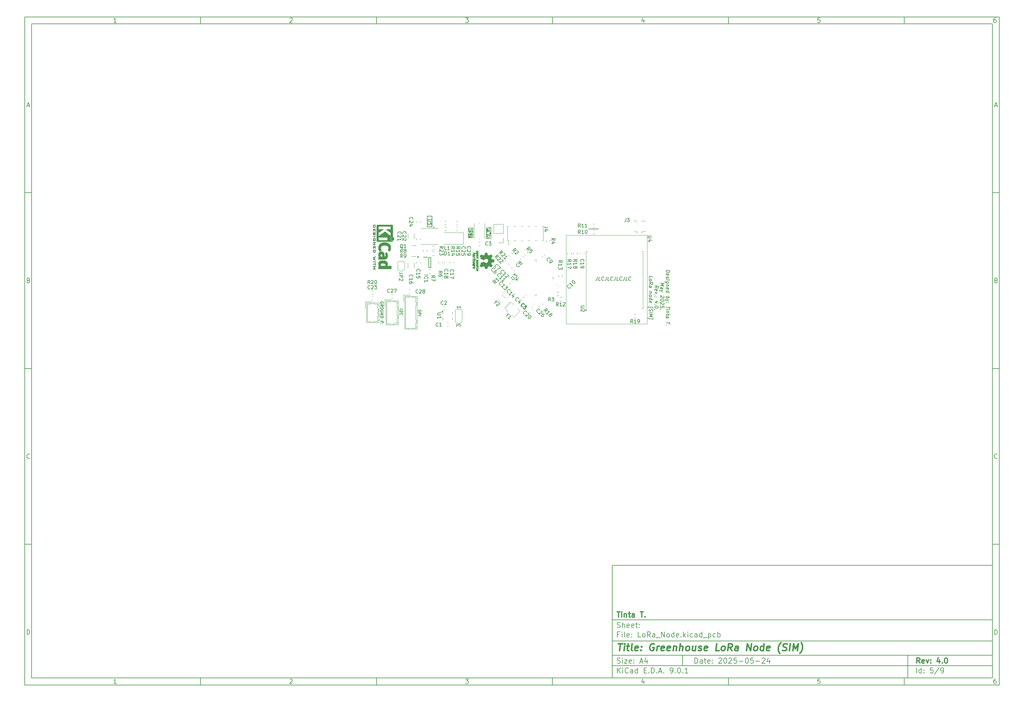
<source format=gbr>
%TF.GenerationSoftware,KiCad,Pcbnew,9.0.1*%
%TF.CreationDate,2025-07-03T23:24:32+02:00*%
%TF.ProjectId,LoRa_Node,4c6f5261-5f4e-46f6-9465-2e6b69636164,4.0*%
%TF.SameCoordinates,Original*%
%TF.FileFunction,Legend,Top*%
%TF.FilePolarity,Positive*%
%FSLAX46Y46*%
G04 Gerber Fmt 4.6, Leading zero omitted, Abs format (unit mm)*
G04 Created by KiCad (PCBNEW 9.0.1) date 2025-07-03 23:24:32*
%MOMM*%
%LPD*%
G01*
G04 APERTURE LIST*
%ADD10C,0.100000*%
%ADD11C,0.150000*%
%ADD12C,0.300000*%
%ADD13C,0.400000*%
%ADD14C,0.200000*%
%ADD15C,0.220000*%
%ADD16C,0.120000*%
%ADD17C,0.152400*%
%ADD18C,0.010000*%
G04 APERTURE END LIST*
D10*
D11*
X177002200Y-166007200D02*
X285002200Y-166007200D01*
X285002200Y-198007200D01*
X177002200Y-198007200D01*
X177002200Y-166007200D01*
D10*
D11*
X10000000Y-10000000D02*
X287002200Y-10000000D01*
X287002200Y-200007200D01*
X10000000Y-200007200D01*
X10000000Y-10000000D01*
D10*
D11*
X12000000Y-12000000D02*
X285002200Y-12000000D01*
X285002200Y-198007200D01*
X12000000Y-198007200D01*
X12000000Y-12000000D01*
D10*
D11*
X60000000Y-12000000D02*
X60000000Y-10000000D01*
D10*
D11*
X110000000Y-12000000D02*
X110000000Y-10000000D01*
D10*
D11*
X160000000Y-12000000D02*
X160000000Y-10000000D01*
D10*
D11*
X210000000Y-12000000D02*
X210000000Y-10000000D01*
D10*
D11*
X260000000Y-12000000D02*
X260000000Y-10000000D01*
D10*
D11*
X36089160Y-11593604D02*
X35346303Y-11593604D01*
X35717731Y-11593604D02*
X35717731Y-10293604D01*
X35717731Y-10293604D02*
X35593922Y-10479319D01*
X35593922Y-10479319D02*
X35470112Y-10603128D01*
X35470112Y-10603128D02*
X35346303Y-10665033D01*
D10*
D11*
X85346303Y-10417414D02*
X85408207Y-10355509D01*
X85408207Y-10355509D02*
X85532017Y-10293604D01*
X85532017Y-10293604D02*
X85841541Y-10293604D01*
X85841541Y-10293604D02*
X85965350Y-10355509D01*
X85965350Y-10355509D02*
X86027255Y-10417414D01*
X86027255Y-10417414D02*
X86089160Y-10541223D01*
X86089160Y-10541223D02*
X86089160Y-10665033D01*
X86089160Y-10665033D02*
X86027255Y-10850747D01*
X86027255Y-10850747D02*
X85284398Y-11593604D01*
X85284398Y-11593604D02*
X86089160Y-11593604D01*
D10*
D11*
X135284398Y-10293604D02*
X136089160Y-10293604D01*
X136089160Y-10293604D02*
X135655826Y-10788842D01*
X135655826Y-10788842D02*
X135841541Y-10788842D01*
X135841541Y-10788842D02*
X135965350Y-10850747D01*
X135965350Y-10850747D02*
X136027255Y-10912652D01*
X136027255Y-10912652D02*
X136089160Y-11036461D01*
X136089160Y-11036461D02*
X136089160Y-11345985D01*
X136089160Y-11345985D02*
X136027255Y-11469795D01*
X136027255Y-11469795D02*
X135965350Y-11531700D01*
X135965350Y-11531700D02*
X135841541Y-11593604D01*
X135841541Y-11593604D02*
X135470112Y-11593604D01*
X135470112Y-11593604D02*
X135346303Y-11531700D01*
X135346303Y-11531700D02*
X135284398Y-11469795D01*
D10*
D11*
X185965350Y-10726938D02*
X185965350Y-11593604D01*
X185655826Y-10231700D02*
X185346303Y-11160271D01*
X185346303Y-11160271D02*
X186151064Y-11160271D01*
D10*
D11*
X236027255Y-10293604D02*
X235408207Y-10293604D01*
X235408207Y-10293604D02*
X235346303Y-10912652D01*
X235346303Y-10912652D02*
X235408207Y-10850747D01*
X235408207Y-10850747D02*
X235532017Y-10788842D01*
X235532017Y-10788842D02*
X235841541Y-10788842D01*
X235841541Y-10788842D02*
X235965350Y-10850747D01*
X235965350Y-10850747D02*
X236027255Y-10912652D01*
X236027255Y-10912652D02*
X236089160Y-11036461D01*
X236089160Y-11036461D02*
X236089160Y-11345985D01*
X236089160Y-11345985D02*
X236027255Y-11469795D01*
X236027255Y-11469795D02*
X235965350Y-11531700D01*
X235965350Y-11531700D02*
X235841541Y-11593604D01*
X235841541Y-11593604D02*
X235532017Y-11593604D01*
X235532017Y-11593604D02*
X235408207Y-11531700D01*
X235408207Y-11531700D02*
X235346303Y-11469795D01*
D10*
D11*
X285965350Y-10293604D02*
X285717731Y-10293604D01*
X285717731Y-10293604D02*
X285593922Y-10355509D01*
X285593922Y-10355509D02*
X285532017Y-10417414D01*
X285532017Y-10417414D02*
X285408207Y-10603128D01*
X285408207Y-10603128D02*
X285346303Y-10850747D01*
X285346303Y-10850747D02*
X285346303Y-11345985D01*
X285346303Y-11345985D02*
X285408207Y-11469795D01*
X285408207Y-11469795D02*
X285470112Y-11531700D01*
X285470112Y-11531700D02*
X285593922Y-11593604D01*
X285593922Y-11593604D02*
X285841541Y-11593604D01*
X285841541Y-11593604D02*
X285965350Y-11531700D01*
X285965350Y-11531700D02*
X286027255Y-11469795D01*
X286027255Y-11469795D02*
X286089160Y-11345985D01*
X286089160Y-11345985D02*
X286089160Y-11036461D01*
X286089160Y-11036461D02*
X286027255Y-10912652D01*
X286027255Y-10912652D02*
X285965350Y-10850747D01*
X285965350Y-10850747D02*
X285841541Y-10788842D01*
X285841541Y-10788842D02*
X285593922Y-10788842D01*
X285593922Y-10788842D02*
X285470112Y-10850747D01*
X285470112Y-10850747D02*
X285408207Y-10912652D01*
X285408207Y-10912652D02*
X285346303Y-11036461D01*
D10*
D11*
X60000000Y-198007200D02*
X60000000Y-200007200D01*
D10*
D11*
X110000000Y-198007200D02*
X110000000Y-200007200D01*
D10*
D11*
X160000000Y-198007200D02*
X160000000Y-200007200D01*
D10*
D11*
X210000000Y-198007200D02*
X210000000Y-200007200D01*
D10*
D11*
X260000000Y-198007200D02*
X260000000Y-200007200D01*
D10*
D11*
X36089160Y-199600804D02*
X35346303Y-199600804D01*
X35717731Y-199600804D02*
X35717731Y-198300804D01*
X35717731Y-198300804D02*
X35593922Y-198486519D01*
X35593922Y-198486519D02*
X35470112Y-198610328D01*
X35470112Y-198610328D02*
X35346303Y-198672233D01*
D10*
D11*
X85346303Y-198424614D02*
X85408207Y-198362709D01*
X85408207Y-198362709D02*
X85532017Y-198300804D01*
X85532017Y-198300804D02*
X85841541Y-198300804D01*
X85841541Y-198300804D02*
X85965350Y-198362709D01*
X85965350Y-198362709D02*
X86027255Y-198424614D01*
X86027255Y-198424614D02*
X86089160Y-198548423D01*
X86089160Y-198548423D02*
X86089160Y-198672233D01*
X86089160Y-198672233D02*
X86027255Y-198857947D01*
X86027255Y-198857947D02*
X85284398Y-199600804D01*
X85284398Y-199600804D02*
X86089160Y-199600804D01*
D10*
D11*
X135284398Y-198300804D02*
X136089160Y-198300804D01*
X136089160Y-198300804D02*
X135655826Y-198796042D01*
X135655826Y-198796042D02*
X135841541Y-198796042D01*
X135841541Y-198796042D02*
X135965350Y-198857947D01*
X135965350Y-198857947D02*
X136027255Y-198919852D01*
X136027255Y-198919852D02*
X136089160Y-199043661D01*
X136089160Y-199043661D02*
X136089160Y-199353185D01*
X136089160Y-199353185D02*
X136027255Y-199476995D01*
X136027255Y-199476995D02*
X135965350Y-199538900D01*
X135965350Y-199538900D02*
X135841541Y-199600804D01*
X135841541Y-199600804D02*
X135470112Y-199600804D01*
X135470112Y-199600804D02*
X135346303Y-199538900D01*
X135346303Y-199538900D02*
X135284398Y-199476995D01*
D10*
D11*
X185965350Y-198734138D02*
X185965350Y-199600804D01*
X185655826Y-198238900D02*
X185346303Y-199167471D01*
X185346303Y-199167471D02*
X186151064Y-199167471D01*
D10*
D11*
X236027255Y-198300804D02*
X235408207Y-198300804D01*
X235408207Y-198300804D02*
X235346303Y-198919852D01*
X235346303Y-198919852D02*
X235408207Y-198857947D01*
X235408207Y-198857947D02*
X235532017Y-198796042D01*
X235532017Y-198796042D02*
X235841541Y-198796042D01*
X235841541Y-198796042D02*
X235965350Y-198857947D01*
X235965350Y-198857947D02*
X236027255Y-198919852D01*
X236027255Y-198919852D02*
X236089160Y-199043661D01*
X236089160Y-199043661D02*
X236089160Y-199353185D01*
X236089160Y-199353185D02*
X236027255Y-199476995D01*
X236027255Y-199476995D02*
X235965350Y-199538900D01*
X235965350Y-199538900D02*
X235841541Y-199600804D01*
X235841541Y-199600804D02*
X235532017Y-199600804D01*
X235532017Y-199600804D02*
X235408207Y-199538900D01*
X235408207Y-199538900D02*
X235346303Y-199476995D01*
D10*
D11*
X285965350Y-198300804D02*
X285717731Y-198300804D01*
X285717731Y-198300804D02*
X285593922Y-198362709D01*
X285593922Y-198362709D02*
X285532017Y-198424614D01*
X285532017Y-198424614D02*
X285408207Y-198610328D01*
X285408207Y-198610328D02*
X285346303Y-198857947D01*
X285346303Y-198857947D02*
X285346303Y-199353185D01*
X285346303Y-199353185D02*
X285408207Y-199476995D01*
X285408207Y-199476995D02*
X285470112Y-199538900D01*
X285470112Y-199538900D02*
X285593922Y-199600804D01*
X285593922Y-199600804D02*
X285841541Y-199600804D01*
X285841541Y-199600804D02*
X285965350Y-199538900D01*
X285965350Y-199538900D02*
X286027255Y-199476995D01*
X286027255Y-199476995D02*
X286089160Y-199353185D01*
X286089160Y-199353185D02*
X286089160Y-199043661D01*
X286089160Y-199043661D02*
X286027255Y-198919852D01*
X286027255Y-198919852D02*
X285965350Y-198857947D01*
X285965350Y-198857947D02*
X285841541Y-198796042D01*
X285841541Y-198796042D02*
X285593922Y-198796042D01*
X285593922Y-198796042D02*
X285470112Y-198857947D01*
X285470112Y-198857947D02*
X285408207Y-198919852D01*
X285408207Y-198919852D02*
X285346303Y-199043661D01*
D10*
D11*
X10000000Y-60000000D02*
X12000000Y-60000000D01*
D10*
D11*
X10000000Y-110000000D02*
X12000000Y-110000000D01*
D10*
D11*
X10000000Y-160000000D02*
X12000000Y-160000000D01*
D10*
D11*
X10690476Y-35222176D02*
X11309523Y-35222176D01*
X10566666Y-35593604D02*
X10999999Y-34293604D01*
X10999999Y-34293604D02*
X11433333Y-35593604D01*
D10*
D11*
X11092857Y-84912652D02*
X11278571Y-84974557D01*
X11278571Y-84974557D02*
X11340476Y-85036461D01*
X11340476Y-85036461D02*
X11402380Y-85160271D01*
X11402380Y-85160271D02*
X11402380Y-85345985D01*
X11402380Y-85345985D02*
X11340476Y-85469795D01*
X11340476Y-85469795D02*
X11278571Y-85531700D01*
X11278571Y-85531700D02*
X11154761Y-85593604D01*
X11154761Y-85593604D02*
X10659523Y-85593604D01*
X10659523Y-85593604D02*
X10659523Y-84293604D01*
X10659523Y-84293604D02*
X11092857Y-84293604D01*
X11092857Y-84293604D02*
X11216666Y-84355509D01*
X11216666Y-84355509D02*
X11278571Y-84417414D01*
X11278571Y-84417414D02*
X11340476Y-84541223D01*
X11340476Y-84541223D02*
X11340476Y-84665033D01*
X11340476Y-84665033D02*
X11278571Y-84788842D01*
X11278571Y-84788842D02*
X11216666Y-84850747D01*
X11216666Y-84850747D02*
X11092857Y-84912652D01*
X11092857Y-84912652D02*
X10659523Y-84912652D01*
D10*
D11*
X11402380Y-135469795D02*
X11340476Y-135531700D01*
X11340476Y-135531700D02*
X11154761Y-135593604D01*
X11154761Y-135593604D02*
X11030952Y-135593604D01*
X11030952Y-135593604D02*
X10845238Y-135531700D01*
X10845238Y-135531700D02*
X10721428Y-135407890D01*
X10721428Y-135407890D02*
X10659523Y-135284080D01*
X10659523Y-135284080D02*
X10597619Y-135036461D01*
X10597619Y-135036461D02*
X10597619Y-134850747D01*
X10597619Y-134850747D02*
X10659523Y-134603128D01*
X10659523Y-134603128D02*
X10721428Y-134479319D01*
X10721428Y-134479319D02*
X10845238Y-134355509D01*
X10845238Y-134355509D02*
X11030952Y-134293604D01*
X11030952Y-134293604D02*
X11154761Y-134293604D01*
X11154761Y-134293604D02*
X11340476Y-134355509D01*
X11340476Y-134355509D02*
X11402380Y-134417414D01*
D10*
D11*
X10659523Y-185593604D02*
X10659523Y-184293604D01*
X10659523Y-184293604D02*
X10969047Y-184293604D01*
X10969047Y-184293604D02*
X11154761Y-184355509D01*
X11154761Y-184355509D02*
X11278571Y-184479319D01*
X11278571Y-184479319D02*
X11340476Y-184603128D01*
X11340476Y-184603128D02*
X11402380Y-184850747D01*
X11402380Y-184850747D02*
X11402380Y-185036461D01*
X11402380Y-185036461D02*
X11340476Y-185284080D01*
X11340476Y-185284080D02*
X11278571Y-185407890D01*
X11278571Y-185407890D02*
X11154761Y-185531700D01*
X11154761Y-185531700D02*
X10969047Y-185593604D01*
X10969047Y-185593604D02*
X10659523Y-185593604D01*
D10*
D11*
X287002200Y-60000000D02*
X285002200Y-60000000D01*
D10*
D11*
X287002200Y-110000000D02*
X285002200Y-110000000D01*
D10*
D11*
X287002200Y-160000000D02*
X285002200Y-160000000D01*
D10*
D11*
X285692676Y-35222176D02*
X286311723Y-35222176D01*
X285568866Y-35593604D02*
X286002199Y-34293604D01*
X286002199Y-34293604D02*
X286435533Y-35593604D01*
D10*
D11*
X286095057Y-84912652D02*
X286280771Y-84974557D01*
X286280771Y-84974557D02*
X286342676Y-85036461D01*
X286342676Y-85036461D02*
X286404580Y-85160271D01*
X286404580Y-85160271D02*
X286404580Y-85345985D01*
X286404580Y-85345985D02*
X286342676Y-85469795D01*
X286342676Y-85469795D02*
X286280771Y-85531700D01*
X286280771Y-85531700D02*
X286156961Y-85593604D01*
X286156961Y-85593604D02*
X285661723Y-85593604D01*
X285661723Y-85593604D02*
X285661723Y-84293604D01*
X285661723Y-84293604D02*
X286095057Y-84293604D01*
X286095057Y-84293604D02*
X286218866Y-84355509D01*
X286218866Y-84355509D02*
X286280771Y-84417414D01*
X286280771Y-84417414D02*
X286342676Y-84541223D01*
X286342676Y-84541223D02*
X286342676Y-84665033D01*
X286342676Y-84665033D02*
X286280771Y-84788842D01*
X286280771Y-84788842D02*
X286218866Y-84850747D01*
X286218866Y-84850747D02*
X286095057Y-84912652D01*
X286095057Y-84912652D02*
X285661723Y-84912652D01*
D10*
D11*
X286404580Y-135469795D02*
X286342676Y-135531700D01*
X286342676Y-135531700D02*
X286156961Y-135593604D01*
X286156961Y-135593604D02*
X286033152Y-135593604D01*
X286033152Y-135593604D02*
X285847438Y-135531700D01*
X285847438Y-135531700D02*
X285723628Y-135407890D01*
X285723628Y-135407890D02*
X285661723Y-135284080D01*
X285661723Y-135284080D02*
X285599819Y-135036461D01*
X285599819Y-135036461D02*
X285599819Y-134850747D01*
X285599819Y-134850747D02*
X285661723Y-134603128D01*
X285661723Y-134603128D02*
X285723628Y-134479319D01*
X285723628Y-134479319D02*
X285847438Y-134355509D01*
X285847438Y-134355509D02*
X286033152Y-134293604D01*
X286033152Y-134293604D02*
X286156961Y-134293604D01*
X286156961Y-134293604D02*
X286342676Y-134355509D01*
X286342676Y-134355509D02*
X286404580Y-134417414D01*
D10*
D11*
X285661723Y-185593604D02*
X285661723Y-184293604D01*
X285661723Y-184293604D02*
X285971247Y-184293604D01*
X285971247Y-184293604D02*
X286156961Y-184355509D01*
X286156961Y-184355509D02*
X286280771Y-184479319D01*
X286280771Y-184479319D02*
X286342676Y-184603128D01*
X286342676Y-184603128D02*
X286404580Y-184850747D01*
X286404580Y-184850747D02*
X286404580Y-185036461D01*
X286404580Y-185036461D02*
X286342676Y-185284080D01*
X286342676Y-185284080D02*
X286280771Y-185407890D01*
X286280771Y-185407890D02*
X286156961Y-185531700D01*
X286156961Y-185531700D02*
X285971247Y-185593604D01*
X285971247Y-185593604D02*
X285661723Y-185593604D01*
D10*
D11*
X200458026Y-193793328D02*
X200458026Y-192293328D01*
X200458026Y-192293328D02*
X200815169Y-192293328D01*
X200815169Y-192293328D02*
X201029455Y-192364757D01*
X201029455Y-192364757D02*
X201172312Y-192507614D01*
X201172312Y-192507614D02*
X201243741Y-192650471D01*
X201243741Y-192650471D02*
X201315169Y-192936185D01*
X201315169Y-192936185D02*
X201315169Y-193150471D01*
X201315169Y-193150471D02*
X201243741Y-193436185D01*
X201243741Y-193436185D02*
X201172312Y-193579042D01*
X201172312Y-193579042D02*
X201029455Y-193721900D01*
X201029455Y-193721900D02*
X200815169Y-193793328D01*
X200815169Y-193793328D02*
X200458026Y-193793328D01*
X202600884Y-193793328D02*
X202600884Y-193007614D01*
X202600884Y-193007614D02*
X202529455Y-192864757D01*
X202529455Y-192864757D02*
X202386598Y-192793328D01*
X202386598Y-192793328D02*
X202100884Y-192793328D01*
X202100884Y-192793328D02*
X201958026Y-192864757D01*
X202600884Y-193721900D02*
X202458026Y-193793328D01*
X202458026Y-193793328D02*
X202100884Y-193793328D01*
X202100884Y-193793328D02*
X201958026Y-193721900D01*
X201958026Y-193721900D02*
X201886598Y-193579042D01*
X201886598Y-193579042D02*
X201886598Y-193436185D01*
X201886598Y-193436185D02*
X201958026Y-193293328D01*
X201958026Y-193293328D02*
X202100884Y-193221900D01*
X202100884Y-193221900D02*
X202458026Y-193221900D01*
X202458026Y-193221900D02*
X202600884Y-193150471D01*
X203100884Y-192793328D02*
X203672312Y-192793328D01*
X203315169Y-192293328D02*
X203315169Y-193579042D01*
X203315169Y-193579042D02*
X203386598Y-193721900D01*
X203386598Y-193721900D02*
X203529455Y-193793328D01*
X203529455Y-193793328D02*
X203672312Y-193793328D01*
X204743741Y-193721900D02*
X204600884Y-193793328D01*
X204600884Y-193793328D02*
X204315170Y-193793328D01*
X204315170Y-193793328D02*
X204172312Y-193721900D01*
X204172312Y-193721900D02*
X204100884Y-193579042D01*
X204100884Y-193579042D02*
X204100884Y-193007614D01*
X204100884Y-193007614D02*
X204172312Y-192864757D01*
X204172312Y-192864757D02*
X204315170Y-192793328D01*
X204315170Y-192793328D02*
X204600884Y-192793328D01*
X204600884Y-192793328D02*
X204743741Y-192864757D01*
X204743741Y-192864757D02*
X204815170Y-193007614D01*
X204815170Y-193007614D02*
X204815170Y-193150471D01*
X204815170Y-193150471D02*
X204100884Y-193293328D01*
X205458026Y-193650471D02*
X205529455Y-193721900D01*
X205529455Y-193721900D02*
X205458026Y-193793328D01*
X205458026Y-193793328D02*
X205386598Y-193721900D01*
X205386598Y-193721900D02*
X205458026Y-193650471D01*
X205458026Y-193650471D02*
X205458026Y-193793328D01*
X205458026Y-192864757D02*
X205529455Y-192936185D01*
X205529455Y-192936185D02*
X205458026Y-193007614D01*
X205458026Y-193007614D02*
X205386598Y-192936185D01*
X205386598Y-192936185D02*
X205458026Y-192864757D01*
X205458026Y-192864757D02*
X205458026Y-193007614D01*
X207243741Y-192436185D02*
X207315169Y-192364757D01*
X207315169Y-192364757D02*
X207458027Y-192293328D01*
X207458027Y-192293328D02*
X207815169Y-192293328D01*
X207815169Y-192293328D02*
X207958027Y-192364757D01*
X207958027Y-192364757D02*
X208029455Y-192436185D01*
X208029455Y-192436185D02*
X208100884Y-192579042D01*
X208100884Y-192579042D02*
X208100884Y-192721900D01*
X208100884Y-192721900D02*
X208029455Y-192936185D01*
X208029455Y-192936185D02*
X207172312Y-193793328D01*
X207172312Y-193793328D02*
X208100884Y-193793328D01*
X209029455Y-192293328D02*
X209172312Y-192293328D01*
X209172312Y-192293328D02*
X209315169Y-192364757D01*
X209315169Y-192364757D02*
X209386598Y-192436185D01*
X209386598Y-192436185D02*
X209458026Y-192579042D01*
X209458026Y-192579042D02*
X209529455Y-192864757D01*
X209529455Y-192864757D02*
X209529455Y-193221900D01*
X209529455Y-193221900D02*
X209458026Y-193507614D01*
X209458026Y-193507614D02*
X209386598Y-193650471D01*
X209386598Y-193650471D02*
X209315169Y-193721900D01*
X209315169Y-193721900D02*
X209172312Y-193793328D01*
X209172312Y-193793328D02*
X209029455Y-193793328D01*
X209029455Y-193793328D02*
X208886598Y-193721900D01*
X208886598Y-193721900D02*
X208815169Y-193650471D01*
X208815169Y-193650471D02*
X208743740Y-193507614D01*
X208743740Y-193507614D02*
X208672312Y-193221900D01*
X208672312Y-193221900D02*
X208672312Y-192864757D01*
X208672312Y-192864757D02*
X208743740Y-192579042D01*
X208743740Y-192579042D02*
X208815169Y-192436185D01*
X208815169Y-192436185D02*
X208886598Y-192364757D01*
X208886598Y-192364757D02*
X209029455Y-192293328D01*
X210100883Y-192436185D02*
X210172311Y-192364757D01*
X210172311Y-192364757D02*
X210315169Y-192293328D01*
X210315169Y-192293328D02*
X210672311Y-192293328D01*
X210672311Y-192293328D02*
X210815169Y-192364757D01*
X210815169Y-192364757D02*
X210886597Y-192436185D01*
X210886597Y-192436185D02*
X210958026Y-192579042D01*
X210958026Y-192579042D02*
X210958026Y-192721900D01*
X210958026Y-192721900D02*
X210886597Y-192936185D01*
X210886597Y-192936185D02*
X210029454Y-193793328D01*
X210029454Y-193793328D02*
X210958026Y-193793328D01*
X212315168Y-192293328D02*
X211600882Y-192293328D01*
X211600882Y-192293328D02*
X211529454Y-193007614D01*
X211529454Y-193007614D02*
X211600882Y-192936185D01*
X211600882Y-192936185D02*
X211743740Y-192864757D01*
X211743740Y-192864757D02*
X212100882Y-192864757D01*
X212100882Y-192864757D02*
X212243740Y-192936185D01*
X212243740Y-192936185D02*
X212315168Y-193007614D01*
X212315168Y-193007614D02*
X212386597Y-193150471D01*
X212386597Y-193150471D02*
X212386597Y-193507614D01*
X212386597Y-193507614D02*
X212315168Y-193650471D01*
X212315168Y-193650471D02*
X212243740Y-193721900D01*
X212243740Y-193721900D02*
X212100882Y-193793328D01*
X212100882Y-193793328D02*
X211743740Y-193793328D01*
X211743740Y-193793328D02*
X211600882Y-193721900D01*
X211600882Y-193721900D02*
X211529454Y-193650471D01*
X213029453Y-193221900D02*
X214172311Y-193221900D01*
X215172311Y-192293328D02*
X215315168Y-192293328D01*
X215315168Y-192293328D02*
X215458025Y-192364757D01*
X215458025Y-192364757D02*
X215529454Y-192436185D01*
X215529454Y-192436185D02*
X215600882Y-192579042D01*
X215600882Y-192579042D02*
X215672311Y-192864757D01*
X215672311Y-192864757D02*
X215672311Y-193221900D01*
X215672311Y-193221900D02*
X215600882Y-193507614D01*
X215600882Y-193507614D02*
X215529454Y-193650471D01*
X215529454Y-193650471D02*
X215458025Y-193721900D01*
X215458025Y-193721900D02*
X215315168Y-193793328D01*
X215315168Y-193793328D02*
X215172311Y-193793328D01*
X215172311Y-193793328D02*
X215029454Y-193721900D01*
X215029454Y-193721900D02*
X214958025Y-193650471D01*
X214958025Y-193650471D02*
X214886596Y-193507614D01*
X214886596Y-193507614D02*
X214815168Y-193221900D01*
X214815168Y-193221900D02*
X214815168Y-192864757D01*
X214815168Y-192864757D02*
X214886596Y-192579042D01*
X214886596Y-192579042D02*
X214958025Y-192436185D01*
X214958025Y-192436185D02*
X215029454Y-192364757D01*
X215029454Y-192364757D02*
X215172311Y-192293328D01*
X217029453Y-192293328D02*
X216315167Y-192293328D01*
X216315167Y-192293328D02*
X216243739Y-193007614D01*
X216243739Y-193007614D02*
X216315167Y-192936185D01*
X216315167Y-192936185D02*
X216458025Y-192864757D01*
X216458025Y-192864757D02*
X216815167Y-192864757D01*
X216815167Y-192864757D02*
X216958025Y-192936185D01*
X216958025Y-192936185D02*
X217029453Y-193007614D01*
X217029453Y-193007614D02*
X217100882Y-193150471D01*
X217100882Y-193150471D02*
X217100882Y-193507614D01*
X217100882Y-193507614D02*
X217029453Y-193650471D01*
X217029453Y-193650471D02*
X216958025Y-193721900D01*
X216958025Y-193721900D02*
X216815167Y-193793328D01*
X216815167Y-193793328D02*
X216458025Y-193793328D01*
X216458025Y-193793328D02*
X216315167Y-193721900D01*
X216315167Y-193721900D02*
X216243739Y-193650471D01*
X217743738Y-193221900D02*
X218886596Y-193221900D01*
X219529453Y-192436185D02*
X219600881Y-192364757D01*
X219600881Y-192364757D02*
X219743739Y-192293328D01*
X219743739Y-192293328D02*
X220100881Y-192293328D01*
X220100881Y-192293328D02*
X220243739Y-192364757D01*
X220243739Y-192364757D02*
X220315167Y-192436185D01*
X220315167Y-192436185D02*
X220386596Y-192579042D01*
X220386596Y-192579042D02*
X220386596Y-192721900D01*
X220386596Y-192721900D02*
X220315167Y-192936185D01*
X220315167Y-192936185D02*
X219458024Y-193793328D01*
X219458024Y-193793328D02*
X220386596Y-193793328D01*
X221672310Y-192793328D02*
X221672310Y-193793328D01*
X221315167Y-192221900D02*
X220958024Y-193293328D01*
X220958024Y-193293328D02*
X221886595Y-193293328D01*
D10*
D11*
X177002200Y-194507200D02*
X285002200Y-194507200D01*
D10*
D11*
X178458026Y-196593328D02*
X178458026Y-195093328D01*
X179315169Y-196593328D02*
X178672312Y-195736185D01*
X179315169Y-195093328D02*
X178458026Y-195950471D01*
X179958026Y-196593328D02*
X179958026Y-195593328D01*
X179958026Y-195093328D02*
X179886598Y-195164757D01*
X179886598Y-195164757D02*
X179958026Y-195236185D01*
X179958026Y-195236185D02*
X180029455Y-195164757D01*
X180029455Y-195164757D02*
X179958026Y-195093328D01*
X179958026Y-195093328D02*
X179958026Y-195236185D01*
X181529455Y-196450471D02*
X181458027Y-196521900D01*
X181458027Y-196521900D02*
X181243741Y-196593328D01*
X181243741Y-196593328D02*
X181100884Y-196593328D01*
X181100884Y-196593328D02*
X180886598Y-196521900D01*
X180886598Y-196521900D02*
X180743741Y-196379042D01*
X180743741Y-196379042D02*
X180672312Y-196236185D01*
X180672312Y-196236185D02*
X180600884Y-195950471D01*
X180600884Y-195950471D02*
X180600884Y-195736185D01*
X180600884Y-195736185D02*
X180672312Y-195450471D01*
X180672312Y-195450471D02*
X180743741Y-195307614D01*
X180743741Y-195307614D02*
X180886598Y-195164757D01*
X180886598Y-195164757D02*
X181100884Y-195093328D01*
X181100884Y-195093328D02*
X181243741Y-195093328D01*
X181243741Y-195093328D02*
X181458027Y-195164757D01*
X181458027Y-195164757D02*
X181529455Y-195236185D01*
X182815170Y-196593328D02*
X182815170Y-195807614D01*
X182815170Y-195807614D02*
X182743741Y-195664757D01*
X182743741Y-195664757D02*
X182600884Y-195593328D01*
X182600884Y-195593328D02*
X182315170Y-195593328D01*
X182315170Y-195593328D02*
X182172312Y-195664757D01*
X182815170Y-196521900D02*
X182672312Y-196593328D01*
X182672312Y-196593328D02*
X182315170Y-196593328D01*
X182315170Y-196593328D02*
X182172312Y-196521900D01*
X182172312Y-196521900D02*
X182100884Y-196379042D01*
X182100884Y-196379042D02*
X182100884Y-196236185D01*
X182100884Y-196236185D02*
X182172312Y-196093328D01*
X182172312Y-196093328D02*
X182315170Y-196021900D01*
X182315170Y-196021900D02*
X182672312Y-196021900D01*
X182672312Y-196021900D02*
X182815170Y-195950471D01*
X184172313Y-196593328D02*
X184172313Y-195093328D01*
X184172313Y-196521900D02*
X184029455Y-196593328D01*
X184029455Y-196593328D02*
X183743741Y-196593328D01*
X183743741Y-196593328D02*
X183600884Y-196521900D01*
X183600884Y-196521900D02*
X183529455Y-196450471D01*
X183529455Y-196450471D02*
X183458027Y-196307614D01*
X183458027Y-196307614D02*
X183458027Y-195879042D01*
X183458027Y-195879042D02*
X183529455Y-195736185D01*
X183529455Y-195736185D02*
X183600884Y-195664757D01*
X183600884Y-195664757D02*
X183743741Y-195593328D01*
X183743741Y-195593328D02*
X184029455Y-195593328D01*
X184029455Y-195593328D02*
X184172313Y-195664757D01*
X186029455Y-195807614D02*
X186529455Y-195807614D01*
X186743741Y-196593328D02*
X186029455Y-196593328D01*
X186029455Y-196593328D02*
X186029455Y-195093328D01*
X186029455Y-195093328D02*
X186743741Y-195093328D01*
X187386598Y-196450471D02*
X187458027Y-196521900D01*
X187458027Y-196521900D02*
X187386598Y-196593328D01*
X187386598Y-196593328D02*
X187315170Y-196521900D01*
X187315170Y-196521900D02*
X187386598Y-196450471D01*
X187386598Y-196450471D02*
X187386598Y-196593328D01*
X188100884Y-196593328D02*
X188100884Y-195093328D01*
X188100884Y-195093328D02*
X188458027Y-195093328D01*
X188458027Y-195093328D02*
X188672313Y-195164757D01*
X188672313Y-195164757D02*
X188815170Y-195307614D01*
X188815170Y-195307614D02*
X188886599Y-195450471D01*
X188886599Y-195450471D02*
X188958027Y-195736185D01*
X188958027Y-195736185D02*
X188958027Y-195950471D01*
X188958027Y-195950471D02*
X188886599Y-196236185D01*
X188886599Y-196236185D02*
X188815170Y-196379042D01*
X188815170Y-196379042D02*
X188672313Y-196521900D01*
X188672313Y-196521900D02*
X188458027Y-196593328D01*
X188458027Y-196593328D02*
X188100884Y-196593328D01*
X189600884Y-196450471D02*
X189672313Y-196521900D01*
X189672313Y-196521900D02*
X189600884Y-196593328D01*
X189600884Y-196593328D02*
X189529456Y-196521900D01*
X189529456Y-196521900D02*
X189600884Y-196450471D01*
X189600884Y-196450471D02*
X189600884Y-196593328D01*
X190243742Y-196164757D02*
X190958028Y-196164757D01*
X190100885Y-196593328D02*
X190600885Y-195093328D01*
X190600885Y-195093328D02*
X191100885Y-196593328D01*
X191600884Y-196450471D02*
X191672313Y-196521900D01*
X191672313Y-196521900D02*
X191600884Y-196593328D01*
X191600884Y-196593328D02*
X191529456Y-196521900D01*
X191529456Y-196521900D02*
X191600884Y-196450471D01*
X191600884Y-196450471D02*
X191600884Y-196593328D01*
X193529456Y-196593328D02*
X193815170Y-196593328D01*
X193815170Y-196593328D02*
X193958027Y-196521900D01*
X193958027Y-196521900D02*
X194029456Y-196450471D01*
X194029456Y-196450471D02*
X194172313Y-196236185D01*
X194172313Y-196236185D02*
X194243742Y-195950471D01*
X194243742Y-195950471D02*
X194243742Y-195379042D01*
X194243742Y-195379042D02*
X194172313Y-195236185D01*
X194172313Y-195236185D02*
X194100885Y-195164757D01*
X194100885Y-195164757D02*
X193958027Y-195093328D01*
X193958027Y-195093328D02*
X193672313Y-195093328D01*
X193672313Y-195093328D02*
X193529456Y-195164757D01*
X193529456Y-195164757D02*
X193458027Y-195236185D01*
X193458027Y-195236185D02*
X193386599Y-195379042D01*
X193386599Y-195379042D02*
X193386599Y-195736185D01*
X193386599Y-195736185D02*
X193458027Y-195879042D01*
X193458027Y-195879042D02*
X193529456Y-195950471D01*
X193529456Y-195950471D02*
X193672313Y-196021900D01*
X193672313Y-196021900D02*
X193958027Y-196021900D01*
X193958027Y-196021900D02*
X194100885Y-195950471D01*
X194100885Y-195950471D02*
X194172313Y-195879042D01*
X194172313Y-195879042D02*
X194243742Y-195736185D01*
X194886598Y-196450471D02*
X194958027Y-196521900D01*
X194958027Y-196521900D02*
X194886598Y-196593328D01*
X194886598Y-196593328D02*
X194815170Y-196521900D01*
X194815170Y-196521900D02*
X194886598Y-196450471D01*
X194886598Y-196450471D02*
X194886598Y-196593328D01*
X195886599Y-195093328D02*
X196029456Y-195093328D01*
X196029456Y-195093328D02*
X196172313Y-195164757D01*
X196172313Y-195164757D02*
X196243742Y-195236185D01*
X196243742Y-195236185D02*
X196315170Y-195379042D01*
X196315170Y-195379042D02*
X196386599Y-195664757D01*
X196386599Y-195664757D02*
X196386599Y-196021900D01*
X196386599Y-196021900D02*
X196315170Y-196307614D01*
X196315170Y-196307614D02*
X196243742Y-196450471D01*
X196243742Y-196450471D02*
X196172313Y-196521900D01*
X196172313Y-196521900D02*
X196029456Y-196593328D01*
X196029456Y-196593328D02*
X195886599Y-196593328D01*
X195886599Y-196593328D02*
X195743742Y-196521900D01*
X195743742Y-196521900D02*
X195672313Y-196450471D01*
X195672313Y-196450471D02*
X195600884Y-196307614D01*
X195600884Y-196307614D02*
X195529456Y-196021900D01*
X195529456Y-196021900D02*
X195529456Y-195664757D01*
X195529456Y-195664757D02*
X195600884Y-195379042D01*
X195600884Y-195379042D02*
X195672313Y-195236185D01*
X195672313Y-195236185D02*
X195743742Y-195164757D01*
X195743742Y-195164757D02*
X195886599Y-195093328D01*
X197029455Y-196450471D02*
X197100884Y-196521900D01*
X197100884Y-196521900D02*
X197029455Y-196593328D01*
X197029455Y-196593328D02*
X196958027Y-196521900D01*
X196958027Y-196521900D02*
X197029455Y-196450471D01*
X197029455Y-196450471D02*
X197029455Y-196593328D01*
X198529456Y-196593328D02*
X197672313Y-196593328D01*
X198100884Y-196593328D02*
X198100884Y-195093328D01*
X198100884Y-195093328D02*
X197958027Y-195307614D01*
X197958027Y-195307614D02*
X197815170Y-195450471D01*
X197815170Y-195450471D02*
X197672313Y-195521900D01*
D10*
D11*
X177002200Y-191507200D02*
X285002200Y-191507200D01*
D10*
D12*
X264413853Y-193785528D02*
X263913853Y-193071242D01*
X263556710Y-193785528D02*
X263556710Y-192285528D01*
X263556710Y-192285528D02*
X264128139Y-192285528D01*
X264128139Y-192285528D02*
X264270996Y-192356957D01*
X264270996Y-192356957D02*
X264342425Y-192428385D01*
X264342425Y-192428385D02*
X264413853Y-192571242D01*
X264413853Y-192571242D02*
X264413853Y-192785528D01*
X264413853Y-192785528D02*
X264342425Y-192928385D01*
X264342425Y-192928385D02*
X264270996Y-192999814D01*
X264270996Y-192999814D02*
X264128139Y-193071242D01*
X264128139Y-193071242D02*
X263556710Y-193071242D01*
X265628139Y-193714100D02*
X265485282Y-193785528D01*
X265485282Y-193785528D02*
X265199568Y-193785528D01*
X265199568Y-193785528D02*
X265056710Y-193714100D01*
X265056710Y-193714100D02*
X264985282Y-193571242D01*
X264985282Y-193571242D02*
X264985282Y-192999814D01*
X264985282Y-192999814D02*
X265056710Y-192856957D01*
X265056710Y-192856957D02*
X265199568Y-192785528D01*
X265199568Y-192785528D02*
X265485282Y-192785528D01*
X265485282Y-192785528D02*
X265628139Y-192856957D01*
X265628139Y-192856957D02*
X265699568Y-192999814D01*
X265699568Y-192999814D02*
X265699568Y-193142671D01*
X265699568Y-193142671D02*
X264985282Y-193285528D01*
X266199567Y-192785528D02*
X266556710Y-193785528D01*
X266556710Y-193785528D02*
X266913853Y-192785528D01*
X267485281Y-193642671D02*
X267556710Y-193714100D01*
X267556710Y-193714100D02*
X267485281Y-193785528D01*
X267485281Y-193785528D02*
X267413853Y-193714100D01*
X267413853Y-193714100D02*
X267485281Y-193642671D01*
X267485281Y-193642671D02*
X267485281Y-193785528D01*
X267485281Y-192856957D02*
X267556710Y-192928385D01*
X267556710Y-192928385D02*
X267485281Y-192999814D01*
X267485281Y-192999814D02*
X267413853Y-192928385D01*
X267413853Y-192928385D02*
X267485281Y-192856957D01*
X267485281Y-192856957D02*
X267485281Y-192999814D01*
X269985282Y-192785528D02*
X269985282Y-193785528D01*
X269628139Y-192214100D02*
X269270996Y-193285528D01*
X269270996Y-193285528D02*
X270199567Y-193285528D01*
X270770995Y-193642671D02*
X270842424Y-193714100D01*
X270842424Y-193714100D02*
X270770995Y-193785528D01*
X270770995Y-193785528D02*
X270699567Y-193714100D01*
X270699567Y-193714100D02*
X270770995Y-193642671D01*
X270770995Y-193642671D02*
X270770995Y-193785528D01*
X271770996Y-192285528D02*
X271913853Y-192285528D01*
X271913853Y-192285528D02*
X272056710Y-192356957D01*
X272056710Y-192356957D02*
X272128139Y-192428385D01*
X272128139Y-192428385D02*
X272199567Y-192571242D01*
X272199567Y-192571242D02*
X272270996Y-192856957D01*
X272270996Y-192856957D02*
X272270996Y-193214100D01*
X272270996Y-193214100D02*
X272199567Y-193499814D01*
X272199567Y-193499814D02*
X272128139Y-193642671D01*
X272128139Y-193642671D02*
X272056710Y-193714100D01*
X272056710Y-193714100D02*
X271913853Y-193785528D01*
X271913853Y-193785528D02*
X271770996Y-193785528D01*
X271770996Y-193785528D02*
X271628139Y-193714100D01*
X271628139Y-193714100D02*
X271556710Y-193642671D01*
X271556710Y-193642671D02*
X271485281Y-193499814D01*
X271485281Y-193499814D02*
X271413853Y-193214100D01*
X271413853Y-193214100D02*
X271413853Y-192856957D01*
X271413853Y-192856957D02*
X271485281Y-192571242D01*
X271485281Y-192571242D02*
X271556710Y-192428385D01*
X271556710Y-192428385D02*
X271628139Y-192356957D01*
X271628139Y-192356957D02*
X271770996Y-192285528D01*
D10*
D11*
X178386598Y-193721900D02*
X178600884Y-193793328D01*
X178600884Y-193793328D02*
X178958026Y-193793328D01*
X178958026Y-193793328D02*
X179100884Y-193721900D01*
X179100884Y-193721900D02*
X179172312Y-193650471D01*
X179172312Y-193650471D02*
X179243741Y-193507614D01*
X179243741Y-193507614D02*
X179243741Y-193364757D01*
X179243741Y-193364757D02*
X179172312Y-193221900D01*
X179172312Y-193221900D02*
X179100884Y-193150471D01*
X179100884Y-193150471D02*
X178958026Y-193079042D01*
X178958026Y-193079042D02*
X178672312Y-193007614D01*
X178672312Y-193007614D02*
X178529455Y-192936185D01*
X178529455Y-192936185D02*
X178458026Y-192864757D01*
X178458026Y-192864757D02*
X178386598Y-192721900D01*
X178386598Y-192721900D02*
X178386598Y-192579042D01*
X178386598Y-192579042D02*
X178458026Y-192436185D01*
X178458026Y-192436185D02*
X178529455Y-192364757D01*
X178529455Y-192364757D02*
X178672312Y-192293328D01*
X178672312Y-192293328D02*
X179029455Y-192293328D01*
X179029455Y-192293328D02*
X179243741Y-192364757D01*
X179886597Y-193793328D02*
X179886597Y-192793328D01*
X179886597Y-192293328D02*
X179815169Y-192364757D01*
X179815169Y-192364757D02*
X179886597Y-192436185D01*
X179886597Y-192436185D02*
X179958026Y-192364757D01*
X179958026Y-192364757D02*
X179886597Y-192293328D01*
X179886597Y-192293328D02*
X179886597Y-192436185D01*
X180458026Y-192793328D02*
X181243741Y-192793328D01*
X181243741Y-192793328D02*
X180458026Y-193793328D01*
X180458026Y-193793328D02*
X181243741Y-193793328D01*
X182386598Y-193721900D02*
X182243741Y-193793328D01*
X182243741Y-193793328D02*
X181958027Y-193793328D01*
X181958027Y-193793328D02*
X181815169Y-193721900D01*
X181815169Y-193721900D02*
X181743741Y-193579042D01*
X181743741Y-193579042D02*
X181743741Y-193007614D01*
X181743741Y-193007614D02*
X181815169Y-192864757D01*
X181815169Y-192864757D02*
X181958027Y-192793328D01*
X181958027Y-192793328D02*
X182243741Y-192793328D01*
X182243741Y-192793328D02*
X182386598Y-192864757D01*
X182386598Y-192864757D02*
X182458027Y-193007614D01*
X182458027Y-193007614D02*
X182458027Y-193150471D01*
X182458027Y-193150471D02*
X181743741Y-193293328D01*
X183100883Y-193650471D02*
X183172312Y-193721900D01*
X183172312Y-193721900D02*
X183100883Y-193793328D01*
X183100883Y-193793328D02*
X183029455Y-193721900D01*
X183029455Y-193721900D02*
X183100883Y-193650471D01*
X183100883Y-193650471D02*
X183100883Y-193793328D01*
X183100883Y-192864757D02*
X183172312Y-192936185D01*
X183172312Y-192936185D02*
X183100883Y-193007614D01*
X183100883Y-193007614D02*
X183029455Y-192936185D01*
X183029455Y-192936185D02*
X183100883Y-192864757D01*
X183100883Y-192864757D02*
X183100883Y-193007614D01*
X184886598Y-193364757D02*
X185600884Y-193364757D01*
X184743741Y-193793328D02*
X185243741Y-192293328D01*
X185243741Y-192293328D02*
X185743741Y-193793328D01*
X186886598Y-192793328D02*
X186886598Y-193793328D01*
X186529455Y-192221900D02*
X186172312Y-193293328D01*
X186172312Y-193293328D02*
X187100883Y-193293328D01*
D10*
D11*
X263458026Y-196593328D02*
X263458026Y-195093328D01*
X264815170Y-196593328D02*
X264815170Y-195093328D01*
X264815170Y-196521900D02*
X264672312Y-196593328D01*
X264672312Y-196593328D02*
X264386598Y-196593328D01*
X264386598Y-196593328D02*
X264243741Y-196521900D01*
X264243741Y-196521900D02*
X264172312Y-196450471D01*
X264172312Y-196450471D02*
X264100884Y-196307614D01*
X264100884Y-196307614D02*
X264100884Y-195879042D01*
X264100884Y-195879042D02*
X264172312Y-195736185D01*
X264172312Y-195736185D02*
X264243741Y-195664757D01*
X264243741Y-195664757D02*
X264386598Y-195593328D01*
X264386598Y-195593328D02*
X264672312Y-195593328D01*
X264672312Y-195593328D02*
X264815170Y-195664757D01*
X265529455Y-196450471D02*
X265600884Y-196521900D01*
X265600884Y-196521900D02*
X265529455Y-196593328D01*
X265529455Y-196593328D02*
X265458027Y-196521900D01*
X265458027Y-196521900D02*
X265529455Y-196450471D01*
X265529455Y-196450471D02*
X265529455Y-196593328D01*
X265529455Y-195664757D02*
X265600884Y-195736185D01*
X265600884Y-195736185D02*
X265529455Y-195807614D01*
X265529455Y-195807614D02*
X265458027Y-195736185D01*
X265458027Y-195736185D02*
X265529455Y-195664757D01*
X265529455Y-195664757D02*
X265529455Y-195807614D01*
X268100884Y-195093328D02*
X267386598Y-195093328D01*
X267386598Y-195093328D02*
X267315170Y-195807614D01*
X267315170Y-195807614D02*
X267386598Y-195736185D01*
X267386598Y-195736185D02*
X267529456Y-195664757D01*
X267529456Y-195664757D02*
X267886598Y-195664757D01*
X267886598Y-195664757D02*
X268029456Y-195736185D01*
X268029456Y-195736185D02*
X268100884Y-195807614D01*
X268100884Y-195807614D02*
X268172313Y-195950471D01*
X268172313Y-195950471D02*
X268172313Y-196307614D01*
X268172313Y-196307614D02*
X268100884Y-196450471D01*
X268100884Y-196450471D02*
X268029456Y-196521900D01*
X268029456Y-196521900D02*
X267886598Y-196593328D01*
X267886598Y-196593328D02*
X267529456Y-196593328D01*
X267529456Y-196593328D02*
X267386598Y-196521900D01*
X267386598Y-196521900D02*
X267315170Y-196450471D01*
X269886598Y-195021900D02*
X268600884Y-196950471D01*
X270458027Y-196593328D02*
X270743741Y-196593328D01*
X270743741Y-196593328D02*
X270886598Y-196521900D01*
X270886598Y-196521900D02*
X270958027Y-196450471D01*
X270958027Y-196450471D02*
X271100884Y-196236185D01*
X271100884Y-196236185D02*
X271172313Y-195950471D01*
X271172313Y-195950471D02*
X271172313Y-195379042D01*
X271172313Y-195379042D02*
X271100884Y-195236185D01*
X271100884Y-195236185D02*
X271029456Y-195164757D01*
X271029456Y-195164757D02*
X270886598Y-195093328D01*
X270886598Y-195093328D02*
X270600884Y-195093328D01*
X270600884Y-195093328D02*
X270458027Y-195164757D01*
X270458027Y-195164757D02*
X270386598Y-195236185D01*
X270386598Y-195236185D02*
X270315170Y-195379042D01*
X270315170Y-195379042D02*
X270315170Y-195736185D01*
X270315170Y-195736185D02*
X270386598Y-195879042D01*
X270386598Y-195879042D02*
X270458027Y-195950471D01*
X270458027Y-195950471D02*
X270600884Y-196021900D01*
X270600884Y-196021900D02*
X270886598Y-196021900D01*
X270886598Y-196021900D02*
X271029456Y-195950471D01*
X271029456Y-195950471D02*
X271100884Y-195879042D01*
X271100884Y-195879042D02*
X271172313Y-195736185D01*
D10*
D11*
X177002200Y-187507200D02*
X285002200Y-187507200D01*
D10*
D13*
X178693928Y-188211638D02*
X179836785Y-188211638D01*
X179015357Y-190211638D02*
X179265357Y-188211638D01*
X180253452Y-190211638D02*
X180420119Y-188878304D01*
X180503452Y-188211638D02*
X180396309Y-188306876D01*
X180396309Y-188306876D02*
X180479643Y-188402114D01*
X180479643Y-188402114D02*
X180586786Y-188306876D01*
X180586786Y-188306876D02*
X180503452Y-188211638D01*
X180503452Y-188211638D02*
X180479643Y-188402114D01*
X181086786Y-188878304D02*
X181848690Y-188878304D01*
X181455833Y-188211638D02*
X181241548Y-189925923D01*
X181241548Y-189925923D02*
X181312976Y-190116400D01*
X181312976Y-190116400D02*
X181491548Y-190211638D01*
X181491548Y-190211638D02*
X181682024Y-190211638D01*
X182634405Y-190211638D02*
X182455833Y-190116400D01*
X182455833Y-190116400D02*
X182384405Y-189925923D01*
X182384405Y-189925923D02*
X182598690Y-188211638D01*
X184170119Y-190116400D02*
X183967738Y-190211638D01*
X183967738Y-190211638D02*
X183586785Y-190211638D01*
X183586785Y-190211638D02*
X183408214Y-190116400D01*
X183408214Y-190116400D02*
X183336785Y-189925923D01*
X183336785Y-189925923D02*
X183432024Y-189164019D01*
X183432024Y-189164019D02*
X183551071Y-188973542D01*
X183551071Y-188973542D02*
X183753452Y-188878304D01*
X183753452Y-188878304D02*
X184134404Y-188878304D01*
X184134404Y-188878304D02*
X184312976Y-188973542D01*
X184312976Y-188973542D02*
X184384404Y-189164019D01*
X184384404Y-189164019D02*
X184360595Y-189354495D01*
X184360595Y-189354495D02*
X183384404Y-189544971D01*
X185134405Y-190021161D02*
X185217738Y-190116400D01*
X185217738Y-190116400D02*
X185110595Y-190211638D01*
X185110595Y-190211638D02*
X185027262Y-190116400D01*
X185027262Y-190116400D02*
X185134405Y-190021161D01*
X185134405Y-190021161D02*
X185110595Y-190211638D01*
X185265357Y-188973542D02*
X185348690Y-189068780D01*
X185348690Y-189068780D02*
X185241548Y-189164019D01*
X185241548Y-189164019D02*
X185158214Y-189068780D01*
X185158214Y-189068780D02*
X185265357Y-188973542D01*
X185265357Y-188973542D02*
X185241548Y-189164019D01*
X188872501Y-188306876D02*
X188693929Y-188211638D01*
X188693929Y-188211638D02*
X188408215Y-188211638D01*
X188408215Y-188211638D02*
X188110596Y-188306876D01*
X188110596Y-188306876D02*
X187896310Y-188497352D01*
X187896310Y-188497352D02*
X187777262Y-188687828D01*
X187777262Y-188687828D02*
X187634405Y-189068780D01*
X187634405Y-189068780D02*
X187598691Y-189354495D01*
X187598691Y-189354495D02*
X187646310Y-189735447D01*
X187646310Y-189735447D02*
X187717739Y-189925923D01*
X187717739Y-189925923D02*
X187884405Y-190116400D01*
X187884405Y-190116400D02*
X188158215Y-190211638D01*
X188158215Y-190211638D02*
X188348691Y-190211638D01*
X188348691Y-190211638D02*
X188646310Y-190116400D01*
X188646310Y-190116400D02*
X188753453Y-190021161D01*
X188753453Y-190021161D02*
X188836786Y-189354495D01*
X188836786Y-189354495D02*
X188455834Y-189354495D01*
X189586786Y-190211638D02*
X189753453Y-188878304D01*
X189705834Y-189259257D02*
X189824881Y-189068780D01*
X189824881Y-189068780D02*
X189932024Y-188973542D01*
X189932024Y-188973542D02*
X190134405Y-188878304D01*
X190134405Y-188878304D02*
X190324881Y-188878304D01*
X191598691Y-190116400D02*
X191396310Y-190211638D01*
X191396310Y-190211638D02*
X191015357Y-190211638D01*
X191015357Y-190211638D02*
X190836786Y-190116400D01*
X190836786Y-190116400D02*
X190765357Y-189925923D01*
X190765357Y-189925923D02*
X190860596Y-189164019D01*
X190860596Y-189164019D02*
X190979643Y-188973542D01*
X190979643Y-188973542D02*
X191182024Y-188878304D01*
X191182024Y-188878304D02*
X191562976Y-188878304D01*
X191562976Y-188878304D02*
X191741548Y-188973542D01*
X191741548Y-188973542D02*
X191812976Y-189164019D01*
X191812976Y-189164019D02*
X191789167Y-189354495D01*
X191789167Y-189354495D02*
X190812976Y-189544971D01*
X193312977Y-190116400D02*
X193110596Y-190211638D01*
X193110596Y-190211638D02*
X192729643Y-190211638D01*
X192729643Y-190211638D02*
X192551072Y-190116400D01*
X192551072Y-190116400D02*
X192479643Y-189925923D01*
X192479643Y-189925923D02*
X192574882Y-189164019D01*
X192574882Y-189164019D02*
X192693929Y-188973542D01*
X192693929Y-188973542D02*
X192896310Y-188878304D01*
X192896310Y-188878304D02*
X193277262Y-188878304D01*
X193277262Y-188878304D02*
X193455834Y-188973542D01*
X193455834Y-188973542D02*
X193527262Y-189164019D01*
X193527262Y-189164019D02*
X193503453Y-189354495D01*
X193503453Y-189354495D02*
X192527262Y-189544971D01*
X194420120Y-188878304D02*
X194253453Y-190211638D01*
X194396310Y-189068780D02*
X194503453Y-188973542D01*
X194503453Y-188973542D02*
X194705834Y-188878304D01*
X194705834Y-188878304D02*
X194991548Y-188878304D01*
X194991548Y-188878304D02*
X195170120Y-188973542D01*
X195170120Y-188973542D02*
X195241548Y-189164019D01*
X195241548Y-189164019D02*
X195110596Y-190211638D01*
X196062977Y-190211638D02*
X196312977Y-188211638D01*
X196920120Y-190211638D02*
X197051072Y-189164019D01*
X197051072Y-189164019D02*
X196979644Y-188973542D01*
X196979644Y-188973542D02*
X196801072Y-188878304D01*
X196801072Y-188878304D02*
X196515358Y-188878304D01*
X196515358Y-188878304D02*
X196312977Y-188973542D01*
X196312977Y-188973542D02*
X196205834Y-189068780D01*
X198158216Y-190211638D02*
X197979644Y-190116400D01*
X197979644Y-190116400D02*
X197896311Y-190021161D01*
X197896311Y-190021161D02*
X197824882Y-189830685D01*
X197824882Y-189830685D02*
X197896311Y-189259257D01*
X197896311Y-189259257D02*
X198015358Y-189068780D01*
X198015358Y-189068780D02*
X198122501Y-188973542D01*
X198122501Y-188973542D02*
X198324882Y-188878304D01*
X198324882Y-188878304D02*
X198610596Y-188878304D01*
X198610596Y-188878304D02*
X198789168Y-188973542D01*
X198789168Y-188973542D02*
X198872501Y-189068780D01*
X198872501Y-189068780D02*
X198943930Y-189259257D01*
X198943930Y-189259257D02*
X198872501Y-189830685D01*
X198872501Y-189830685D02*
X198753454Y-190021161D01*
X198753454Y-190021161D02*
X198646311Y-190116400D01*
X198646311Y-190116400D02*
X198443930Y-190211638D01*
X198443930Y-190211638D02*
X198158216Y-190211638D01*
X200705835Y-188878304D02*
X200539168Y-190211638D01*
X199848692Y-188878304D02*
X199717740Y-189925923D01*
X199717740Y-189925923D02*
X199789168Y-190116400D01*
X199789168Y-190116400D02*
X199967740Y-190211638D01*
X199967740Y-190211638D02*
X200253454Y-190211638D01*
X200253454Y-190211638D02*
X200455835Y-190116400D01*
X200455835Y-190116400D02*
X200562978Y-190021161D01*
X201408216Y-190116400D02*
X201586787Y-190211638D01*
X201586787Y-190211638D02*
X201967740Y-190211638D01*
X201967740Y-190211638D02*
X202170121Y-190116400D01*
X202170121Y-190116400D02*
X202289168Y-189925923D01*
X202289168Y-189925923D02*
X202301073Y-189830685D01*
X202301073Y-189830685D02*
X202229644Y-189640209D01*
X202229644Y-189640209D02*
X202051073Y-189544971D01*
X202051073Y-189544971D02*
X201765359Y-189544971D01*
X201765359Y-189544971D02*
X201586787Y-189449733D01*
X201586787Y-189449733D02*
X201515359Y-189259257D01*
X201515359Y-189259257D02*
X201527264Y-189164019D01*
X201527264Y-189164019D02*
X201646311Y-188973542D01*
X201646311Y-188973542D02*
X201848692Y-188878304D01*
X201848692Y-188878304D02*
X202134406Y-188878304D01*
X202134406Y-188878304D02*
X202312978Y-188973542D01*
X203884407Y-190116400D02*
X203682026Y-190211638D01*
X203682026Y-190211638D02*
X203301073Y-190211638D01*
X203301073Y-190211638D02*
X203122502Y-190116400D01*
X203122502Y-190116400D02*
X203051073Y-189925923D01*
X203051073Y-189925923D02*
X203146312Y-189164019D01*
X203146312Y-189164019D02*
X203265359Y-188973542D01*
X203265359Y-188973542D02*
X203467740Y-188878304D01*
X203467740Y-188878304D02*
X203848692Y-188878304D01*
X203848692Y-188878304D02*
X204027264Y-188973542D01*
X204027264Y-188973542D02*
X204098692Y-189164019D01*
X204098692Y-189164019D02*
X204074883Y-189354495D01*
X204074883Y-189354495D02*
X203098692Y-189544971D01*
X207301074Y-190211638D02*
X206348693Y-190211638D01*
X206348693Y-190211638D02*
X206598693Y-188211638D01*
X208253456Y-190211638D02*
X208074884Y-190116400D01*
X208074884Y-190116400D02*
X207991551Y-190021161D01*
X207991551Y-190021161D02*
X207920122Y-189830685D01*
X207920122Y-189830685D02*
X207991551Y-189259257D01*
X207991551Y-189259257D02*
X208110598Y-189068780D01*
X208110598Y-189068780D02*
X208217741Y-188973542D01*
X208217741Y-188973542D02*
X208420122Y-188878304D01*
X208420122Y-188878304D02*
X208705836Y-188878304D01*
X208705836Y-188878304D02*
X208884408Y-188973542D01*
X208884408Y-188973542D02*
X208967741Y-189068780D01*
X208967741Y-189068780D02*
X209039170Y-189259257D01*
X209039170Y-189259257D02*
X208967741Y-189830685D01*
X208967741Y-189830685D02*
X208848694Y-190021161D01*
X208848694Y-190021161D02*
X208741551Y-190116400D01*
X208741551Y-190116400D02*
X208539170Y-190211638D01*
X208539170Y-190211638D02*
X208253456Y-190211638D01*
X210920122Y-190211638D02*
X210372503Y-189259257D01*
X209777265Y-190211638D02*
X210027265Y-188211638D01*
X210027265Y-188211638D02*
X210789170Y-188211638D01*
X210789170Y-188211638D02*
X210967741Y-188306876D01*
X210967741Y-188306876D02*
X211051075Y-188402114D01*
X211051075Y-188402114D02*
X211122503Y-188592590D01*
X211122503Y-188592590D02*
X211086789Y-188878304D01*
X211086789Y-188878304D02*
X210967741Y-189068780D01*
X210967741Y-189068780D02*
X210860599Y-189164019D01*
X210860599Y-189164019D02*
X210658218Y-189259257D01*
X210658218Y-189259257D02*
X209896313Y-189259257D01*
X212634408Y-190211638D02*
X212765360Y-189164019D01*
X212765360Y-189164019D02*
X212693932Y-188973542D01*
X212693932Y-188973542D02*
X212515360Y-188878304D01*
X212515360Y-188878304D02*
X212134408Y-188878304D01*
X212134408Y-188878304D02*
X211932027Y-188973542D01*
X212646313Y-190116400D02*
X212443932Y-190211638D01*
X212443932Y-190211638D02*
X211967741Y-190211638D01*
X211967741Y-190211638D02*
X211789170Y-190116400D01*
X211789170Y-190116400D02*
X211717741Y-189925923D01*
X211717741Y-189925923D02*
X211741551Y-189735447D01*
X211741551Y-189735447D02*
X211860599Y-189544971D01*
X211860599Y-189544971D02*
X212062980Y-189449733D01*
X212062980Y-189449733D02*
X212539170Y-189449733D01*
X212539170Y-189449733D02*
X212741551Y-189354495D01*
X215110599Y-190211638D02*
X215360599Y-188211638D01*
X215360599Y-188211638D02*
X216253456Y-190211638D01*
X216253456Y-190211638D02*
X216503456Y-188211638D01*
X217491552Y-190211638D02*
X217312980Y-190116400D01*
X217312980Y-190116400D02*
X217229647Y-190021161D01*
X217229647Y-190021161D02*
X217158218Y-189830685D01*
X217158218Y-189830685D02*
X217229647Y-189259257D01*
X217229647Y-189259257D02*
X217348694Y-189068780D01*
X217348694Y-189068780D02*
X217455837Y-188973542D01*
X217455837Y-188973542D02*
X217658218Y-188878304D01*
X217658218Y-188878304D02*
X217943932Y-188878304D01*
X217943932Y-188878304D02*
X218122504Y-188973542D01*
X218122504Y-188973542D02*
X218205837Y-189068780D01*
X218205837Y-189068780D02*
X218277266Y-189259257D01*
X218277266Y-189259257D02*
X218205837Y-189830685D01*
X218205837Y-189830685D02*
X218086790Y-190021161D01*
X218086790Y-190021161D02*
X217979647Y-190116400D01*
X217979647Y-190116400D02*
X217777266Y-190211638D01*
X217777266Y-190211638D02*
X217491552Y-190211638D01*
X219872504Y-190211638D02*
X220122504Y-188211638D01*
X219884409Y-190116400D02*
X219682028Y-190211638D01*
X219682028Y-190211638D02*
X219301076Y-190211638D01*
X219301076Y-190211638D02*
X219122504Y-190116400D01*
X219122504Y-190116400D02*
X219039171Y-190021161D01*
X219039171Y-190021161D02*
X218967742Y-189830685D01*
X218967742Y-189830685D02*
X219039171Y-189259257D01*
X219039171Y-189259257D02*
X219158218Y-189068780D01*
X219158218Y-189068780D02*
X219265361Y-188973542D01*
X219265361Y-188973542D02*
X219467742Y-188878304D01*
X219467742Y-188878304D02*
X219848695Y-188878304D01*
X219848695Y-188878304D02*
X220027266Y-188973542D01*
X221598695Y-190116400D02*
X221396314Y-190211638D01*
X221396314Y-190211638D02*
X221015361Y-190211638D01*
X221015361Y-190211638D02*
X220836790Y-190116400D01*
X220836790Y-190116400D02*
X220765361Y-189925923D01*
X220765361Y-189925923D02*
X220860600Y-189164019D01*
X220860600Y-189164019D02*
X220979647Y-188973542D01*
X220979647Y-188973542D02*
X221182028Y-188878304D01*
X221182028Y-188878304D02*
X221562980Y-188878304D01*
X221562980Y-188878304D02*
X221741552Y-188973542D01*
X221741552Y-188973542D02*
X221812980Y-189164019D01*
X221812980Y-189164019D02*
X221789171Y-189354495D01*
X221789171Y-189354495D02*
X220812980Y-189544971D01*
X224539172Y-190973542D02*
X224455838Y-190878304D01*
X224455838Y-190878304D02*
X224301076Y-190592590D01*
X224301076Y-190592590D02*
X224229648Y-190402114D01*
X224229648Y-190402114D02*
X224170124Y-190116400D01*
X224170124Y-190116400D02*
X224134410Y-189640209D01*
X224134410Y-189640209D02*
X224182029Y-189259257D01*
X224182029Y-189259257D02*
X224336791Y-188783066D01*
X224336791Y-188783066D02*
X224467743Y-188497352D01*
X224467743Y-188497352D02*
X224586791Y-188306876D01*
X224586791Y-188306876D02*
X224812981Y-188021161D01*
X224812981Y-188021161D02*
X224920124Y-187925923D01*
X225312981Y-190116400D02*
X225586790Y-190211638D01*
X225586790Y-190211638D02*
X226062981Y-190211638D01*
X226062981Y-190211638D02*
X226265362Y-190116400D01*
X226265362Y-190116400D02*
X226372505Y-190021161D01*
X226372505Y-190021161D02*
X226491552Y-189830685D01*
X226491552Y-189830685D02*
X226515362Y-189640209D01*
X226515362Y-189640209D02*
X226443933Y-189449733D01*
X226443933Y-189449733D02*
X226360600Y-189354495D01*
X226360600Y-189354495D02*
X226182029Y-189259257D01*
X226182029Y-189259257D02*
X225812981Y-189164019D01*
X225812981Y-189164019D02*
X225634409Y-189068780D01*
X225634409Y-189068780D02*
X225551076Y-188973542D01*
X225551076Y-188973542D02*
X225479648Y-188783066D01*
X225479648Y-188783066D02*
X225503457Y-188592590D01*
X225503457Y-188592590D02*
X225622505Y-188402114D01*
X225622505Y-188402114D02*
X225729648Y-188306876D01*
X225729648Y-188306876D02*
X225932029Y-188211638D01*
X225932029Y-188211638D02*
X226408219Y-188211638D01*
X226408219Y-188211638D02*
X226682029Y-188306876D01*
X227301076Y-190211638D02*
X227551076Y-188211638D01*
X228253457Y-190211638D02*
X228503457Y-188211638D01*
X228503457Y-188211638D02*
X228991552Y-189640209D01*
X228991552Y-189640209D02*
X229836791Y-188211638D01*
X229836791Y-188211638D02*
X229586791Y-190211638D01*
X230253457Y-190973542D02*
X230360600Y-190878304D01*
X230360600Y-190878304D02*
X230586790Y-190592590D01*
X230586790Y-190592590D02*
X230705838Y-190402114D01*
X230705838Y-190402114D02*
X230836790Y-190116400D01*
X230836790Y-190116400D02*
X230991552Y-189640209D01*
X230991552Y-189640209D02*
X231039171Y-189259257D01*
X231039171Y-189259257D02*
X231003457Y-188783066D01*
X231003457Y-188783066D02*
X230943933Y-188497352D01*
X230943933Y-188497352D02*
X230872505Y-188306876D01*
X230872505Y-188306876D02*
X230717743Y-188021161D01*
X230717743Y-188021161D02*
X230634409Y-187925923D01*
D10*
D11*
X178958026Y-185607614D02*
X178458026Y-185607614D01*
X178458026Y-186393328D02*
X178458026Y-184893328D01*
X178458026Y-184893328D02*
X179172312Y-184893328D01*
X179743740Y-186393328D02*
X179743740Y-185393328D01*
X179743740Y-184893328D02*
X179672312Y-184964757D01*
X179672312Y-184964757D02*
X179743740Y-185036185D01*
X179743740Y-185036185D02*
X179815169Y-184964757D01*
X179815169Y-184964757D02*
X179743740Y-184893328D01*
X179743740Y-184893328D02*
X179743740Y-185036185D01*
X180672312Y-186393328D02*
X180529455Y-186321900D01*
X180529455Y-186321900D02*
X180458026Y-186179042D01*
X180458026Y-186179042D02*
X180458026Y-184893328D01*
X181815169Y-186321900D02*
X181672312Y-186393328D01*
X181672312Y-186393328D02*
X181386598Y-186393328D01*
X181386598Y-186393328D02*
X181243740Y-186321900D01*
X181243740Y-186321900D02*
X181172312Y-186179042D01*
X181172312Y-186179042D02*
X181172312Y-185607614D01*
X181172312Y-185607614D02*
X181243740Y-185464757D01*
X181243740Y-185464757D02*
X181386598Y-185393328D01*
X181386598Y-185393328D02*
X181672312Y-185393328D01*
X181672312Y-185393328D02*
X181815169Y-185464757D01*
X181815169Y-185464757D02*
X181886598Y-185607614D01*
X181886598Y-185607614D02*
X181886598Y-185750471D01*
X181886598Y-185750471D02*
X181172312Y-185893328D01*
X182529454Y-186250471D02*
X182600883Y-186321900D01*
X182600883Y-186321900D02*
X182529454Y-186393328D01*
X182529454Y-186393328D02*
X182458026Y-186321900D01*
X182458026Y-186321900D02*
X182529454Y-186250471D01*
X182529454Y-186250471D02*
X182529454Y-186393328D01*
X182529454Y-185464757D02*
X182600883Y-185536185D01*
X182600883Y-185536185D02*
X182529454Y-185607614D01*
X182529454Y-185607614D02*
X182458026Y-185536185D01*
X182458026Y-185536185D02*
X182529454Y-185464757D01*
X182529454Y-185464757D02*
X182529454Y-185607614D01*
X185100883Y-186393328D02*
X184386597Y-186393328D01*
X184386597Y-186393328D02*
X184386597Y-184893328D01*
X185815169Y-186393328D02*
X185672312Y-186321900D01*
X185672312Y-186321900D02*
X185600883Y-186250471D01*
X185600883Y-186250471D02*
X185529455Y-186107614D01*
X185529455Y-186107614D02*
X185529455Y-185679042D01*
X185529455Y-185679042D02*
X185600883Y-185536185D01*
X185600883Y-185536185D02*
X185672312Y-185464757D01*
X185672312Y-185464757D02*
X185815169Y-185393328D01*
X185815169Y-185393328D02*
X186029455Y-185393328D01*
X186029455Y-185393328D02*
X186172312Y-185464757D01*
X186172312Y-185464757D02*
X186243741Y-185536185D01*
X186243741Y-185536185D02*
X186315169Y-185679042D01*
X186315169Y-185679042D02*
X186315169Y-186107614D01*
X186315169Y-186107614D02*
X186243741Y-186250471D01*
X186243741Y-186250471D02*
X186172312Y-186321900D01*
X186172312Y-186321900D02*
X186029455Y-186393328D01*
X186029455Y-186393328D02*
X185815169Y-186393328D01*
X187815169Y-186393328D02*
X187315169Y-185679042D01*
X186958026Y-186393328D02*
X186958026Y-184893328D01*
X186958026Y-184893328D02*
X187529455Y-184893328D01*
X187529455Y-184893328D02*
X187672312Y-184964757D01*
X187672312Y-184964757D02*
X187743741Y-185036185D01*
X187743741Y-185036185D02*
X187815169Y-185179042D01*
X187815169Y-185179042D02*
X187815169Y-185393328D01*
X187815169Y-185393328D02*
X187743741Y-185536185D01*
X187743741Y-185536185D02*
X187672312Y-185607614D01*
X187672312Y-185607614D02*
X187529455Y-185679042D01*
X187529455Y-185679042D02*
X186958026Y-185679042D01*
X189100884Y-186393328D02*
X189100884Y-185607614D01*
X189100884Y-185607614D02*
X189029455Y-185464757D01*
X189029455Y-185464757D02*
X188886598Y-185393328D01*
X188886598Y-185393328D02*
X188600884Y-185393328D01*
X188600884Y-185393328D02*
X188458026Y-185464757D01*
X189100884Y-186321900D02*
X188958026Y-186393328D01*
X188958026Y-186393328D02*
X188600884Y-186393328D01*
X188600884Y-186393328D02*
X188458026Y-186321900D01*
X188458026Y-186321900D02*
X188386598Y-186179042D01*
X188386598Y-186179042D02*
X188386598Y-186036185D01*
X188386598Y-186036185D02*
X188458026Y-185893328D01*
X188458026Y-185893328D02*
X188600884Y-185821900D01*
X188600884Y-185821900D02*
X188958026Y-185821900D01*
X188958026Y-185821900D02*
X189100884Y-185750471D01*
X189458027Y-186536185D02*
X190600884Y-186536185D01*
X190958026Y-186393328D02*
X190958026Y-184893328D01*
X190958026Y-184893328D02*
X191815169Y-186393328D01*
X191815169Y-186393328D02*
X191815169Y-184893328D01*
X192743741Y-186393328D02*
X192600884Y-186321900D01*
X192600884Y-186321900D02*
X192529455Y-186250471D01*
X192529455Y-186250471D02*
X192458027Y-186107614D01*
X192458027Y-186107614D02*
X192458027Y-185679042D01*
X192458027Y-185679042D02*
X192529455Y-185536185D01*
X192529455Y-185536185D02*
X192600884Y-185464757D01*
X192600884Y-185464757D02*
X192743741Y-185393328D01*
X192743741Y-185393328D02*
X192958027Y-185393328D01*
X192958027Y-185393328D02*
X193100884Y-185464757D01*
X193100884Y-185464757D02*
X193172313Y-185536185D01*
X193172313Y-185536185D02*
X193243741Y-185679042D01*
X193243741Y-185679042D02*
X193243741Y-186107614D01*
X193243741Y-186107614D02*
X193172313Y-186250471D01*
X193172313Y-186250471D02*
X193100884Y-186321900D01*
X193100884Y-186321900D02*
X192958027Y-186393328D01*
X192958027Y-186393328D02*
X192743741Y-186393328D01*
X194529456Y-186393328D02*
X194529456Y-184893328D01*
X194529456Y-186321900D02*
X194386598Y-186393328D01*
X194386598Y-186393328D02*
X194100884Y-186393328D01*
X194100884Y-186393328D02*
X193958027Y-186321900D01*
X193958027Y-186321900D02*
X193886598Y-186250471D01*
X193886598Y-186250471D02*
X193815170Y-186107614D01*
X193815170Y-186107614D02*
X193815170Y-185679042D01*
X193815170Y-185679042D02*
X193886598Y-185536185D01*
X193886598Y-185536185D02*
X193958027Y-185464757D01*
X193958027Y-185464757D02*
X194100884Y-185393328D01*
X194100884Y-185393328D02*
X194386598Y-185393328D01*
X194386598Y-185393328D02*
X194529456Y-185464757D01*
X195815170Y-186321900D02*
X195672313Y-186393328D01*
X195672313Y-186393328D02*
X195386599Y-186393328D01*
X195386599Y-186393328D02*
X195243741Y-186321900D01*
X195243741Y-186321900D02*
X195172313Y-186179042D01*
X195172313Y-186179042D02*
X195172313Y-185607614D01*
X195172313Y-185607614D02*
X195243741Y-185464757D01*
X195243741Y-185464757D02*
X195386599Y-185393328D01*
X195386599Y-185393328D02*
X195672313Y-185393328D01*
X195672313Y-185393328D02*
X195815170Y-185464757D01*
X195815170Y-185464757D02*
X195886599Y-185607614D01*
X195886599Y-185607614D02*
X195886599Y-185750471D01*
X195886599Y-185750471D02*
X195172313Y-185893328D01*
X196529455Y-186250471D02*
X196600884Y-186321900D01*
X196600884Y-186321900D02*
X196529455Y-186393328D01*
X196529455Y-186393328D02*
X196458027Y-186321900D01*
X196458027Y-186321900D02*
X196529455Y-186250471D01*
X196529455Y-186250471D02*
X196529455Y-186393328D01*
X197243741Y-186393328D02*
X197243741Y-184893328D01*
X197386599Y-185821900D02*
X197815170Y-186393328D01*
X197815170Y-185393328D02*
X197243741Y-185964757D01*
X198458027Y-186393328D02*
X198458027Y-185393328D01*
X198458027Y-184893328D02*
X198386599Y-184964757D01*
X198386599Y-184964757D02*
X198458027Y-185036185D01*
X198458027Y-185036185D02*
X198529456Y-184964757D01*
X198529456Y-184964757D02*
X198458027Y-184893328D01*
X198458027Y-184893328D02*
X198458027Y-185036185D01*
X199815171Y-186321900D02*
X199672313Y-186393328D01*
X199672313Y-186393328D02*
X199386599Y-186393328D01*
X199386599Y-186393328D02*
X199243742Y-186321900D01*
X199243742Y-186321900D02*
X199172313Y-186250471D01*
X199172313Y-186250471D02*
X199100885Y-186107614D01*
X199100885Y-186107614D02*
X199100885Y-185679042D01*
X199100885Y-185679042D02*
X199172313Y-185536185D01*
X199172313Y-185536185D02*
X199243742Y-185464757D01*
X199243742Y-185464757D02*
X199386599Y-185393328D01*
X199386599Y-185393328D02*
X199672313Y-185393328D01*
X199672313Y-185393328D02*
X199815171Y-185464757D01*
X201100885Y-186393328D02*
X201100885Y-185607614D01*
X201100885Y-185607614D02*
X201029456Y-185464757D01*
X201029456Y-185464757D02*
X200886599Y-185393328D01*
X200886599Y-185393328D02*
X200600885Y-185393328D01*
X200600885Y-185393328D02*
X200458027Y-185464757D01*
X201100885Y-186321900D02*
X200958027Y-186393328D01*
X200958027Y-186393328D02*
X200600885Y-186393328D01*
X200600885Y-186393328D02*
X200458027Y-186321900D01*
X200458027Y-186321900D02*
X200386599Y-186179042D01*
X200386599Y-186179042D02*
X200386599Y-186036185D01*
X200386599Y-186036185D02*
X200458027Y-185893328D01*
X200458027Y-185893328D02*
X200600885Y-185821900D01*
X200600885Y-185821900D02*
X200958027Y-185821900D01*
X200958027Y-185821900D02*
X201100885Y-185750471D01*
X202458028Y-186393328D02*
X202458028Y-184893328D01*
X202458028Y-186321900D02*
X202315170Y-186393328D01*
X202315170Y-186393328D02*
X202029456Y-186393328D01*
X202029456Y-186393328D02*
X201886599Y-186321900D01*
X201886599Y-186321900D02*
X201815170Y-186250471D01*
X201815170Y-186250471D02*
X201743742Y-186107614D01*
X201743742Y-186107614D02*
X201743742Y-185679042D01*
X201743742Y-185679042D02*
X201815170Y-185536185D01*
X201815170Y-185536185D02*
X201886599Y-185464757D01*
X201886599Y-185464757D02*
X202029456Y-185393328D01*
X202029456Y-185393328D02*
X202315170Y-185393328D01*
X202315170Y-185393328D02*
X202458028Y-185464757D01*
X202815171Y-186536185D02*
X203958028Y-186536185D01*
X204315170Y-185393328D02*
X204315170Y-186893328D01*
X204315170Y-185464757D02*
X204458028Y-185393328D01*
X204458028Y-185393328D02*
X204743742Y-185393328D01*
X204743742Y-185393328D02*
X204886599Y-185464757D01*
X204886599Y-185464757D02*
X204958028Y-185536185D01*
X204958028Y-185536185D02*
X205029456Y-185679042D01*
X205029456Y-185679042D02*
X205029456Y-186107614D01*
X205029456Y-186107614D02*
X204958028Y-186250471D01*
X204958028Y-186250471D02*
X204886599Y-186321900D01*
X204886599Y-186321900D02*
X204743742Y-186393328D01*
X204743742Y-186393328D02*
X204458028Y-186393328D01*
X204458028Y-186393328D02*
X204315170Y-186321900D01*
X206315171Y-186321900D02*
X206172313Y-186393328D01*
X206172313Y-186393328D02*
X205886599Y-186393328D01*
X205886599Y-186393328D02*
X205743742Y-186321900D01*
X205743742Y-186321900D02*
X205672313Y-186250471D01*
X205672313Y-186250471D02*
X205600885Y-186107614D01*
X205600885Y-186107614D02*
X205600885Y-185679042D01*
X205600885Y-185679042D02*
X205672313Y-185536185D01*
X205672313Y-185536185D02*
X205743742Y-185464757D01*
X205743742Y-185464757D02*
X205886599Y-185393328D01*
X205886599Y-185393328D02*
X206172313Y-185393328D01*
X206172313Y-185393328D02*
X206315171Y-185464757D01*
X206958027Y-186393328D02*
X206958027Y-184893328D01*
X206958027Y-185464757D02*
X207100885Y-185393328D01*
X207100885Y-185393328D02*
X207386599Y-185393328D01*
X207386599Y-185393328D02*
X207529456Y-185464757D01*
X207529456Y-185464757D02*
X207600885Y-185536185D01*
X207600885Y-185536185D02*
X207672313Y-185679042D01*
X207672313Y-185679042D02*
X207672313Y-186107614D01*
X207672313Y-186107614D02*
X207600885Y-186250471D01*
X207600885Y-186250471D02*
X207529456Y-186321900D01*
X207529456Y-186321900D02*
X207386599Y-186393328D01*
X207386599Y-186393328D02*
X207100885Y-186393328D01*
X207100885Y-186393328D02*
X206958027Y-186321900D01*
D10*
D11*
X177002200Y-181507200D02*
X285002200Y-181507200D01*
D10*
D11*
X178386598Y-183621900D02*
X178600884Y-183693328D01*
X178600884Y-183693328D02*
X178958026Y-183693328D01*
X178958026Y-183693328D02*
X179100884Y-183621900D01*
X179100884Y-183621900D02*
X179172312Y-183550471D01*
X179172312Y-183550471D02*
X179243741Y-183407614D01*
X179243741Y-183407614D02*
X179243741Y-183264757D01*
X179243741Y-183264757D02*
X179172312Y-183121900D01*
X179172312Y-183121900D02*
X179100884Y-183050471D01*
X179100884Y-183050471D02*
X178958026Y-182979042D01*
X178958026Y-182979042D02*
X178672312Y-182907614D01*
X178672312Y-182907614D02*
X178529455Y-182836185D01*
X178529455Y-182836185D02*
X178458026Y-182764757D01*
X178458026Y-182764757D02*
X178386598Y-182621900D01*
X178386598Y-182621900D02*
X178386598Y-182479042D01*
X178386598Y-182479042D02*
X178458026Y-182336185D01*
X178458026Y-182336185D02*
X178529455Y-182264757D01*
X178529455Y-182264757D02*
X178672312Y-182193328D01*
X178672312Y-182193328D02*
X179029455Y-182193328D01*
X179029455Y-182193328D02*
X179243741Y-182264757D01*
X179886597Y-183693328D02*
X179886597Y-182193328D01*
X180529455Y-183693328D02*
X180529455Y-182907614D01*
X180529455Y-182907614D02*
X180458026Y-182764757D01*
X180458026Y-182764757D02*
X180315169Y-182693328D01*
X180315169Y-182693328D02*
X180100883Y-182693328D01*
X180100883Y-182693328D02*
X179958026Y-182764757D01*
X179958026Y-182764757D02*
X179886597Y-182836185D01*
X181815169Y-183621900D02*
X181672312Y-183693328D01*
X181672312Y-183693328D02*
X181386598Y-183693328D01*
X181386598Y-183693328D02*
X181243740Y-183621900D01*
X181243740Y-183621900D02*
X181172312Y-183479042D01*
X181172312Y-183479042D02*
X181172312Y-182907614D01*
X181172312Y-182907614D02*
X181243740Y-182764757D01*
X181243740Y-182764757D02*
X181386598Y-182693328D01*
X181386598Y-182693328D02*
X181672312Y-182693328D01*
X181672312Y-182693328D02*
X181815169Y-182764757D01*
X181815169Y-182764757D02*
X181886598Y-182907614D01*
X181886598Y-182907614D02*
X181886598Y-183050471D01*
X181886598Y-183050471D02*
X181172312Y-183193328D01*
X183100883Y-183621900D02*
X182958026Y-183693328D01*
X182958026Y-183693328D02*
X182672312Y-183693328D01*
X182672312Y-183693328D02*
X182529454Y-183621900D01*
X182529454Y-183621900D02*
X182458026Y-183479042D01*
X182458026Y-183479042D02*
X182458026Y-182907614D01*
X182458026Y-182907614D02*
X182529454Y-182764757D01*
X182529454Y-182764757D02*
X182672312Y-182693328D01*
X182672312Y-182693328D02*
X182958026Y-182693328D01*
X182958026Y-182693328D02*
X183100883Y-182764757D01*
X183100883Y-182764757D02*
X183172312Y-182907614D01*
X183172312Y-182907614D02*
X183172312Y-183050471D01*
X183172312Y-183050471D02*
X182458026Y-183193328D01*
X183600883Y-182693328D02*
X184172311Y-182693328D01*
X183815168Y-182193328D02*
X183815168Y-183479042D01*
X183815168Y-183479042D02*
X183886597Y-183621900D01*
X183886597Y-183621900D02*
X184029454Y-183693328D01*
X184029454Y-183693328D02*
X184172311Y-183693328D01*
X184672311Y-183550471D02*
X184743740Y-183621900D01*
X184743740Y-183621900D02*
X184672311Y-183693328D01*
X184672311Y-183693328D02*
X184600883Y-183621900D01*
X184600883Y-183621900D02*
X184672311Y-183550471D01*
X184672311Y-183550471D02*
X184672311Y-183693328D01*
X184672311Y-182764757D02*
X184743740Y-182836185D01*
X184743740Y-182836185D02*
X184672311Y-182907614D01*
X184672311Y-182907614D02*
X184600883Y-182836185D01*
X184600883Y-182836185D02*
X184672311Y-182764757D01*
X184672311Y-182764757D02*
X184672311Y-182907614D01*
D10*
D12*
X178342425Y-179185528D02*
X179199568Y-179185528D01*
X178770996Y-180685528D02*
X178770996Y-179185528D01*
X179699567Y-180685528D02*
X179699567Y-179685528D01*
X179699567Y-179185528D02*
X179628139Y-179256957D01*
X179628139Y-179256957D02*
X179699567Y-179328385D01*
X179699567Y-179328385D02*
X179770996Y-179256957D01*
X179770996Y-179256957D02*
X179699567Y-179185528D01*
X179699567Y-179185528D02*
X179699567Y-179328385D01*
X180413853Y-179685528D02*
X180413853Y-180685528D01*
X180413853Y-179828385D02*
X180485282Y-179756957D01*
X180485282Y-179756957D02*
X180628139Y-179685528D01*
X180628139Y-179685528D02*
X180842425Y-179685528D01*
X180842425Y-179685528D02*
X180985282Y-179756957D01*
X180985282Y-179756957D02*
X181056711Y-179899814D01*
X181056711Y-179899814D02*
X181056711Y-180685528D01*
X181556711Y-179685528D02*
X182128139Y-179685528D01*
X181770996Y-179185528D02*
X181770996Y-180471242D01*
X181770996Y-180471242D02*
X181842425Y-180614100D01*
X181842425Y-180614100D02*
X181985282Y-180685528D01*
X181985282Y-180685528D02*
X182128139Y-180685528D01*
X183270997Y-180685528D02*
X183270997Y-179899814D01*
X183270997Y-179899814D02*
X183199568Y-179756957D01*
X183199568Y-179756957D02*
X183056711Y-179685528D01*
X183056711Y-179685528D02*
X182770997Y-179685528D01*
X182770997Y-179685528D02*
X182628139Y-179756957D01*
X183270997Y-180614100D02*
X183128139Y-180685528D01*
X183128139Y-180685528D02*
X182770997Y-180685528D01*
X182770997Y-180685528D02*
X182628139Y-180614100D01*
X182628139Y-180614100D02*
X182556711Y-180471242D01*
X182556711Y-180471242D02*
X182556711Y-180328385D01*
X182556711Y-180328385D02*
X182628139Y-180185528D01*
X182628139Y-180185528D02*
X182770997Y-180114100D01*
X182770997Y-180114100D02*
X183128139Y-180114100D01*
X183128139Y-180114100D02*
X183270997Y-180042671D01*
X184913854Y-179185528D02*
X185770997Y-179185528D01*
X185342425Y-180685528D02*
X185342425Y-179185528D01*
X186270996Y-180542671D02*
X186342425Y-180614100D01*
X186342425Y-180614100D02*
X186270996Y-180685528D01*
X186270996Y-180685528D02*
X186199568Y-180614100D01*
X186199568Y-180614100D02*
X186270996Y-180542671D01*
X186270996Y-180542671D02*
X186270996Y-180685528D01*
D10*
D11*
X197002200Y-191507200D02*
X197002200Y-194507200D01*
D10*
D11*
X261002200Y-191507200D02*
X261002200Y-198007200D01*
D14*
X170253680Y-70271319D02*
X173103680Y-70271319D01*
X116636984Y-93088611D02*
X117436984Y-93188611D01*
X117360794Y-93521944D02*
X117398889Y-93564801D01*
X117398889Y-93564801D02*
X117436984Y-93645753D01*
X117436984Y-93645753D02*
X117436984Y-93836229D01*
X117436984Y-93836229D02*
X117398889Y-93907658D01*
X117398889Y-93907658D02*
X117360794Y-93940991D01*
X117360794Y-93940991D02*
X117284603Y-93969563D01*
X117284603Y-93969563D02*
X117208413Y-93960039D01*
X117208413Y-93960039D02*
X117094127Y-93907658D01*
X117094127Y-93907658D02*
X116636984Y-93393372D01*
X116636984Y-93393372D02*
X116636984Y-93888610D01*
X116713175Y-94698134D02*
X116675080Y-94655277D01*
X116675080Y-94655277D02*
X116636984Y-94536230D01*
X116636984Y-94536230D02*
X116636984Y-94460039D01*
X116636984Y-94460039D02*
X116675080Y-94350515D01*
X116675080Y-94350515D02*
X116751270Y-94283849D01*
X116751270Y-94283849D02*
X116827460Y-94255277D01*
X116827460Y-94255277D02*
X116979841Y-94236230D01*
X116979841Y-94236230D02*
X117094127Y-94250515D01*
X117094127Y-94250515D02*
X117246508Y-94307658D01*
X117246508Y-94307658D02*
X117322699Y-94355277D01*
X117322699Y-94355277D02*
X117398889Y-94440992D01*
X117398889Y-94440992D02*
X117436984Y-94560039D01*
X117436984Y-94560039D02*
X117436984Y-94636230D01*
X117436984Y-94636230D02*
X117398889Y-94745754D01*
X117398889Y-94745754D02*
X117360794Y-94779087D01*
X111908889Y-91482897D02*
X111946984Y-91411468D01*
X111946984Y-91411468D02*
X111946984Y-91297182D01*
X111946984Y-91297182D02*
X111908889Y-91178135D01*
X111908889Y-91178135D02*
X111832699Y-91092420D01*
X111832699Y-91092420D02*
X111756508Y-91044801D01*
X111756508Y-91044801D02*
X111604127Y-90987658D01*
X111604127Y-90987658D02*
X111489841Y-90973373D01*
X111489841Y-90973373D02*
X111337460Y-90992420D01*
X111337460Y-90992420D02*
X111261270Y-91020992D01*
X111261270Y-91020992D02*
X111185080Y-91087658D01*
X111185080Y-91087658D02*
X111146984Y-91197182D01*
X111146984Y-91197182D02*
X111146984Y-91273373D01*
X111146984Y-91273373D02*
X111185080Y-91392420D01*
X111185080Y-91392420D02*
X111223175Y-91435277D01*
X111223175Y-91435277D02*
X111489841Y-91468611D01*
X111489841Y-91468611D02*
X111489841Y-91316230D01*
X111146984Y-92225754D02*
X111527937Y-92006706D01*
X111146984Y-91768611D02*
X111946984Y-91868611D01*
X111946984Y-91868611D02*
X111946984Y-92173373D01*
X111946984Y-92173373D02*
X111908889Y-92244801D01*
X111908889Y-92244801D02*
X111870794Y-92278135D01*
X111870794Y-92278135D02*
X111794603Y-92306706D01*
X111794603Y-92306706D02*
X111680318Y-92292420D01*
X111680318Y-92292420D02*
X111604127Y-92244801D01*
X111604127Y-92244801D02*
X111566032Y-92201944D01*
X111566032Y-92201944D02*
X111527937Y-92120992D01*
X111527937Y-92120992D02*
X111527937Y-91816230D01*
X111946984Y-92820992D02*
X111946984Y-92973373D01*
X111946984Y-92973373D02*
X111908889Y-93044801D01*
X111908889Y-93044801D02*
X111832699Y-93111468D01*
X111832699Y-93111468D02*
X111680318Y-93130516D01*
X111680318Y-93130516D02*
X111413651Y-93097182D01*
X111413651Y-93097182D02*
X111261270Y-93040039D01*
X111261270Y-93040039D02*
X111185080Y-92954325D01*
X111185080Y-92954325D02*
X111146984Y-92873373D01*
X111146984Y-92873373D02*
X111146984Y-92720992D01*
X111146984Y-92720992D02*
X111185080Y-92649563D01*
X111185080Y-92649563D02*
X111261270Y-92582897D01*
X111261270Y-92582897D02*
X111413651Y-92563849D01*
X111413651Y-92563849D02*
X111680318Y-92597182D01*
X111680318Y-92597182D02*
X111832699Y-92654325D01*
X111832699Y-92654325D02*
X111908889Y-92740039D01*
X111908889Y-92740039D02*
X111946984Y-92820992D01*
X111946984Y-93506706D02*
X111299365Y-93425753D01*
X111299365Y-93425753D02*
X111223175Y-93454325D01*
X111223175Y-93454325D02*
X111185080Y-93487658D01*
X111185080Y-93487658D02*
X111146984Y-93559087D01*
X111146984Y-93559087D02*
X111146984Y-93711468D01*
X111146984Y-93711468D02*
X111185080Y-93792420D01*
X111185080Y-93792420D02*
X111223175Y-93835277D01*
X111223175Y-93835277D02*
X111299365Y-93882896D01*
X111299365Y-93882896D02*
X111946984Y-93963849D01*
X111146984Y-94244801D02*
X111946984Y-94344801D01*
X111946984Y-94344801D02*
X111146984Y-94701944D01*
X111146984Y-94701944D02*
X111946984Y-94801944D01*
X111146984Y-95082896D02*
X111946984Y-95182896D01*
X111946984Y-95182896D02*
X111946984Y-95373372D01*
X111946984Y-95373372D02*
X111908889Y-95482896D01*
X111908889Y-95482896D02*
X111832699Y-95549562D01*
X111832699Y-95549562D02*
X111756508Y-95578134D01*
X111756508Y-95578134D02*
X111604127Y-95597182D01*
X111604127Y-95597182D02*
X111489841Y-95582896D01*
X111489841Y-95582896D02*
X111337460Y-95525753D01*
X111337460Y-95525753D02*
X111261270Y-95478134D01*
X111261270Y-95478134D02*
X111185080Y-95392420D01*
X111185080Y-95392420D02*
X111146984Y-95273372D01*
X111146984Y-95273372D02*
X111146984Y-95082896D01*
X111146984Y-96492420D02*
X111946984Y-96592420D01*
X111946984Y-96592420D02*
X111946984Y-96897182D01*
X111946984Y-96897182D02*
X111908889Y-96968610D01*
X111908889Y-96968610D02*
X111870794Y-97001944D01*
X111870794Y-97001944D02*
X111794603Y-97030515D01*
X111794603Y-97030515D02*
X111680318Y-97016229D01*
X111680318Y-97016229D02*
X111604127Y-96968610D01*
X111604127Y-96968610D02*
X111566032Y-96925753D01*
X111566032Y-96925753D02*
X111527937Y-96844801D01*
X111527937Y-96844801D02*
X111527937Y-96540039D01*
X111223175Y-97301944D02*
X111185080Y-97335277D01*
X111185080Y-97335277D02*
X111146984Y-97292420D01*
X111146984Y-97292420D02*
X111185080Y-97259086D01*
X111185080Y-97259086D02*
X111223175Y-97301944D01*
X111223175Y-97301944D02*
X111146984Y-97292420D01*
X121875080Y-93305277D02*
X121836984Y-93414801D01*
X121836984Y-93414801D02*
X121836984Y-93605277D01*
X121836984Y-93605277D02*
X121875080Y-93686230D01*
X121875080Y-93686230D02*
X121913175Y-93729087D01*
X121913175Y-93729087D02*
X121989365Y-93776706D01*
X121989365Y-93776706D02*
X122065556Y-93786230D01*
X122065556Y-93786230D02*
X122141746Y-93757658D01*
X122141746Y-93757658D02*
X122179841Y-93724325D01*
X122179841Y-93724325D02*
X122217937Y-93652897D01*
X122217937Y-93652897D02*
X122256032Y-93505277D01*
X122256032Y-93505277D02*
X122294127Y-93433849D01*
X122294127Y-93433849D02*
X122332222Y-93400516D01*
X122332222Y-93400516D02*
X122408413Y-93371944D01*
X122408413Y-93371944D02*
X122484603Y-93381468D01*
X122484603Y-93381468D02*
X122560794Y-93429087D01*
X122560794Y-93429087D02*
X122598889Y-93471944D01*
X122598889Y-93471944D02*
X122636984Y-93552897D01*
X122636984Y-93552897D02*
X122636984Y-93743373D01*
X122636984Y-93743373D02*
X122598889Y-93852897D01*
X121836984Y-94100516D02*
X122636984Y-94200516D01*
X122636984Y-94200516D02*
X122636984Y-94505278D01*
X122636984Y-94505278D02*
X122598889Y-94576706D01*
X122598889Y-94576706D02*
X122560794Y-94610040D01*
X122560794Y-94610040D02*
X122484603Y-94638611D01*
X122484603Y-94638611D02*
X122370318Y-94624325D01*
X122370318Y-94624325D02*
X122294127Y-94576706D01*
X122294127Y-94576706D02*
X122256032Y-94533849D01*
X122256032Y-94533849D02*
X122217937Y-94452897D01*
X122217937Y-94452897D02*
X122217937Y-94148135D01*
X121836984Y-94900516D02*
X122636984Y-95000516D01*
G36*
X142311460Y-72441174D02*
G01*
X142311460Y-72708849D01*
X142284218Y-72759927D01*
X142264068Y-72777558D01*
X142208941Y-72798231D01*
X142112420Y-72786166D01*
X142048078Y-72745952D01*
X142019603Y-72713917D01*
X141987651Y-72646018D01*
X141987651Y-72400698D01*
X142311460Y-72441174D01*
G37*
G36*
X142311460Y-70298317D02*
G01*
X142311460Y-70565992D01*
X142284218Y-70617070D01*
X142264068Y-70634701D01*
X142208941Y-70655374D01*
X142112420Y-70643309D01*
X142048078Y-70603095D01*
X142019603Y-70571060D01*
X141987651Y-70503161D01*
X141987651Y-70257841D01*
X142311460Y-70298317D01*
G37*
G36*
X142622571Y-73111367D02*
G01*
X141200503Y-73111367D01*
X141200503Y-72792609D01*
X141311686Y-72792609D01*
X141316710Y-72831302D01*
X141336159Y-72865127D01*
X141367073Y-72888934D01*
X141404744Y-72899099D01*
X141443437Y-72894075D01*
X141461307Y-72886016D01*
X141791837Y-72695961D01*
X141797169Y-72710953D01*
X141844788Y-72812143D01*
X141848230Y-72817911D01*
X141849004Y-72820142D01*
X141852117Y-72824425D01*
X141854833Y-72828977D01*
X141856580Y-72830567D01*
X141860529Y-72836000D01*
X141908148Y-72889571D01*
X141913002Y-72894057D01*
X141914363Y-72895965D01*
X141918607Y-72899236D01*
X141922545Y-72902876D01*
X141924654Y-72903898D01*
X141929889Y-72907934D01*
X142025127Y-72967458D01*
X142042688Y-72976168D01*
X142044768Y-72976516D01*
X142046604Y-72977560D01*
X142065724Y-72981886D01*
X142208581Y-72999743D01*
X142228178Y-73000256D01*
X142232586Y-72999043D01*
X142237155Y-72999199D01*
X142256096Y-72994148D01*
X142351334Y-72958434D01*
X142364181Y-72952117D01*
X142366126Y-72951460D01*
X142367462Y-72950504D01*
X142368926Y-72949785D01*
X142370416Y-72948392D01*
X142382073Y-72940058D01*
X142429692Y-72898391D01*
X142439675Y-72887756D01*
X142441200Y-72886503D01*
X142442052Y-72885224D01*
X142443109Y-72884099D01*
X142443986Y-72882323D01*
X142452076Y-72870193D01*
X142499695Y-72780908D01*
X142507181Y-72762790D01*
X142507658Y-72757898D01*
X142509539Y-72753358D01*
X142511460Y-72733849D01*
X142511460Y-72352896D01*
X142510949Y-72347713D01*
X142511201Y-72345703D01*
X142510501Y-72343157D01*
X142509539Y-72333387D01*
X142504409Y-72321002D01*
X142500856Y-72308081D01*
X142497006Y-72303131D01*
X142494607Y-72297339D01*
X142485129Y-72287861D01*
X142476901Y-72277282D01*
X142471450Y-72274182D01*
X142467017Y-72269749D01*
X142454634Y-72264619D01*
X142442983Y-72257994D01*
X142433409Y-72255827D01*
X142430969Y-72254817D01*
X142428941Y-72254817D01*
X142423863Y-72253668D01*
X141423863Y-72128668D01*
X141404267Y-72128155D01*
X141366645Y-72138500D01*
X141335846Y-72162455D01*
X141316558Y-72196372D01*
X141311719Y-72235089D01*
X141322064Y-72272711D01*
X141346019Y-72303510D01*
X141379936Y-72322798D01*
X141399057Y-72327124D01*
X141787651Y-72375698D01*
X141787651Y-72467662D01*
X141361613Y-72712634D01*
X141345658Y-72724024D01*
X141321851Y-72754938D01*
X141311686Y-72792609D01*
X141200503Y-72792609D01*
X141200503Y-71603290D01*
X141311614Y-71603290D01*
X141313688Y-71617929D01*
X141314344Y-71632693D01*
X141316404Y-71637102D01*
X141317087Y-71641922D01*
X141324603Y-71654650D01*
X141330861Y-71668042D01*
X141334452Y-71671327D01*
X141336928Y-71675520D01*
X141348742Y-71684402D01*
X141359649Y-71694381D01*
X141366161Y-71697498D01*
X141368115Y-71698967D01*
X141370526Y-71699587D01*
X141377331Y-71702845D01*
X142377331Y-72065940D01*
X142396324Y-72070792D01*
X142435304Y-72069060D01*
X142470654Y-72052543D01*
X142496992Y-72023755D01*
X142510309Y-71987080D01*
X142508576Y-71948100D01*
X142492059Y-71912751D01*
X142463272Y-71886412D01*
X142445590Y-71877948D01*
X141822319Y-71651641D01*
X142139773Y-71606669D01*
X142145064Y-71605380D01*
X142147153Y-71605340D01*
X142149570Y-71604283D01*
X142158819Y-71602031D01*
X142170492Y-71595137D01*
X142182905Y-71589711D01*
X142187146Y-71585302D01*
X142192416Y-71582190D01*
X142200559Y-71571359D01*
X142209955Y-71561592D01*
X142212186Y-71555893D01*
X142215864Y-71551003D01*
X142219242Y-71537879D01*
X142224185Y-71525261D01*
X142224066Y-71519143D01*
X142225592Y-71513217D01*
X142223690Y-71499792D01*
X142223427Y-71486250D01*
X142220977Y-71480647D01*
X142220119Y-71474585D01*
X142213225Y-71462912D01*
X142207799Y-71450498D01*
X142203388Y-71446255D01*
X142200278Y-71440988D01*
X142189448Y-71432846D01*
X142179679Y-71423448D01*
X142171199Y-71419125D01*
X142169091Y-71417540D01*
X142167068Y-71417019D01*
X142162215Y-71414545D01*
X141823604Y-71281923D01*
X142422698Y-71214168D01*
X142441867Y-71210066D01*
X142476009Y-71191178D01*
X142500324Y-71160662D01*
X142511110Y-71123164D01*
X142506725Y-71084394D01*
X142487837Y-71050252D01*
X142457321Y-71025937D01*
X142419823Y-71015151D01*
X142400222Y-71015434D01*
X141400222Y-71128530D01*
X141392576Y-71130166D01*
X141390052Y-71130215D01*
X141387850Y-71131177D01*
X141381053Y-71132632D01*
X141367986Y-71139860D01*
X141354301Y-71145843D01*
X141351034Y-71149238D01*
X141346911Y-71151520D01*
X141337604Y-71163200D01*
X141327251Y-71173963D01*
X141325532Y-71178350D01*
X141322596Y-71182036D01*
X141318468Y-71196386D01*
X141313021Y-71210294D01*
X141313112Y-71215006D01*
X141311810Y-71219534D01*
X141313488Y-71234372D01*
X141313778Y-71249305D01*
X141315665Y-71253623D01*
X141316195Y-71258304D01*
X141323423Y-71271370D01*
X141329406Y-71285056D01*
X141332801Y-71288322D01*
X141335083Y-71292446D01*
X141346763Y-71301752D01*
X141357526Y-71312106D01*
X141363720Y-71315263D01*
X141365599Y-71316761D01*
X141368026Y-71317459D01*
X141374991Y-71321010D01*
X141735005Y-71462015D01*
X141397433Y-71509838D01*
X141390105Y-71511622D01*
X141387616Y-71511733D01*
X141385400Y-71512767D01*
X141378387Y-71514476D01*
X141365658Y-71521992D01*
X141352267Y-71528250D01*
X141348981Y-71531841D01*
X141344789Y-71534317D01*
X141335906Y-71546131D01*
X141325928Y-71557038D01*
X141324266Y-71561614D01*
X141321342Y-71565504D01*
X141317656Y-71579819D01*
X141312612Y-71593713D01*
X141312828Y-71598574D01*
X141311614Y-71603290D01*
X141200503Y-71603290D01*
X141200503Y-70092232D01*
X141311719Y-70092232D01*
X141322064Y-70129854D01*
X141346019Y-70160653D01*
X141379936Y-70179941D01*
X141399057Y-70184267D01*
X141787651Y-70232841D01*
X141787651Y-70525516D01*
X141789572Y-70545025D01*
X141790487Y-70547234D01*
X141790600Y-70549626D01*
X141797169Y-70568096D01*
X141844788Y-70669286D01*
X141848230Y-70675054D01*
X141849004Y-70677285D01*
X141852117Y-70681568D01*
X141854833Y-70686120D01*
X141856580Y-70687710D01*
X141860529Y-70693143D01*
X141908148Y-70746714D01*
X141913002Y-70751200D01*
X141914363Y-70753108D01*
X141918607Y-70756379D01*
X141922545Y-70760019D01*
X141924654Y-70761041D01*
X141929889Y-70765077D01*
X142025127Y-70824601D01*
X142042688Y-70833311D01*
X142044768Y-70833659D01*
X142046604Y-70834703D01*
X142065724Y-70839029D01*
X142208581Y-70856886D01*
X142228178Y-70857399D01*
X142232586Y-70856186D01*
X142237155Y-70856342D01*
X142256096Y-70851291D01*
X142351334Y-70815577D01*
X142364181Y-70809260D01*
X142366126Y-70808603D01*
X142367462Y-70807647D01*
X142368926Y-70806928D01*
X142370416Y-70805535D01*
X142382073Y-70797201D01*
X142429692Y-70755534D01*
X142439675Y-70744899D01*
X142441200Y-70743646D01*
X142442052Y-70742367D01*
X142443109Y-70741242D01*
X142443986Y-70739466D01*
X142452076Y-70727336D01*
X142499695Y-70638051D01*
X142507181Y-70619933D01*
X142507658Y-70615041D01*
X142509539Y-70610501D01*
X142511460Y-70590992D01*
X142511460Y-70210039D01*
X142510949Y-70204856D01*
X142511201Y-70202846D01*
X142510501Y-70200300D01*
X142509539Y-70190530D01*
X142504409Y-70178145D01*
X142500856Y-70165224D01*
X142497006Y-70160274D01*
X142494607Y-70154482D01*
X142485129Y-70145004D01*
X142476901Y-70134425D01*
X142471450Y-70131325D01*
X142467017Y-70126892D01*
X142454634Y-70121762D01*
X142442983Y-70115137D01*
X142433409Y-70112970D01*
X142430969Y-70111960D01*
X142428941Y-70111960D01*
X142423863Y-70110811D01*
X141423863Y-69985811D01*
X141404267Y-69985298D01*
X141366645Y-69995643D01*
X141335846Y-70019598D01*
X141316558Y-70053515D01*
X141311719Y-70092232D01*
X141200503Y-70092232D01*
X141200503Y-69874187D01*
X142622571Y-69874187D01*
X142622571Y-73111367D01*
G37*
G36*
X137111460Y-70348317D02*
G01*
X137111460Y-70615992D01*
X137084218Y-70667070D01*
X137064068Y-70684701D01*
X137008941Y-70705374D01*
X136912420Y-70693309D01*
X136848078Y-70653095D01*
X136819603Y-70621060D01*
X136787651Y-70553161D01*
X136787651Y-70307841D01*
X137111460Y-70348317D01*
G37*
G36*
X137422571Y-72850182D02*
G01*
X136000349Y-72850182D01*
X136000349Y-72237471D01*
X136111719Y-72237471D01*
X136122064Y-72275093D01*
X136146019Y-72305892D01*
X136179936Y-72325180D01*
X136199057Y-72329506D01*
X137111460Y-72443556D01*
X137111460Y-72640992D01*
X137113381Y-72660501D01*
X137128313Y-72696549D01*
X137155903Y-72724139D01*
X137191951Y-72739071D01*
X137230969Y-72739071D01*
X137267017Y-72724139D01*
X137294607Y-72696549D01*
X137309539Y-72660501D01*
X137311460Y-72640992D01*
X137311460Y-72069563D01*
X137309539Y-72050054D01*
X137294607Y-72014006D01*
X137267017Y-71986416D01*
X137230969Y-71971484D01*
X137191951Y-71971484D01*
X137155903Y-71986416D01*
X137128313Y-72014006D01*
X137113381Y-72050054D01*
X137111460Y-72069563D01*
X137111460Y-72241999D01*
X136223863Y-72131050D01*
X136204267Y-72130537D01*
X136166645Y-72140882D01*
X136135846Y-72164837D01*
X136116558Y-72198754D01*
X136111719Y-72237471D01*
X136000349Y-72237471D01*
X136000349Y-71230277D01*
X136111460Y-71230277D01*
X136111460Y-71468373D01*
X136113381Y-71487882D01*
X136114297Y-71490093D01*
X136114410Y-71492484D01*
X136120979Y-71510954D01*
X136168599Y-71612144D01*
X136172038Y-71617907D01*
X136172813Y-71620141D01*
X136175929Y-71624428D01*
X136178644Y-71628978D01*
X136180391Y-71630568D01*
X136184339Y-71635999D01*
X136231958Y-71689571D01*
X136236813Y-71694058D01*
X136238174Y-71695966D01*
X136242418Y-71699238D01*
X136246355Y-71702876D01*
X136248464Y-71703898D01*
X136253700Y-71707935D01*
X136348938Y-71767458D01*
X136366500Y-71776169D01*
X136368579Y-71776517D01*
X136370413Y-71777560D01*
X136389533Y-71781886D01*
X136484771Y-71793791D01*
X136504368Y-71794304D01*
X136508776Y-71793091D01*
X136513346Y-71793247D01*
X136532287Y-71788196D01*
X136627525Y-71752482D01*
X136640372Y-71746165D01*
X136642317Y-71745508D01*
X136643653Y-71744552D01*
X136645117Y-71743833D01*
X136646607Y-71742440D01*
X136658264Y-71734106D01*
X136705883Y-71692439D01*
X136715866Y-71681804D01*
X136717391Y-71680551D01*
X136718243Y-71679272D01*
X136719300Y-71678147D01*
X136720177Y-71676371D01*
X136728267Y-71664241D01*
X136775886Y-71574956D01*
X136776978Y-71572311D01*
X136777744Y-71571295D01*
X136780412Y-71564000D01*
X136783372Y-71556838D01*
X136783495Y-71555573D01*
X136784479Y-71552885D01*
X136829118Y-71379906D01*
X136862512Y-71317292D01*
X136882661Y-71299662D01*
X136937788Y-71278989D01*
X136986690Y-71285102D01*
X137051030Y-71325315D01*
X137079508Y-71357352D01*
X137111460Y-71425250D01*
X137111460Y-71624096D01*
X137069391Y-71745045D01*
X137064797Y-71764102D01*
X137067057Y-71803055D01*
X137084052Y-71838178D01*
X137113194Y-71864123D01*
X137150046Y-71876941D01*
X137188999Y-71874681D01*
X137224122Y-71857686D01*
X137250067Y-71828544D01*
X137258291Y-71810749D01*
X137305910Y-71673844D01*
X137308552Y-71662882D01*
X137309539Y-71660501D01*
X137309823Y-71657608D01*
X137310504Y-71654787D01*
X137310354Y-71652215D01*
X137311460Y-71640992D01*
X137311460Y-71402897D01*
X137309539Y-71383388D01*
X137308623Y-71381178D01*
X137308511Y-71378788D01*
X137301942Y-71360318D01*
X137254323Y-71259127D01*
X137250881Y-71253358D01*
X137250107Y-71251127D01*
X137246993Y-71246843D01*
X137244278Y-71242292D01*
X137242529Y-71240700D01*
X137238582Y-71235270D01*
X137190963Y-71181698D01*
X137186105Y-71177208D01*
X137184747Y-71175304D01*
X137180507Y-71172035D01*
X137176566Y-71168393D01*
X137174455Y-71167369D01*
X137169222Y-71163335D01*
X137073984Y-71103811D01*
X137056422Y-71095100D01*
X137054341Y-71094751D01*
X137052508Y-71093709D01*
X137033388Y-71089383D01*
X136938150Y-71077478D01*
X136918553Y-71076965D01*
X136914144Y-71078177D01*
X136909575Y-71078022D01*
X136890634Y-71083073D01*
X136795396Y-71118787D01*
X136782548Y-71125103D01*
X136780604Y-71125761D01*
X136779267Y-71126716D01*
X136777804Y-71127436D01*
X136776313Y-71128828D01*
X136764657Y-71137163D01*
X136717038Y-71178830D01*
X136707057Y-71189460D01*
X136705529Y-71190718D01*
X136704673Y-71192000D01*
X136703621Y-71193122D01*
X136702745Y-71194893D01*
X136694654Y-71207028D01*
X136647035Y-71296314D01*
X136645942Y-71298958D01*
X136645177Y-71299975D01*
X136642509Y-71307265D01*
X136639549Y-71314432D01*
X136639425Y-71315697D01*
X136638442Y-71318386D01*
X136593802Y-71491363D01*
X136560409Y-71553975D01*
X136540259Y-71571606D01*
X136485132Y-71592279D01*
X136436229Y-71586166D01*
X136371891Y-71545955D01*
X136343413Y-71513917D01*
X136311460Y-71446019D01*
X136311460Y-71247171D01*
X136353530Y-71126225D01*
X136358124Y-71107168D01*
X136355864Y-71068215D01*
X136338870Y-71033093D01*
X136309728Y-71007147D01*
X136272876Y-70994328D01*
X136233923Y-70996589D01*
X136198800Y-71013583D01*
X136172854Y-71042725D01*
X136164631Y-71060520D01*
X136117011Y-71197424D01*
X136114368Y-71208385D01*
X136113381Y-71210768D01*
X136113096Y-71213659D01*
X136112416Y-71216481D01*
X136112565Y-71219052D01*
X136111460Y-71230277D01*
X136000349Y-71230277D01*
X136000349Y-70699752D01*
X136111686Y-70699752D01*
X136116710Y-70738445D01*
X136136159Y-70772270D01*
X136167073Y-70796077D01*
X136204744Y-70806242D01*
X136243437Y-70801218D01*
X136261307Y-70793159D01*
X136591837Y-70603104D01*
X136597169Y-70618096D01*
X136644788Y-70719286D01*
X136648230Y-70725054D01*
X136649004Y-70727285D01*
X136652117Y-70731568D01*
X136654833Y-70736120D01*
X136656580Y-70737710D01*
X136660529Y-70743143D01*
X136708148Y-70796714D01*
X136713002Y-70801200D01*
X136714363Y-70803108D01*
X136718607Y-70806379D01*
X136722545Y-70810019D01*
X136724654Y-70811041D01*
X136729889Y-70815077D01*
X136825127Y-70874601D01*
X136842688Y-70883311D01*
X136844768Y-70883659D01*
X136846604Y-70884703D01*
X136865724Y-70889029D01*
X137008581Y-70906886D01*
X137028178Y-70907399D01*
X137032586Y-70906186D01*
X137037155Y-70906342D01*
X137056096Y-70901291D01*
X137151334Y-70865577D01*
X137164181Y-70859260D01*
X137166126Y-70858603D01*
X137167462Y-70857647D01*
X137168926Y-70856928D01*
X137170416Y-70855535D01*
X137182073Y-70847201D01*
X137229692Y-70805534D01*
X137239675Y-70794899D01*
X137241200Y-70793646D01*
X137242052Y-70792367D01*
X137243109Y-70791242D01*
X137243986Y-70789466D01*
X137252076Y-70777336D01*
X137299695Y-70688051D01*
X137307181Y-70669933D01*
X137307658Y-70665041D01*
X137309539Y-70660501D01*
X137311460Y-70640992D01*
X137311460Y-70260039D01*
X137310949Y-70254856D01*
X137311201Y-70252846D01*
X137310501Y-70250300D01*
X137309539Y-70240530D01*
X137304409Y-70228145D01*
X137300856Y-70215224D01*
X137297006Y-70210274D01*
X137294607Y-70204482D01*
X137285129Y-70195004D01*
X137276901Y-70184425D01*
X137271450Y-70181325D01*
X137267017Y-70176892D01*
X137254634Y-70171762D01*
X137242983Y-70165137D01*
X137233409Y-70162970D01*
X137230969Y-70161960D01*
X137228941Y-70161960D01*
X137223863Y-70160811D01*
X136223863Y-70035811D01*
X136204267Y-70035298D01*
X136166645Y-70045643D01*
X136135846Y-70069598D01*
X136116558Y-70103515D01*
X136111719Y-70142232D01*
X136122064Y-70179854D01*
X136146019Y-70210653D01*
X136179936Y-70229941D01*
X136199057Y-70234267D01*
X136587651Y-70282841D01*
X136587651Y-70374805D01*
X136161613Y-70619777D01*
X136145658Y-70631167D01*
X136121851Y-70662081D01*
X136111686Y-70699752D01*
X136000349Y-70699752D01*
X136000349Y-69924187D01*
X137422571Y-69924187D01*
X137422571Y-72850182D01*
G37*
X172774435Y-83917219D02*
X172685149Y-84631504D01*
X172685149Y-84631504D02*
X172619673Y-84774361D01*
X172619673Y-84774361D02*
X172512530Y-84869600D01*
X172512530Y-84869600D02*
X172363720Y-84917219D01*
X172363720Y-84917219D02*
X172268482Y-84917219D01*
X173601816Y-84917219D02*
X173125625Y-84917219D01*
X173125625Y-84917219D02*
X173250625Y-83917219D01*
X174518483Y-84821980D02*
X174464911Y-84869600D01*
X174464911Y-84869600D02*
X174316102Y-84917219D01*
X174316102Y-84917219D02*
X174220864Y-84917219D01*
X174220864Y-84917219D02*
X174083959Y-84869600D01*
X174083959Y-84869600D02*
X174000626Y-84774361D01*
X174000626Y-84774361D02*
X173964911Y-84679123D01*
X173964911Y-84679123D02*
X173941102Y-84488647D01*
X173941102Y-84488647D02*
X173958959Y-84345790D01*
X173958959Y-84345790D02*
X174030387Y-84155314D01*
X174030387Y-84155314D02*
X174089911Y-84060076D01*
X174089911Y-84060076D02*
X174197054Y-83964838D01*
X174197054Y-83964838D02*
X174345864Y-83917219D01*
X174345864Y-83917219D02*
X174441102Y-83917219D01*
X174441102Y-83917219D02*
X174578007Y-83964838D01*
X174578007Y-83964838D02*
X174619673Y-84012457D01*
X175345864Y-83917219D02*
X175256578Y-84631504D01*
X175256578Y-84631504D02*
X175191102Y-84774361D01*
X175191102Y-84774361D02*
X175083959Y-84869600D01*
X175083959Y-84869600D02*
X174935149Y-84917219D01*
X174935149Y-84917219D02*
X174839911Y-84917219D01*
X176173245Y-84917219D02*
X175697054Y-84917219D01*
X175697054Y-84917219D02*
X175822054Y-83917219D01*
X177089912Y-84821980D02*
X177036340Y-84869600D01*
X177036340Y-84869600D02*
X176887531Y-84917219D01*
X176887531Y-84917219D02*
X176792293Y-84917219D01*
X176792293Y-84917219D02*
X176655388Y-84869600D01*
X176655388Y-84869600D02*
X176572055Y-84774361D01*
X176572055Y-84774361D02*
X176536340Y-84679123D01*
X176536340Y-84679123D02*
X176512531Y-84488647D01*
X176512531Y-84488647D02*
X176530388Y-84345790D01*
X176530388Y-84345790D02*
X176601816Y-84155314D01*
X176601816Y-84155314D02*
X176661340Y-84060076D01*
X176661340Y-84060076D02*
X176768483Y-83964838D01*
X176768483Y-83964838D02*
X176917293Y-83917219D01*
X176917293Y-83917219D02*
X177012531Y-83917219D01*
X177012531Y-83917219D02*
X177149436Y-83964838D01*
X177149436Y-83964838D02*
X177191102Y-84012457D01*
X177917293Y-83917219D02*
X177828007Y-84631504D01*
X177828007Y-84631504D02*
X177762531Y-84774361D01*
X177762531Y-84774361D02*
X177655388Y-84869600D01*
X177655388Y-84869600D02*
X177506578Y-84917219D01*
X177506578Y-84917219D02*
X177411340Y-84917219D01*
X178744674Y-84917219D02*
X178268483Y-84917219D01*
X178268483Y-84917219D02*
X178393483Y-83917219D01*
X179661341Y-84821980D02*
X179607769Y-84869600D01*
X179607769Y-84869600D02*
X179458960Y-84917219D01*
X179458960Y-84917219D02*
X179363722Y-84917219D01*
X179363722Y-84917219D02*
X179226817Y-84869600D01*
X179226817Y-84869600D02*
X179143484Y-84774361D01*
X179143484Y-84774361D02*
X179107769Y-84679123D01*
X179107769Y-84679123D02*
X179083960Y-84488647D01*
X179083960Y-84488647D02*
X179101817Y-84345790D01*
X179101817Y-84345790D02*
X179173245Y-84155314D01*
X179173245Y-84155314D02*
X179232769Y-84060076D01*
X179232769Y-84060076D02*
X179339912Y-83964838D01*
X179339912Y-83964838D02*
X179488722Y-83917219D01*
X179488722Y-83917219D02*
X179583960Y-83917219D01*
X179583960Y-83917219D02*
X179720865Y-83964838D01*
X179720865Y-83964838D02*
X179762531Y-84012457D01*
X180488722Y-83917219D02*
X180399436Y-84631504D01*
X180399436Y-84631504D02*
X180333960Y-84774361D01*
X180333960Y-84774361D02*
X180226817Y-84869600D01*
X180226817Y-84869600D02*
X180078007Y-84917219D01*
X180078007Y-84917219D02*
X179982769Y-84917219D01*
X181316103Y-84917219D02*
X180839912Y-84917219D01*
X180839912Y-84917219D02*
X180964912Y-83917219D01*
X182232770Y-84821980D02*
X182179198Y-84869600D01*
X182179198Y-84869600D02*
X182030389Y-84917219D01*
X182030389Y-84917219D02*
X181935151Y-84917219D01*
X181935151Y-84917219D02*
X181798246Y-84869600D01*
X181798246Y-84869600D02*
X181714913Y-84774361D01*
X181714913Y-84774361D02*
X181679198Y-84679123D01*
X181679198Y-84679123D02*
X181655389Y-84488647D01*
X181655389Y-84488647D02*
X181673246Y-84345790D01*
X181673246Y-84345790D02*
X181744674Y-84155314D01*
X181744674Y-84155314D02*
X181804198Y-84060076D01*
X181804198Y-84060076D02*
X181911341Y-83964838D01*
X181911341Y-83964838D02*
X182060151Y-83917219D01*
X182060151Y-83917219D02*
X182155389Y-83917219D01*
X182155389Y-83917219D02*
X182292294Y-83964838D01*
X182292294Y-83964838D02*
X182333960Y-84012457D01*
X192291292Y-82053461D02*
X193291292Y-82178461D01*
X193291292Y-82178461D02*
X193291292Y-82416557D01*
X193291292Y-82416557D02*
X193243673Y-82553461D01*
X193243673Y-82553461D02*
X193148435Y-82636795D01*
X193148435Y-82636795D02*
X193053197Y-82672509D01*
X193053197Y-82672509D02*
X192862721Y-82696319D01*
X192862721Y-82696319D02*
X192719864Y-82678461D01*
X192719864Y-82678461D02*
X192529388Y-82607033D01*
X192529388Y-82607033D02*
X192434150Y-82547509D01*
X192434150Y-82547509D02*
X192338912Y-82440366D01*
X192338912Y-82440366D02*
X192291292Y-82291557D01*
X192291292Y-82291557D02*
X192291292Y-82053461D01*
X192338912Y-83440366D02*
X192291292Y-83339176D01*
X192291292Y-83339176D02*
X192291292Y-83148699D01*
X192291292Y-83148699D02*
X192338912Y-83059414D01*
X192338912Y-83059414D02*
X192434150Y-83023699D01*
X192434150Y-83023699D02*
X192815102Y-83071319D01*
X192815102Y-83071319D02*
X192910340Y-83130842D01*
X192910340Y-83130842D02*
X192957959Y-83232033D01*
X192957959Y-83232033D02*
X192957959Y-83422509D01*
X192957959Y-83422509D02*
X192910340Y-83511795D01*
X192910340Y-83511795D02*
X192815102Y-83547509D01*
X192815102Y-83547509D02*
X192719864Y-83535604D01*
X192719864Y-83535604D02*
X192624626Y-83047509D01*
X192338912Y-83868938D02*
X192291292Y-83958223D01*
X192291292Y-83958223D02*
X192291292Y-84148700D01*
X192291292Y-84148700D02*
X192338912Y-84249890D01*
X192338912Y-84249890D02*
X192434150Y-84309414D01*
X192434150Y-84309414D02*
X192481769Y-84315366D01*
X192481769Y-84315366D02*
X192577007Y-84279652D01*
X192577007Y-84279652D02*
X192624626Y-84190366D01*
X192624626Y-84190366D02*
X192624626Y-84047509D01*
X192624626Y-84047509D02*
X192672245Y-83958223D01*
X192672245Y-83958223D02*
X192767483Y-83922509D01*
X192767483Y-83922509D02*
X192815102Y-83928462D01*
X192815102Y-83928462D02*
X192910340Y-83987985D01*
X192910340Y-83987985D02*
X192957959Y-84089176D01*
X192957959Y-84089176D02*
X192957959Y-84232033D01*
X192957959Y-84232033D02*
X192910340Y-84321319D01*
X192291292Y-84720128D02*
X192957959Y-84803462D01*
X193291292Y-84845128D02*
X193243673Y-84791557D01*
X193243673Y-84791557D02*
X193196054Y-84833224D01*
X193196054Y-84833224D02*
X193243673Y-84886795D01*
X193243673Y-84886795D02*
X193291292Y-84845128D01*
X193291292Y-84845128D02*
X193196054Y-84833224D01*
X192957959Y-85708223D02*
X192148435Y-85607033D01*
X192148435Y-85607033D02*
X192053197Y-85547509D01*
X192053197Y-85547509D02*
X192005578Y-85493937D01*
X192005578Y-85493937D02*
X191957959Y-85392747D01*
X191957959Y-85392747D02*
X191957959Y-85249890D01*
X191957959Y-85249890D02*
X192005578Y-85160604D01*
X192338912Y-85630842D02*
X192291292Y-85529652D01*
X192291292Y-85529652D02*
X192291292Y-85339176D01*
X192291292Y-85339176D02*
X192338912Y-85249890D01*
X192338912Y-85249890D02*
X192386531Y-85208223D01*
X192386531Y-85208223D02*
X192481769Y-85172509D01*
X192481769Y-85172509D02*
X192767483Y-85208223D01*
X192767483Y-85208223D02*
X192862721Y-85267747D01*
X192862721Y-85267747D02*
X192910340Y-85321318D01*
X192910340Y-85321318D02*
X192957959Y-85422509D01*
X192957959Y-85422509D02*
X192957959Y-85612985D01*
X192957959Y-85612985D02*
X192910340Y-85702271D01*
X192957959Y-86184414D02*
X192291292Y-86101080D01*
X192862721Y-86172509D02*
X192910340Y-86226080D01*
X192910340Y-86226080D02*
X192957959Y-86327271D01*
X192957959Y-86327271D02*
X192957959Y-86470128D01*
X192957959Y-86470128D02*
X192910340Y-86559414D01*
X192910340Y-86559414D02*
X192815102Y-86595128D01*
X192815102Y-86595128D02*
X192291292Y-86529652D01*
X192338912Y-87392747D02*
X192291292Y-87291557D01*
X192291292Y-87291557D02*
X192291292Y-87101080D01*
X192291292Y-87101080D02*
X192338912Y-87011795D01*
X192338912Y-87011795D02*
X192434150Y-86976080D01*
X192434150Y-86976080D02*
X192815102Y-87023700D01*
X192815102Y-87023700D02*
X192910340Y-87083223D01*
X192910340Y-87083223D02*
X192957959Y-87184414D01*
X192957959Y-87184414D02*
X192957959Y-87374890D01*
X192957959Y-87374890D02*
X192910340Y-87464176D01*
X192910340Y-87464176D02*
X192815102Y-87499890D01*
X192815102Y-87499890D02*
X192719864Y-87487985D01*
X192719864Y-87487985D02*
X192624626Y-86999890D01*
X192291292Y-88291557D02*
X193291292Y-88416557D01*
X192338912Y-88297509D02*
X192291292Y-88196319D01*
X192291292Y-88196319D02*
X192291292Y-88005843D01*
X192291292Y-88005843D02*
X192338912Y-87916557D01*
X192338912Y-87916557D02*
X192386531Y-87874890D01*
X192386531Y-87874890D02*
X192481769Y-87839176D01*
X192481769Y-87839176D02*
X192767483Y-87874890D01*
X192767483Y-87874890D02*
X192862721Y-87934414D01*
X192862721Y-87934414D02*
X192910340Y-87987985D01*
X192910340Y-87987985D02*
X192957959Y-88089176D01*
X192957959Y-88089176D02*
X192957959Y-88279652D01*
X192957959Y-88279652D02*
X192910340Y-88368938D01*
X192291292Y-89529652D02*
X193291292Y-89654652D01*
X192910340Y-89607033D02*
X192957959Y-89708224D01*
X192957959Y-89708224D02*
X192957959Y-89898700D01*
X192957959Y-89898700D02*
X192910340Y-89987986D01*
X192910340Y-89987986D02*
X192862721Y-90029652D01*
X192862721Y-90029652D02*
X192767483Y-90065367D01*
X192767483Y-90065367D02*
X192481769Y-90029652D01*
X192481769Y-90029652D02*
X192386531Y-89970129D01*
X192386531Y-89970129D02*
X192338912Y-89916557D01*
X192338912Y-89916557D02*
X192291292Y-89815367D01*
X192291292Y-89815367D02*
X192291292Y-89624890D01*
X192291292Y-89624890D02*
X192338912Y-89535605D01*
X192957959Y-90422510D02*
X192291292Y-90577272D01*
X192957959Y-90898700D02*
X192291292Y-90577272D01*
X192291292Y-90577272D02*
X192053197Y-90452272D01*
X192053197Y-90452272D02*
X192005578Y-90398700D01*
X192005578Y-90398700D02*
X191957959Y-90297510D01*
X192386531Y-91208224D02*
X192338912Y-91249891D01*
X192338912Y-91249891D02*
X192291292Y-91196319D01*
X192291292Y-91196319D02*
X192338912Y-91154653D01*
X192338912Y-91154653D02*
X192386531Y-91208224D01*
X192386531Y-91208224D02*
X192291292Y-91196319D01*
X192910340Y-91273700D02*
X192862721Y-91315367D01*
X192862721Y-91315367D02*
X192815102Y-91261796D01*
X192815102Y-91261796D02*
X192862721Y-91220129D01*
X192862721Y-91220129D02*
X192910340Y-91273700D01*
X192910340Y-91273700D02*
X192815102Y-91261796D01*
X193291292Y-92416557D02*
X193291292Y-92987986D01*
X192291292Y-92577272D02*
X193291292Y-92702272D01*
X192291292Y-93196319D02*
X192957959Y-93279653D01*
X193291292Y-93321319D02*
X193243673Y-93267748D01*
X193243673Y-93267748D02*
X193196054Y-93309415D01*
X193196054Y-93309415D02*
X193243673Y-93362986D01*
X193243673Y-93362986D02*
X193291292Y-93321319D01*
X193291292Y-93321319D02*
X193196054Y-93309415D01*
X192957959Y-93755843D02*
X192291292Y-93672509D01*
X192862721Y-93743938D02*
X192910340Y-93797509D01*
X192910340Y-93797509D02*
X192957959Y-93898700D01*
X192957959Y-93898700D02*
X192957959Y-94041557D01*
X192957959Y-94041557D02*
X192910340Y-94130843D01*
X192910340Y-94130843D02*
X192815102Y-94166557D01*
X192815102Y-94166557D02*
X192291292Y-94101081D01*
X192957959Y-94517748D02*
X192957959Y-94898700D01*
X193291292Y-94702271D02*
X192434150Y-94595129D01*
X192434150Y-94595129D02*
X192338912Y-94630843D01*
X192338912Y-94630843D02*
X192291292Y-94720129D01*
X192291292Y-94720129D02*
X192291292Y-94815367D01*
X192291292Y-95577272D02*
X192815102Y-95642748D01*
X192815102Y-95642748D02*
X192910340Y-95607034D01*
X192910340Y-95607034D02*
X192957959Y-95517748D01*
X192957959Y-95517748D02*
X192957959Y-95327272D01*
X192957959Y-95327272D02*
X192910340Y-95226081D01*
X192338912Y-95583224D02*
X192291292Y-95482034D01*
X192291292Y-95482034D02*
X192291292Y-95243938D01*
X192291292Y-95243938D02*
X192338912Y-95154653D01*
X192338912Y-95154653D02*
X192434150Y-95118938D01*
X192434150Y-95118938D02*
X192529388Y-95130843D01*
X192529388Y-95130843D02*
X192624626Y-95190367D01*
X192624626Y-95190367D02*
X192672245Y-95291558D01*
X192672245Y-95291558D02*
X192672245Y-95529653D01*
X192672245Y-95529653D02*
X192719864Y-95630843D01*
X193291292Y-96797510D02*
X193291292Y-97368939D01*
X192291292Y-96958225D02*
X193291292Y-97083225D01*
X192386531Y-97589177D02*
X192338912Y-97630844D01*
X192338912Y-97630844D02*
X192291292Y-97577272D01*
X192291292Y-97577272D02*
X192338912Y-97535606D01*
X192338912Y-97535606D02*
X192386531Y-97589177D01*
X192386531Y-97589177D02*
X192291292Y-97577272D01*
X190681348Y-85743937D02*
X191681348Y-85868937D01*
X191681348Y-85868937D02*
X190967063Y-86112985D01*
X190967063Y-86112985D02*
X191681348Y-86535604D01*
X191681348Y-86535604D02*
X190681348Y-86410604D01*
X190681348Y-87315366D02*
X191205158Y-87380842D01*
X191205158Y-87380842D02*
X191300396Y-87345128D01*
X191300396Y-87345128D02*
X191348015Y-87255842D01*
X191348015Y-87255842D02*
X191348015Y-87065366D01*
X191348015Y-87065366D02*
X191300396Y-86964175D01*
X190728968Y-87321318D02*
X190681348Y-87220128D01*
X190681348Y-87220128D02*
X190681348Y-86982032D01*
X190681348Y-86982032D02*
X190728968Y-86892747D01*
X190728968Y-86892747D02*
X190824206Y-86857032D01*
X190824206Y-86857032D02*
X190919444Y-86868937D01*
X190919444Y-86868937D02*
X191014682Y-86928461D01*
X191014682Y-86928461D02*
X191062301Y-87029652D01*
X191062301Y-87029652D02*
X191062301Y-87267747D01*
X191062301Y-87267747D02*
X191109920Y-87368937D01*
X191348015Y-87779652D02*
X190681348Y-87934414D01*
X191348015Y-88255842D02*
X190681348Y-87934414D01*
X190681348Y-87934414D02*
X190443253Y-87809414D01*
X190443253Y-87809414D02*
X190395634Y-87755842D01*
X190395634Y-87755842D02*
X190348015Y-87654652D01*
X191586110Y-89380843D02*
X191633729Y-89434414D01*
X191633729Y-89434414D02*
X191681348Y-89535604D01*
X191681348Y-89535604D02*
X191681348Y-89773700D01*
X191681348Y-89773700D02*
X191633729Y-89862985D01*
X191633729Y-89862985D02*
X191586110Y-89904652D01*
X191586110Y-89904652D02*
X191490872Y-89940366D01*
X191490872Y-89940366D02*
X191395634Y-89928462D01*
X191395634Y-89928462D02*
X191252777Y-89862985D01*
X191252777Y-89862985D02*
X190681348Y-89220128D01*
X190681348Y-89220128D02*
X190681348Y-89839176D01*
X191681348Y-90583224D02*
X191681348Y-90678462D01*
X191681348Y-90678462D02*
X191633729Y-90767747D01*
X191633729Y-90767747D02*
X191586110Y-90809414D01*
X191586110Y-90809414D02*
X191490872Y-90845128D01*
X191490872Y-90845128D02*
X191300396Y-90868938D01*
X191300396Y-90868938D02*
X191062301Y-90839176D01*
X191062301Y-90839176D02*
X190871825Y-90767747D01*
X190871825Y-90767747D02*
X190776587Y-90708224D01*
X190776587Y-90708224D02*
X190728968Y-90654652D01*
X190728968Y-90654652D02*
X190681348Y-90553462D01*
X190681348Y-90553462D02*
X190681348Y-90458224D01*
X190681348Y-90458224D02*
X190728968Y-90368938D01*
X190728968Y-90368938D02*
X190776587Y-90327271D01*
X190776587Y-90327271D02*
X190871825Y-90291557D01*
X190871825Y-90291557D02*
X191062301Y-90267747D01*
X191062301Y-90267747D02*
X191300396Y-90297509D01*
X191300396Y-90297509D02*
X191490872Y-90368938D01*
X191490872Y-90368938D02*
X191586110Y-90428462D01*
X191586110Y-90428462D02*
X191633729Y-90482033D01*
X191633729Y-90482033D02*
X191681348Y-90583224D01*
X191586110Y-91285605D02*
X191633729Y-91339176D01*
X191633729Y-91339176D02*
X191681348Y-91440366D01*
X191681348Y-91440366D02*
X191681348Y-91678462D01*
X191681348Y-91678462D02*
X191633729Y-91767747D01*
X191633729Y-91767747D02*
X191586110Y-91809414D01*
X191586110Y-91809414D02*
X191490872Y-91845128D01*
X191490872Y-91845128D02*
X191395634Y-91833224D01*
X191395634Y-91833224D02*
X191252777Y-91767747D01*
X191252777Y-91767747D02*
X190681348Y-91124890D01*
X190681348Y-91124890D02*
X190681348Y-91743938D01*
X191681348Y-92773700D02*
X191681348Y-92297509D01*
X191681348Y-92297509D02*
X191205158Y-92190367D01*
X191205158Y-92190367D02*
X191252777Y-92243938D01*
X191252777Y-92243938D02*
X191300396Y-92345128D01*
X191300396Y-92345128D02*
X191300396Y-92583224D01*
X191300396Y-92583224D02*
X191252777Y-92672509D01*
X191252777Y-92672509D02*
X191205158Y-92714176D01*
X191205158Y-92714176D02*
X191109920Y-92749890D01*
X191109920Y-92749890D02*
X190871825Y-92720128D01*
X190871825Y-92720128D02*
X190776587Y-92660605D01*
X190776587Y-92660605D02*
X190728968Y-92607033D01*
X190728968Y-92607033D02*
X190681348Y-92505843D01*
X190681348Y-92505843D02*
X190681348Y-92267747D01*
X190681348Y-92267747D02*
X190728968Y-92178462D01*
X190728968Y-92178462D02*
X190776587Y-92136795D01*
X190728968Y-93178462D02*
X190681348Y-93172509D01*
X190681348Y-93172509D02*
X190586110Y-93112986D01*
X190586110Y-93112986D02*
X190538491Y-93059414D01*
X189071404Y-87029653D02*
X189547595Y-86755843D01*
X189071404Y-86458224D02*
X190071404Y-86583224D01*
X190071404Y-86583224D02*
X190071404Y-86964177D01*
X190071404Y-86964177D02*
X190023785Y-87053462D01*
X190023785Y-87053462D02*
X189976166Y-87095129D01*
X189976166Y-87095129D02*
X189880928Y-87130843D01*
X189880928Y-87130843D02*
X189738071Y-87112986D01*
X189738071Y-87112986D02*
X189642833Y-87053462D01*
X189642833Y-87053462D02*
X189595214Y-86999891D01*
X189595214Y-86999891D02*
X189547595Y-86898701D01*
X189547595Y-86898701D02*
X189547595Y-86517748D01*
X189119024Y-87845129D02*
X189071404Y-87743939D01*
X189071404Y-87743939D02*
X189071404Y-87553462D01*
X189071404Y-87553462D02*
X189119024Y-87464177D01*
X189119024Y-87464177D02*
X189214262Y-87428462D01*
X189214262Y-87428462D02*
X189595214Y-87476082D01*
X189595214Y-87476082D02*
X189690452Y-87535605D01*
X189690452Y-87535605D02*
X189738071Y-87636796D01*
X189738071Y-87636796D02*
X189738071Y-87827272D01*
X189738071Y-87827272D02*
X189690452Y-87916558D01*
X189690452Y-87916558D02*
X189595214Y-87952272D01*
X189595214Y-87952272D02*
X189499976Y-87940367D01*
X189499976Y-87940367D02*
X189404738Y-87452272D01*
X189738071Y-88303463D02*
X189071404Y-88458225D01*
X189071404Y-88458225D02*
X189738071Y-88779653D01*
X189166643Y-89089177D02*
X189119024Y-89130844D01*
X189119024Y-89130844D02*
X189071404Y-89077272D01*
X189071404Y-89077272D02*
X189119024Y-89035606D01*
X189119024Y-89035606D02*
X189166643Y-89089177D01*
X189166643Y-89089177D02*
X189071404Y-89077272D01*
X189166643Y-89565367D02*
X189119024Y-89607034D01*
X189119024Y-89607034D02*
X189071404Y-89553462D01*
X189071404Y-89553462D02*
X189119024Y-89511796D01*
X189119024Y-89511796D02*
X189166643Y-89565367D01*
X189166643Y-89565367D02*
X189071404Y-89553462D01*
X189690452Y-89630843D02*
X189642833Y-89672510D01*
X189642833Y-89672510D02*
X189595214Y-89618939D01*
X189595214Y-89618939D02*
X189642833Y-89577272D01*
X189642833Y-89577272D02*
X189690452Y-89630843D01*
X189690452Y-89630843D02*
X189595214Y-89618939D01*
X189738071Y-91303462D02*
X189071404Y-91220129D01*
X190119024Y-91112986D02*
X189404738Y-90785605D01*
X189404738Y-90785605D02*
X189404738Y-91404653D01*
X189166643Y-91755843D02*
X189119024Y-91797510D01*
X189119024Y-91797510D02*
X189071404Y-91743938D01*
X189071404Y-91743938D02*
X189119024Y-91702272D01*
X189119024Y-91702272D02*
X189166643Y-91755843D01*
X189166643Y-91755843D02*
X189071404Y-91743938D01*
X190071404Y-92535605D02*
X190071404Y-92630843D01*
X190071404Y-92630843D02*
X190023785Y-92720128D01*
X190023785Y-92720128D02*
X189976166Y-92761795D01*
X189976166Y-92761795D02*
X189880928Y-92797509D01*
X189880928Y-92797509D02*
X189690452Y-92821319D01*
X189690452Y-92821319D02*
X189452357Y-92791557D01*
X189452357Y-92791557D02*
X189261881Y-92720128D01*
X189261881Y-92720128D02*
X189166643Y-92660605D01*
X189166643Y-92660605D02*
X189119024Y-92607033D01*
X189119024Y-92607033D02*
X189071404Y-92505843D01*
X189071404Y-92505843D02*
X189071404Y-92410605D01*
X189071404Y-92410605D02*
X189119024Y-92321319D01*
X189119024Y-92321319D02*
X189166643Y-92279652D01*
X189166643Y-92279652D02*
X189261881Y-92243938D01*
X189261881Y-92243938D02*
X189452357Y-92220128D01*
X189452357Y-92220128D02*
X189690452Y-92249890D01*
X189690452Y-92249890D02*
X189880928Y-92321319D01*
X189880928Y-92321319D02*
X189976166Y-92380843D01*
X189976166Y-92380843D02*
X190023785Y-92434414D01*
X190023785Y-92434414D02*
X190071404Y-92535605D01*
X189119024Y-93226081D02*
X189071404Y-93220128D01*
X189071404Y-93220128D02*
X188976166Y-93160605D01*
X188976166Y-93160605D02*
X188928547Y-93107033D01*
X187461460Y-84220128D02*
X187461460Y-83743937D01*
X187461460Y-83743937D02*
X188461460Y-83868937D01*
X187461460Y-84696319D02*
X187509080Y-84607033D01*
X187509080Y-84607033D02*
X187556699Y-84565366D01*
X187556699Y-84565366D02*
X187651937Y-84529652D01*
X187651937Y-84529652D02*
X187937651Y-84565366D01*
X187937651Y-84565366D02*
X188032889Y-84624890D01*
X188032889Y-84624890D02*
X188080508Y-84678461D01*
X188080508Y-84678461D02*
X188128127Y-84779652D01*
X188128127Y-84779652D02*
X188128127Y-84922509D01*
X188128127Y-84922509D02*
X188080508Y-85011795D01*
X188080508Y-85011795D02*
X188032889Y-85053461D01*
X188032889Y-85053461D02*
X187937651Y-85089176D01*
X187937651Y-85089176D02*
X187651937Y-85053461D01*
X187651937Y-85053461D02*
X187556699Y-84993938D01*
X187556699Y-84993938D02*
X187509080Y-84940366D01*
X187509080Y-84940366D02*
X187461460Y-84839176D01*
X187461460Y-84839176D02*
X187461460Y-84696319D01*
X187461460Y-86029652D02*
X187937651Y-85755842D01*
X187461460Y-85458223D02*
X188461460Y-85583223D01*
X188461460Y-85583223D02*
X188461460Y-85964176D01*
X188461460Y-85964176D02*
X188413841Y-86053461D01*
X188413841Y-86053461D02*
X188366222Y-86095128D01*
X188366222Y-86095128D02*
X188270984Y-86130842D01*
X188270984Y-86130842D02*
X188128127Y-86112985D01*
X188128127Y-86112985D02*
X188032889Y-86053461D01*
X188032889Y-86053461D02*
X187985270Y-85999890D01*
X187985270Y-85999890D02*
X187937651Y-85898700D01*
X187937651Y-85898700D02*
X187937651Y-85517747D01*
X187461460Y-86886795D02*
X187985270Y-86952271D01*
X187985270Y-86952271D02*
X188080508Y-86916557D01*
X188080508Y-86916557D02*
X188128127Y-86827271D01*
X188128127Y-86827271D02*
X188128127Y-86636795D01*
X188128127Y-86636795D02*
X188080508Y-86535604D01*
X187509080Y-86892747D02*
X187461460Y-86791557D01*
X187461460Y-86791557D02*
X187461460Y-86553461D01*
X187461460Y-86553461D02*
X187509080Y-86464176D01*
X187509080Y-86464176D02*
X187604318Y-86428461D01*
X187604318Y-86428461D02*
X187699556Y-86440366D01*
X187699556Y-86440366D02*
X187794794Y-86499890D01*
X187794794Y-86499890D02*
X187842413Y-86601081D01*
X187842413Y-86601081D02*
X187842413Y-86839176D01*
X187842413Y-86839176D02*
X187890032Y-86940366D01*
X188128127Y-88208224D02*
X187461460Y-88124890D01*
X188032889Y-88196319D02*
X188080508Y-88249890D01*
X188080508Y-88249890D02*
X188128127Y-88351081D01*
X188128127Y-88351081D02*
X188128127Y-88493938D01*
X188128127Y-88493938D02*
X188080508Y-88583224D01*
X188080508Y-88583224D02*
X187985270Y-88618938D01*
X187985270Y-88618938D02*
X187461460Y-88553462D01*
X187461460Y-89172510D02*
X187509080Y-89083224D01*
X187509080Y-89083224D02*
X187556699Y-89041557D01*
X187556699Y-89041557D02*
X187651937Y-89005843D01*
X187651937Y-89005843D02*
X187937651Y-89041557D01*
X187937651Y-89041557D02*
X188032889Y-89101081D01*
X188032889Y-89101081D02*
X188080508Y-89154652D01*
X188080508Y-89154652D02*
X188128127Y-89255843D01*
X188128127Y-89255843D02*
X188128127Y-89398700D01*
X188128127Y-89398700D02*
X188080508Y-89487986D01*
X188080508Y-89487986D02*
X188032889Y-89529652D01*
X188032889Y-89529652D02*
X187937651Y-89565367D01*
X187937651Y-89565367D02*
X187651937Y-89529652D01*
X187651937Y-89529652D02*
X187556699Y-89470129D01*
X187556699Y-89470129D02*
X187509080Y-89416557D01*
X187509080Y-89416557D02*
X187461460Y-89315367D01*
X187461460Y-89315367D02*
X187461460Y-89172510D01*
X187461460Y-90362986D02*
X188461460Y-90487986D01*
X187509080Y-90368938D02*
X187461460Y-90267748D01*
X187461460Y-90267748D02*
X187461460Y-90077272D01*
X187461460Y-90077272D02*
X187509080Y-89987986D01*
X187509080Y-89987986D02*
X187556699Y-89946319D01*
X187556699Y-89946319D02*
X187651937Y-89910605D01*
X187651937Y-89910605D02*
X187937651Y-89946319D01*
X187937651Y-89946319D02*
X188032889Y-90005843D01*
X188032889Y-90005843D02*
X188080508Y-90059414D01*
X188080508Y-90059414D02*
X188128127Y-90160605D01*
X188128127Y-90160605D02*
X188128127Y-90351081D01*
X188128127Y-90351081D02*
X188080508Y-90440367D01*
X187509080Y-91226081D02*
X187461460Y-91124891D01*
X187461460Y-91124891D02*
X187461460Y-90934414D01*
X187461460Y-90934414D02*
X187509080Y-90845129D01*
X187509080Y-90845129D02*
X187604318Y-90809414D01*
X187604318Y-90809414D02*
X187985270Y-90857034D01*
X187985270Y-90857034D02*
X188080508Y-90916557D01*
X188080508Y-90916557D02*
X188128127Y-91017748D01*
X188128127Y-91017748D02*
X188128127Y-91208224D01*
X188128127Y-91208224D02*
X188080508Y-91297510D01*
X188080508Y-91297510D02*
X187985270Y-91333224D01*
X187985270Y-91333224D02*
X187890032Y-91321319D01*
X187890032Y-91321319D02*
X187794794Y-90833224D01*
X187128127Y-92702272D02*
X187128127Y-92464177D01*
X187128127Y-92464177D02*
X188556699Y-92642748D01*
X188556699Y-92642748D02*
X188556699Y-92880843D01*
X187509080Y-93083225D02*
X187461460Y-93220129D01*
X187461460Y-93220129D02*
X187461460Y-93458225D01*
X187461460Y-93458225D02*
X187509080Y-93559415D01*
X187509080Y-93559415D02*
X187556699Y-93612987D01*
X187556699Y-93612987D02*
X187651937Y-93672510D01*
X187651937Y-93672510D02*
X187747175Y-93684415D01*
X187747175Y-93684415D02*
X187842413Y-93648701D01*
X187842413Y-93648701D02*
X187890032Y-93607034D01*
X187890032Y-93607034D02*
X187937651Y-93517749D01*
X187937651Y-93517749D02*
X187985270Y-93333225D01*
X187985270Y-93333225D02*
X188032889Y-93243939D01*
X188032889Y-93243939D02*
X188080508Y-93202272D01*
X188080508Y-93202272D02*
X188175746Y-93166558D01*
X188175746Y-93166558D02*
X188270984Y-93178463D01*
X188270984Y-93178463D02*
X188366222Y-93237987D01*
X188366222Y-93237987D02*
X188413841Y-93291558D01*
X188413841Y-93291558D02*
X188461460Y-93392749D01*
X188461460Y-93392749D02*
X188461460Y-93630844D01*
X188461460Y-93630844D02*
X188413841Y-93767749D01*
X187461460Y-94077272D02*
X188461460Y-94202272D01*
X187461460Y-94553462D02*
X188461460Y-94678462D01*
X188461460Y-94678462D02*
X187747175Y-94922510D01*
X187747175Y-94922510D02*
X188461460Y-95345129D01*
X188461460Y-95345129D02*
X187461460Y-95220129D01*
X187128127Y-95559415D02*
X187128127Y-95797510D01*
X187128127Y-95797510D02*
X188556699Y-95976081D01*
X188556699Y-95976081D02*
X188556699Y-95737986D01*
X167935822Y-71623538D02*
X167602489Y-71147347D01*
X167364394Y-71623538D02*
X167364394Y-70623538D01*
X167364394Y-70623538D02*
X167745346Y-70623538D01*
X167745346Y-70623538D02*
X167840584Y-70671157D01*
X167840584Y-70671157D02*
X167888203Y-70718776D01*
X167888203Y-70718776D02*
X167935822Y-70814014D01*
X167935822Y-70814014D02*
X167935822Y-70956871D01*
X167935822Y-70956871D02*
X167888203Y-71052109D01*
X167888203Y-71052109D02*
X167840584Y-71099728D01*
X167840584Y-71099728D02*
X167745346Y-71147347D01*
X167745346Y-71147347D02*
X167364394Y-71147347D01*
X168888203Y-71623538D02*
X168316775Y-71623538D01*
X168602489Y-71623538D02*
X168602489Y-70623538D01*
X168602489Y-70623538D02*
X168507251Y-70766395D01*
X168507251Y-70766395D02*
X168412013Y-70861633D01*
X168412013Y-70861633D02*
X168316775Y-70909252D01*
X169507251Y-70623538D02*
X169602489Y-70623538D01*
X169602489Y-70623538D02*
X169697727Y-70671157D01*
X169697727Y-70671157D02*
X169745346Y-70718776D01*
X169745346Y-70718776D02*
X169792965Y-70814014D01*
X169792965Y-70814014D02*
X169840584Y-71004490D01*
X169840584Y-71004490D02*
X169840584Y-71242585D01*
X169840584Y-71242585D02*
X169792965Y-71433061D01*
X169792965Y-71433061D02*
X169745346Y-71528299D01*
X169745346Y-71528299D02*
X169697727Y-71575919D01*
X169697727Y-71575919D02*
X169602489Y-71623538D01*
X169602489Y-71623538D02*
X169507251Y-71623538D01*
X169507251Y-71623538D02*
X169412013Y-71575919D01*
X169412013Y-71575919D02*
X169364394Y-71528299D01*
X169364394Y-71528299D02*
X169316775Y-71433061D01*
X169316775Y-71433061D02*
X169269156Y-71242585D01*
X169269156Y-71242585D02*
X169269156Y-71004490D01*
X169269156Y-71004490D02*
X169316775Y-70814014D01*
X169316775Y-70814014D02*
X169364394Y-70718776D01*
X169364394Y-70718776D02*
X169412013Y-70671157D01*
X169412013Y-70671157D02*
X169507251Y-70623538D01*
X165126534Y-86828311D02*
X165126534Y-86895654D01*
X165126534Y-86895654D02*
X165059191Y-87030341D01*
X165059191Y-87030341D02*
X164991847Y-87097685D01*
X164991847Y-87097685D02*
X164857160Y-87165028D01*
X164857160Y-87165028D02*
X164722473Y-87165028D01*
X164722473Y-87165028D02*
X164621458Y-87131357D01*
X164621458Y-87131357D02*
X164453099Y-87030341D01*
X164453099Y-87030341D02*
X164352084Y-86929326D01*
X164352084Y-86929326D02*
X164251069Y-86760967D01*
X164251069Y-86760967D02*
X164217397Y-86659952D01*
X164217397Y-86659952D02*
X164217397Y-86525265D01*
X164217397Y-86525265D02*
X164284741Y-86390578D01*
X164284741Y-86390578D02*
X164352084Y-86323235D01*
X164352084Y-86323235D02*
X164486771Y-86255891D01*
X164486771Y-86255891D02*
X164554115Y-86255891D01*
X165867313Y-86222219D02*
X165463252Y-86626280D01*
X165665282Y-86424250D02*
X164958176Y-85717143D01*
X164958176Y-85717143D02*
X164991847Y-85885502D01*
X164991847Y-85885502D02*
X164991847Y-86020189D01*
X164991847Y-86020189D02*
X164958176Y-86121204D01*
X165597939Y-85077380D02*
X165665283Y-85010036D01*
X165665283Y-85010036D02*
X165766298Y-84976364D01*
X165766298Y-84976364D02*
X165833641Y-84976364D01*
X165833641Y-84976364D02*
X165934657Y-85010036D01*
X165934657Y-85010036D02*
X166103015Y-85111051D01*
X166103015Y-85111051D02*
X166271374Y-85279410D01*
X166271374Y-85279410D02*
X166372389Y-85447769D01*
X166372389Y-85447769D02*
X166406061Y-85548784D01*
X166406061Y-85548784D02*
X166406061Y-85616128D01*
X166406061Y-85616128D02*
X166372389Y-85717143D01*
X166372389Y-85717143D02*
X166305046Y-85784487D01*
X166305046Y-85784487D02*
X166204031Y-85818158D01*
X166204031Y-85818158D02*
X166136687Y-85818158D01*
X166136687Y-85818158D02*
X166035672Y-85784487D01*
X166035672Y-85784487D02*
X165867313Y-85683471D01*
X165867313Y-85683471D02*
X165698954Y-85515112D01*
X165698954Y-85515112D02*
X165597939Y-85346754D01*
X165597939Y-85346754D02*
X165564267Y-85245738D01*
X165564267Y-85245738D02*
X165564267Y-85178395D01*
X165564267Y-85178395D02*
X165597939Y-85077380D01*
X157954344Y-93986517D02*
X158055359Y-93414097D01*
X157550283Y-93582456D02*
X158257389Y-92875349D01*
X158257389Y-92875349D02*
X158526763Y-93144723D01*
X158526763Y-93144723D02*
X158560435Y-93245738D01*
X158560435Y-93245738D02*
X158560435Y-93313082D01*
X158560435Y-93313082D02*
X158526763Y-93414097D01*
X158526763Y-93414097D02*
X158425748Y-93515112D01*
X158425748Y-93515112D02*
X158324733Y-93548784D01*
X158324733Y-93548784D02*
X158257389Y-93548784D01*
X158257389Y-93548784D02*
X158156374Y-93515112D01*
X158156374Y-93515112D02*
X157887000Y-93245738D01*
X158627779Y-94659952D02*
X158223718Y-94255891D01*
X158425748Y-94457921D02*
X159132855Y-93750815D01*
X159132855Y-93750815D02*
X158964496Y-93784486D01*
X158964496Y-93784486D02*
X158829809Y-93784486D01*
X158829809Y-93784486D02*
X158728794Y-93750815D01*
X159940977Y-94558937D02*
X159806290Y-94424250D01*
X159806290Y-94424250D02*
X159705275Y-94390578D01*
X159705275Y-94390578D02*
X159637931Y-94390578D01*
X159637931Y-94390578D02*
X159469573Y-94424250D01*
X159469573Y-94424250D02*
X159301214Y-94525265D01*
X159301214Y-94525265D02*
X159031840Y-94794639D01*
X159031840Y-94794639D02*
X158998168Y-94895654D01*
X158998168Y-94895654D02*
X158998168Y-94962998D01*
X158998168Y-94962998D02*
X159031840Y-95064013D01*
X159031840Y-95064013D02*
X159166527Y-95198700D01*
X159166527Y-95198700D02*
X159267542Y-95232372D01*
X159267542Y-95232372D02*
X159334886Y-95232372D01*
X159334886Y-95232372D02*
X159435901Y-95198700D01*
X159435901Y-95198700D02*
X159604260Y-95030341D01*
X159604260Y-95030341D02*
X159637931Y-94929326D01*
X159637931Y-94929326D02*
X159637931Y-94861983D01*
X159637931Y-94861983D02*
X159604260Y-94760967D01*
X159604260Y-94760967D02*
X159469573Y-94626280D01*
X159469573Y-94626280D02*
X159368557Y-94592609D01*
X159368557Y-94592609D02*
X159301214Y-94592609D01*
X159301214Y-94592609D02*
X159200199Y-94626280D01*
X158716460Y-69967985D02*
X158002175Y-69967985D01*
X158002175Y-69967985D02*
X157859318Y-69920366D01*
X157859318Y-69920366D02*
X157764080Y-69825128D01*
X157764080Y-69825128D02*
X157716460Y-69682271D01*
X157716460Y-69682271D02*
X157716460Y-69587033D01*
X158383127Y-70872747D02*
X157716460Y-70872747D01*
X158764080Y-70634652D02*
X158049794Y-70396557D01*
X158049794Y-70396557D02*
X158049794Y-71015604D01*
X147421687Y-88419173D02*
X147354344Y-88419173D01*
X147354344Y-88419173D02*
X147219657Y-88351830D01*
X147219657Y-88351830D02*
X147152313Y-88284486D01*
X147152313Y-88284486D02*
X147084970Y-88149799D01*
X147084970Y-88149799D02*
X147084970Y-88015112D01*
X147084970Y-88015112D02*
X147118641Y-87914097D01*
X147118641Y-87914097D02*
X147219657Y-87745738D01*
X147219657Y-87745738D02*
X147320672Y-87644723D01*
X147320672Y-87644723D02*
X147489031Y-87543708D01*
X147489031Y-87543708D02*
X147590046Y-87510036D01*
X147590046Y-87510036D02*
X147724733Y-87510036D01*
X147724733Y-87510036D02*
X147859420Y-87577380D01*
X147859420Y-87577380D02*
X147926763Y-87644723D01*
X147926763Y-87644723D02*
X147994107Y-87779410D01*
X147994107Y-87779410D02*
X147994107Y-87846754D01*
X148027779Y-89159952D02*
X147623718Y-88755891D01*
X147825748Y-88957921D02*
X148532855Y-88250815D01*
X148532855Y-88250815D02*
X148364496Y-88284486D01*
X148364496Y-88284486D02*
X148229809Y-88284486D01*
X148229809Y-88284486D02*
X148128794Y-88250815D01*
X149105275Y-89294639D02*
X148633870Y-89766044D01*
X149206290Y-88856906D02*
X148532855Y-89193624D01*
X148532855Y-89193624D02*
X148970588Y-89631357D01*
X121805822Y-88478299D02*
X121758203Y-88525919D01*
X121758203Y-88525919D02*
X121615346Y-88573538D01*
X121615346Y-88573538D02*
X121520108Y-88573538D01*
X121520108Y-88573538D02*
X121377251Y-88525919D01*
X121377251Y-88525919D02*
X121282013Y-88430680D01*
X121282013Y-88430680D02*
X121234394Y-88335442D01*
X121234394Y-88335442D02*
X121186775Y-88144966D01*
X121186775Y-88144966D02*
X121186775Y-88002109D01*
X121186775Y-88002109D02*
X121234394Y-87811633D01*
X121234394Y-87811633D02*
X121282013Y-87716395D01*
X121282013Y-87716395D02*
X121377251Y-87621157D01*
X121377251Y-87621157D02*
X121520108Y-87573538D01*
X121520108Y-87573538D02*
X121615346Y-87573538D01*
X121615346Y-87573538D02*
X121758203Y-87621157D01*
X121758203Y-87621157D02*
X121805822Y-87668776D01*
X122186775Y-87668776D02*
X122234394Y-87621157D01*
X122234394Y-87621157D02*
X122329632Y-87573538D01*
X122329632Y-87573538D02*
X122567727Y-87573538D01*
X122567727Y-87573538D02*
X122662965Y-87621157D01*
X122662965Y-87621157D02*
X122710584Y-87668776D01*
X122710584Y-87668776D02*
X122758203Y-87764014D01*
X122758203Y-87764014D02*
X122758203Y-87859252D01*
X122758203Y-87859252D02*
X122710584Y-88002109D01*
X122710584Y-88002109D02*
X122139156Y-88573538D01*
X122139156Y-88573538D02*
X122758203Y-88573538D01*
X123329632Y-88002109D02*
X123234394Y-87954490D01*
X123234394Y-87954490D02*
X123186775Y-87906871D01*
X123186775Y-87906871D02*
X123139156Y-87811633D01*
X123139156Y-87811633D02*
X123139156Y-87764014D01*
X123139156Y-87764014D02*
X123186775Y-87668776D01*
X123186775Y-87668776D02*
X123234394Y-87621157D01*
X123234394Y-87621157D02*
X123329632Y-87573538D01*
X123329632Y-87573538D02*
X123520108Y-87573538D01*
X123520108Y-87573538D02*
X123615346Y-87621157D01*
X123615346Y-87621157D02*
X123662965Y-87668776D01*
X123662965Y-87668776D02*
X123710584Y-87764014D01*
X123710584Y-87764014D02*
X123710584Y-87811633D01*
X123710584Y-87811633D02*
X123662965Y-87906871D01*
X123662965Y-87906871D02*
X123615346Y-87954490D01*
X123615346Y-87954490D02*
X123520108Y-88002109D01*
X123520108Y-88002109D02*
X123329632Y-88002109D01*
X123329632Y-88002109D02*
X123234394Y-88049728D01*
X123234394Y-88049728D02*
X123186775Y-88097347D01*
X123186775Y-88097347D02*
X123139156Y-88192585D01*
X123139156Y-88192585D02*
X123139156Y-88383061D01*
X123139156Y-88383061D02*
X123186775Y-88478299D01*
X123186775Y-88478299D02*
X123234394Y-88525919D01*
X123234394Y-88525919D02*
X123329632Y-88573538D01*
X123329632Y-88573538D02*
X123520108Y-88573538D01*
X123520108Y-88573538D02*
X123615346Y-88525919D01*
X123615346Y-88525919D02*
X123662965Y-88478299D01*
X123662965Y-88478299D02*
X123710584Y-88383061D01*
X123710584Y-88383061D02*
X123710584Y-88192585D01*
X123710584Y-88192585D02*
X123662965Y-88097347D01*
X123662965Y-88097347D02*
X123615346Y-88049728D01*
X123615346Y-88049728D02*
X123520108Y-88002109D01*
X116111699Y-71728461D02*
X116064080Y-71680842D01*
X116064080Y-71680842D02*
X116016460Y-71537985D01*
X116016460Y-71537985D02*
X116016460Y-71442747D01*
X116016460Y-71442747D02*
X116064080Y-71299890D01*
X116064080Y-71299890D02*
X116159318Y-71204652D01*
X116159318Y-71204652D02*
X116254556Y-71157033D01*
X116254556Y-71157033D02*
X116445032Y-71109414D01*
X116445032Y-71109414D02*
X116587889Y-71109414D01*
X116587889Y-71109414D02*
X116778365Y-71157033D01*
X116778365Y-71157033D02*
X116873603Y-71204652D01*
X116873603Y-71204652D02*
X116968841Y-71299890D01*
X116968841Y-71299890D02*
X117016460Y-71442747D01*
X117016460Y-71442747D02*
X117016460Y-71537985D01*
X117016460Y-71537985D02*
X116968841Y-71680842D01*
X116968841Y-71680842D02*
X116921222Y-71728461D01*
X116921222Y-72109414D02*
X116968841Y-72157033D01*
X116968841Y-72157033D02*
X117016460Y-72252271D01*
X117016460Y-72252271D02*
X117016460Y-72490366D01*
X117016460Y-72490366D02*
X116968841Y-72585604D01*
X116968841Y-72585604D02*
X116921222Y-72633223D01*
X116921222Y-72633223D02*
X116825984Y-72680842D01*
X116825984Y-72680842D02*
X116730746Y-72680842D01*
X116730746Y-72680842D02*
X116587889Y-72633223D01*
X116587889Y-72633223D02*
X116016460Y-72061795D01*
X116016460Y-72061795D02*
X116016460Y-72680842D01*
X116016460Y-73633223D02*
X116016460Y-73061795D01*
X116016460Y-73347509D02*
X117016460Y-73347509D01*
X117016460Y-73347509D02*
X116873603Y-73252271D01*
X116873603Y-73252271D02*
X116778365Y-73157033D01*
X116778365Y-73157033D02*
X116730746Y-73061795D01*
X165976460Y-79578461D02*
X166452651Y-79245128D01*
X165976460Y-79007033D02*
X166976460Y-79007033D01*
X166976460Y-79007033D02*
X166976460Y-79387985D01*
X166976460Y-79387985D02*
X166928841Y-79483223D01*
X166928841Y-79483223D02*
X166881222Y-79530842D01*
X166881222Y-79530842D02*
X166785984Y-79578461D01*
X166785984Y-79578461D02*
X166643127Y-79578461D01*
X166643127Y-79578461D02*
X166547889Y-79530842D01*
X166547889Y-79530842D02*
X166500270Y-79483223D01*
X166500270Y-79483223D02*
X166452651Y-79387985D01*
X166452651Y-79387985D02*
X166452651Y-79007033D01*
X165976460Y-80530842D02*
X165976460Y-79959414D01*
X165976460Y-80245128D02*
X166976460Y-80245128D01*
X166976460Y-80245128D02*
X166833603Y-80149890D01*
X166833603Y-80149890D02*
X166738365Y-80054652D01*
X166738365Y-80054652D02*
X166690746Y-79959414D01*
X166547889Y-81102271D02*
X166595508Y-81007033D01*
X166595508Y-81007033D02*
X166643127Y-80959414D01*
X166643127Y-80959414D02*
X166738365Y-80911795D01*
X166738365Y-80911795D02*
X166785984Y-80911795D01*
X166785984Y-80911795D02*
X166881222Y-80959414D01*
X166881222Y-80959414D02*
X166928841Y-81007033D01*
X166928841Y-81007033D02*
X166976460Y-81102271D01*
X166976460Y-81102271D02*
X166976460Y-81292747D01*
X166976460Y-81292747D02*
X166928841Y-81387985D01*
X166928841Y-81387985D02*
X166881222Y-81435604D01*
X166881222Y-81435604D02*
X166785984Y-81483223D01*
X166785984Y-81483223D02*
X166738365Y-81483223D01*
X166738365Y-81483223D02*
X166643127Y-81435604D01*
X166643127Y-81435604D02*
X166595508Y-81387985D01*
X166595508Y-81387985D02*
X166547889Y-81292747D01*
X166547889Y-81292747D02*
X166547889Y-81102271D01*
X166547889Y-81102271D02*
X166500270Y-81007033D01*
X166500270Y-81007033D02*
X166452651Y-80959414D01*
X166452651Y-80959414D02*
X166357413Y-80911795D01*
X166357413Y-80911795D02*
X166166937Y-80911795D01*
X166166937Y-80911795D02*
X166071699Y-80959414D01*
X166071699Y-80959414D02*
X166024080Y-81007033D01*
X166024080Y-81007033D02*
X165976460Y-81102271D01*
X165976460Y-81102271D02*
X165976460Y-81292747D01*
X165976460Y-81292747D02*
X166024080Y-81387985D01*
X166024080Y-81387985D02*
X166071699Y-81435604D01*
X166071699Y-81435604D02*
X166166937Y-81483223D01*
X166166937Y-81483223D02*
X166357413Y-81483223D01*
X166357413Y-81483223D02*
X166452651Y-81435604D01*
X166452651Y-81435604D02*
X166500270Y-81387985D01*
X166500270Y-81387985D02*
X166547889Y-81292747D01*
X169076460Y-92209414D02*
X168266937Y-92209414D01*
X168266937Y-92209414D02*
X168171699Y-92257033D01*
X168171699Y-92257033D02*
X168124080Y-92304652D01*
X168124080Y-92304652D02*
X168076460Y-92399890D01*
X168076460Y-92399890D02*
X168076460Y-92590366D01*
X168076460Y-92590366D02*
X168124080Y-92685604D01*
X168124080Y-92685604D02*
X168171699Y-92733223D01*
X168171699Y-92733223D02*
X168266937Y-92780842D01*
X168266937Y-92780842D02*
X169076460Y-92780842D01*
X168981222Y-93209414D02*
X169028841Y-93257033D01*
X169028841Y-93257033D02*
X169076460Y-93352271D01*
X169076460Y-93352271D02*
X169076460Y-93590366D01*
X169076460Y-93590366D02*
X169028841Y-93685604D01*
X169028841Y-93685604D02*
X168981222Y-93733223D01*
X168981222Y-93733223D02*
X168885984Y-93780842D01*
X168885984Y-93780842D02*
X168790746Y-93780842D01*
X168790746Y-93780842D02*
X168647889Y-93733223D01*
X168647889Y-93733223D02*
X168076460Y-93161795D01*
X168076460Y-93161795D02*
X168076460Y-93780842D01*
X188176460Y-72309414D02*
X187366937Y-72309414D01*
X187366937Y-72309414D02*
X187271699Y-72357033D01*
X187271699Y-72357033D02*
X187224080Y-72404652D01*
X187224080Y-72404652D02*
X187176460Y-72499890D01*
X187176460Y-72499890D02*
X187176460Y-72690366D01*
X187176460Y-72690366D02*
X187224080Y-72785604D01*
X187224080Y-72785604D02*
X187271699Y-72833223D01*
X187271699Y-72833223D02*
X187366937Y-72880842D01*
X187366937Y-72880842D02*
X188176460Y-72880842D01*
X187843127Y-73785604D02*
X187176460Y-73785604D01*
X188224080Y-73547509D02*
X187509794Y-73309414D01*
X187509794Y-73309414D02*
X187509794Y-73928461D01*
X131233603Y-75948461D02*
X131709794Y-75615128D01*
X131233603Y-75377033D02*
X132233603Y-75377033D01*
X132233603Y-75377033D02*
X132233603Y-75757985D01*
X132233603Y-75757985D02*
X132185984Y-75853223D01*
X132185984Y-75853223D02*
X132138365Y-75900842D01*
X132138365Y-75900842D02*
X132043127Y-75948461D01*
X132043127Y-75948461D02*
X131900270Y-75948461D01*
X131900270Y-75948461D02*
X131805032Y-75900842D01*
X131805032Y-75900842D02*
X131757413Y-75853223D01*
X131757413Y-75853223D02*
X131709794Y-75757985D01*
X131709794Y-75757985D02*
X131709794Y-75377033D01*
X131233603Y-76900842D02*
X131233603Y-76329414D01*
X131233603Y-76615128D02*
X132233603Y-76615128D01*
X132233603Y-76615128D02*
X132090746Y-76519890D01*
X132090746Y-76519890D02*
X131995508Y-76424652D01*
X131995508Y-76424652D02*
X131947889Y-76329414D01*
X131900270Y-77757985D02*
X131233603Y-77757985D01*
X132281223Y-77519890D02*
X131566937Y-77281795D01*
X131566937Y-77281795D02*
X131566937Y-77900842D01*
X117486460Y-83017985D02*
X116772175Y-83017985D01*
X116772175Y-83017985D02*
X116629318Y-82970366D01*
X116629318Y-82970366D02*
X116534080Y-82875128D01*
X116534080Y-82875128D02*
X116486460Y-82732271D01*
X116486460Y-82732271D02*
X116486460Y-82637033D01*
X116486460Y-83494176D02*
X117486460Y-83494176D01*
X117486460Y-83494176D02*
X117486460Y-83875128D01*
X117486460Y-83875128D02*
X117438841Y-83970366D01*
X117438841Y-83970366D02*
X117391222Y-84017985D01*
X117391222Y-84017985D02*
X117295984Y-84065604D01*
X117295984Y-84065604D02*
X117153127Y-84065604D01*
X117153127Y-84065604D02*
X117057889Y-84017985D01*
X117057889Y-84017985D02*
X117010270Y-83970366D01*
X117010270Y-83970366D02*
X116962651Y-83875128D01*
X116962651Y-83875128D02*
X116962651Y-83494176D01*
X117391222Y-84446557D02*
X117438841Y-84494176D01*
X117438841Y-84494176D02*
X117486460Y-84589414D01*
X117486460Y-84589414D02*
X117486460Y-84827509D01*
X117486460Y-84827509D02*
X117438841Y-84922747D01*
X117438841Y-84922747D02*
X117391222Y-84970366D01*
X117391222Y-84970366D02*
X117295984Y-85017985D01*
X117295984Y-85017985D02*
X117200746Y-85017985D01*
X117200746Y-85017985D02*
X117057889Y-84970366D01*
X117057889Y-84970366D02*
X116486460Y-84398938D01*
X116486460Y-84398938D02*
X116486460Y-85017985D01*
X134314556Y-75948461D02*
X134266937Y-75900842D01*
X134266937Y-75900842D02*
X134219317Y-75757985D01*
X134219317Y-75757985D02*
X134219317Y-75662747D01*
X134219317Y-75662747D02*
X134266937Y-75519890D01*
X134266937Y-75519890D02*
X134362175Y-75424652D01*
X134362175Y-75424652D02*
X134457413Y-75377033D01*
X134457413Y-75377033D02*
X134647889Y-75329414D01*
X134647889Y-75329414D02*
X134790746Y-75329414D01*
X134790746Y-75329414D02*
X134981222Y-75377033D01*
X134981222Y-75377033D02*
X135076460Y-75424652D01*
X135076460Y-75424652D02*
X135171698Y-75519890D01*
X135171698Y-75519890D02*
X135219317Y-75662747D01*
X135219317Y-75662747D02*
X135219317Y-75757985D01*
X135219317Y-75757985D02*
X135171698Y-75900842D01*
X135171698Y-75900842D02*
X135124079Y-75948461D01*
X135124079Y-76329414D02*
X135171698Y-76377033D01*
X135171698Y-76377033D02*
X135219317Y-76472271D01*
X135219317Y-76472271D02*
X135219317Y-76710366D01*
X135219317Y-76710366D02*
X135171698Y-76805604D01*
X135171698Y-76805604D02*
X135124079Y-76853223D01*
X135124079Y-76853223D02*
X135028841Y-76900842D01*
X135028841Y-76900842D02*
X134933603Y-76900842D01*
X134933603Y-76900842D02*
X134790746Y-76853223D01*
X134790746Y-76853223D02*
X134219317Y-76281795D01*
X134219317Y-76281795D02*
X134219317Y-76900842D01*
X135219317Y-77805604D02*
X135219317Y-77329414D01*
X135219317Y-77329414D02*
X134743127Y-77281795D01*
X134743127Y-77281795D02*
X134790746Y-77329414D01*
X134790746Y-77329414D02*
X134838365Y-77424652D01*
X134838365Y-77424652D02*
X134838365Y-77662747D01*
X134838365Y-77662747D02*
X134790746Y-77757985D01*
X134790746Y-77757985D02*
X134743127Y-77805604D01*
X134743127Y-77805604D02*
X134647889Y-77853223D01*
X134647889Y-77853223D02*
X134409794Y-77853223D01*
X134409794Y-77853223D02*
X134314556Y-77805604D01*
X134314556Y-77805604D02*
X134266937Y-77757985D01*
X134266937Y-77757985D02*
X134219317Y-77662747D01*
X134219317Y-77662747D02*
X134219317Y-77424652D01*
X134219317Y-77424652D02*
X134266937Y-77329414D01*
X134266937Y-77329414D02*
X134314556Y-77281795D01*
X121495519Y-82378461D02*
X121447900Y-82330842D01*
X121447900Y-82330842D02*
X121400280Y-82187985D01*
X121400280Y-82187985D02*
X121400280Y-82092747D01*
X121400280Y-82092747D02*
X121447900Y-81949890D01*
X121447900Y-81949890D02*
X121543138Y-81854652D01*
X121543138Y-81854652D02*
X121638376Y-81807033D01*
X121638376Y-81807033D02*
X121828852Y-81759414D01*
X121828852Y-81759414D02*
X121971709Y-81759414D01*
X121971709Y-81759414D02*
X122162185Y-81807033D01*
X122162185Y-81807033D02*
X122257423Y-81854652D01*
X122257423Y-81854652D02*
X122352661Y-81949890D01*
X122352661Y-81949890D02*
X122400280Y-82092747D01*
X122400280Y-82092747D02*
X122400280Y-82187985D01*
X122400280Y-82187985D02*
X122352661Y-82330842D01*
X122352661Y-82330842D02*
X122305042Y-82378461D01*
X121400280Y-83330842D02*
X121400280Y-82759414D01*
X121400280Y-83045128D02*
X122400280Y-83045128D01*
X122400280Y-83045128D02*
X122257423Y-82949890D01*
X122257423Y-82949890D02*
X122162185Y-82854652D01*
X122162185Y-82854652D02*
X122114566Y-82759414D01*
X122400280Y-84235604D02*
X122400280Y-83759414D01*
X122400280Y-83759414D02*
X121924090Y-83711795D01*
X121924090Y-83711795D02*
X121971709Y-83759414D01*
X121971709Y-83759414D02*
X122019328Y-83854652D01*
X122019328Y-83854652D02*
X122019328Y-84092747D01*
X122019328Y-84092747D02*
X121971709Y-84187985D01*
X121971709Y-84187985D02*
X121924090Y-84235604D01*
X121924090Y-84235604D02*
X121828852Y-84283223D01*
X121828852Y-84283223D02*
X121590757Y-84283223D01*
X121590757Y-84283223D02*
X121495519Y-84235604D01*
X121495519Y-84235604D02*
X121447900Y-84187985D01*
X121447900Y-84187985D02*
X121400280Y-84092747D01*
X121400280Y-84092747D02*
X121400280Y-83854652D01*
X121400280Y-83854652D02*
X121447900Y-83759414D01*
X121447900Y-83759414D02*
X121495519Y-83711795D01*
X127512013Y-97878299D02*
X127464394Y-97925919D01*
X127464394Y-97925919D02*
X127321537Y-97973538D01*
X127321537Y-97973538D02*
X127226299Y-97973538D01*
X127226299Y-97973538D02*
X127083442Y-97925919D01*
X127083442Y-97925919D02*
X126988204Y-97830680D01*
X126988204Y-97830680D02*
X126940585Y-97735442D01*
X126940585Y-97735442D02*
X126892966Y-97544966D01*
X126892966Y-97544966D02*
X126892966Y-97402109D01*
X126892966Y-97402109D02*
X126940585Y-97211633D01*
X126940585Y-97211633D02*
X126988204Y-97116395D01*
X126988204Y-97116395D02*
X127083442Y-97021157D01*
X127083442Y-97021157D02*
X127226299Y-96973538D01*
X127226299Y-96973538D02*
X127321537Y-96973538D01*
X127321537Y-96973538D02*
X127464394Y-97021157D01*
X127464394Y-97021157D02*
X127512013Y-97068776D01*
X128464394Y-97973538D02*
X127892966Y-97973538D01*
X128178680Y-97973538D02*
X128178680Y-96973538D01*
X128178680Y-96973538D02*
X128083442Y-97116395D01*
X128083442Y-97116395D02*
X127988204Y-97211633D01*
X127988204Y-97211633D02*
X127892966Y-97259252D01*
X159462014Y-90823537D02*
X159128681Y-90347346D01*
X158890586Y-90823537D02*
X158890586Y-89823537D01*
X158890586Y-89823537D02*
X159271538Y-89823537D01*
X159271538Y-89823537D02*
X159366776Y-89871156D01*
X159366776Y-89871156D02*
X159414395Y-89918775D01*
X159414395Y-89918775D02*
X159462014Y-90014013D01*
X159462014Y-90014013D02*
X159462014Y-90156870D01*
X159462014Y-90156870D02*
X159414395Y-90252108D01*
X159414395Y-90252108D02*
X159366776Y-90299727D01*
X159366776Y-90299727D02*
X159271538Y-90347346D01*
X159271538Y-90347346D02*
X158890586Y-90347346D01*
X159795348Y-89823537D02*
X160414395Y-89823537D01*
X160414395Y-89823537D02*
X160081062Y-90204489D01*
X160081062Y-90204489D02*
X160223919Y-90204489D01*
X160223919Y-90204489D02*
X160319157Y-90252108D01*
X160319157Y-90252108D02*
X160366776Y-90299727D01*
X160366776Y-90299727D02*
X160414395Y-90394965D01*
X160414395Y-90394965D02*
X160414395Y-90633060D01*
X160414395Y-90633060D02*
X160366776Y-90728298D01*
X160366776Y-90728298D02*
X160319157Y-90775918D01*
X160319157Y-90775918D02*
X160223919Y-90823537D01*
X160223919Y-90823537D02*
X159938205Y-90823537D01*
X159938205Y-90823537D02*
X159842967Y-90775918D01*
X159842967Y-90775918D02*
X159795348Y-90728298D01*
X125626460Y-84154650D02*
X126102651Y-83821317D01*
X125626460Y-83583222D02*
X126626460Y-83583222D01*
X126626460Y-83583222D02*
X126626460Y-83964174D01*
X126626460Y-83964174D02*
X126578841Y-84059412D01*
X126578841Y-84059412D02*
X126531222Y-84107031D01*
X126531222Y-84107031D02*
X126435984Y-84154650D01*
X126435984Y-84154650D02*
X126293127Y-84154650D01*
X126293127Y-84154650D02*
X126197889Y-84107031D01*
X126197889Y-84107031D02*
X126150270Y-84059412D01*
X126150270Y-84059412D02*
X126102651Y-83964174D01*
X126102651Y-83964174D02*
X126102651Y-83583222D01*
X126626460Y-84487984D02*
X126626460Y-85154650D01*
X126626460Y-85154650D02*
X125626460Y-84726079D01*
X131071699Y-82478461D02*
X131024080Y-82430842D01*
X131024080Y-82430842D02*
X130976460Y-82287985D01*
X130976460Y-82287985D02*
X130976460Y-82192747D01*
X130976460Y-82192747D02*
X131024080Y-82049890D01*
X131024080Y-82049890D02*
X131119318Y-81954652D01*
X131119318Y-81954652D02*
X131214556Y-81907033D01*
X131214556Y-81907033D02*
X131405032Y-81859414D01*
X131405032Y-81859414D02*
X131547889Y-81859414D01*
X131547889Y-81859414D02*
X131738365Y-81907033D01*
X131738365Y-81907033D02*
X131833603Y-81954652D01*
X131833603Y-81954652D02*
X131928841Y-82049890D01*
X131928841Y-82049890D02*
X131976460Y-82192747D01*
X131976460Y-82192747D02*
X131976460Y-82287985D01*
X131976460Y-82287985D02*
X131928841Y-82430842D01*
X131928841Y-82430842D02*
X131881222Y-82478461D01*
X130976460Y-83430842D02*
X130976460Y-82859414D01*
X130976460Y-83145128D02*
X131976460Y-83145128D01*
X131976460Y-83145128D02*
X131833603Y-83049890D01*
X131833603Y-83049890D02*
X131738365Y-82954652D01*
X131738365Y-82954652D02*
X131690746Y-82859414D01*
X131976460Y-83764176D02*
X131976460Y-84430842D01*
X131976460Y-84430842D02*
X130976460Y-84002271D01*
X129912013Y-76243538D02*
X129435823Y-76243538D01*
X129435823Y-76243538D02*
X129435823Y-75243538D01*
X130769156Y-76243538D02*
X130197728Y-76243538D01*
X130483442Y-76243538D02*
X130483442Y-75243538D01*
X130483442Y-75243538D02*
X130388204Y-75386395D01*
X130388204Y-75386395D02*
X130292966Y-75481633D01*
X130292966Y-75481633D02*
X130197728Y-75529252D01*
X125626460Y-67559414D02*
X124816937Y-67559414D01*
X124816937Y-67559414D02*
X124721699Y-67607033D01*
X124721699Y-67607033D02*
X124674080Y-67654652D01*
X124674080Y-67654652D02*
X124626460Y-67749890D01*
X124626460Y-67749890D02*
X124626460Y-67940366D01*
X124626460Y-67940366D02*
X124674080Y-68035604D01*
X124674080Y-68035604D02*
X124721699Y-68083223D01*
X124721699Y-68083223D02*
X124816937Y-68130842D01*
X124816937Y-68130842D02*
X125626460Y-68130842D01*
X125626460Y-69083223D02*
X125626460Y-68607033D01*
X125626460Y-68607033D02*
X125150270Y-68559414D01*
X125150270Y-68559414D02*
X125197889Y-68607033D01*
X125197889Y-68607033D02*
X125245508Y-68702271D01*
X125245508Y-68702271D02*
X125245508Y-68940366D01*
X125245508Y-68940366D02*
X125197889Y-69035604D01*
X125197889Y-69035604D02*
X125150270Y-69083223D01*
X125150270Y-69083223D02*
X125055032Y-69130842D01*
X125055032Y-69130842D02*
X124816937Y-69130842D01*
X124816937Y-69130842D02*
X124721699Y-69083223D01*
X124721699Y-69083223D02*
X124674080Y-69035604D01*
X124674080Y-69035604D02*
X124626460Y-68940366D01*
X124626460Y-68940366D02*
X124626460Y-68702271D01*
X124626460Y-68702271D02*
X124674080Y-68607033D01*
X124674080Y-68607033D02*
X124721699Y-68559414D01*
X143958405Y-81305891D02*
X143891062Y-81305891D01*
X143891062Y-81305891D02*
X143756375Y-81238548D01*
X143756375Y-81238548D02*
X143689031Y-81171204D01*
X143689031Y-81171204D02*
X143621688Y-81036517D01*
X143621688Y-81036517D02*
X143621688Y-80901830D01*
X143621688Y-80901830D02*
X143655359Y-80800815D01*
X143655359Y-80800815D02*
X143756375Y-80632456D01*
X143756375Y-80632456D02*
X143857390Y-80531441D01*
X143857390Y-80531441D02*
X144025749Y-80430426D01*
X144025749Y-80430426D02*
X144126764Y-80396754D01*
X144126764Y-80396754D02*
X144261451Y-80396754D01*
X144261451Y-80396754D02*
X144396138Y-80464098D01*
X144396138Y-80464098D02*
X144463481Y-80531441D01*
X144463481Y-80531441D02*
X144530825Y-80666128D01*
X144530825Y-80666128D02*
X144530825Y-80733472D01*
X144833871Y-80901830D02*
X145305275Y-81373235D01*
X145305275Y-81373235D02*
X144295123Y-81777296D01*
X143858912Y-91117651D02*
X143522195Y-91454368D01*
X143993599Y-90511559D02*
X143858912Y-91117651D01*
X143858912Y-91117651D02*
X144465004Y-90982964D01*
X144599691Y-91252338D02*
X144667034Y-91252338D01*
X144667034Y-91252338D02*
X144768050Y-91286009D01*
X144768050Y-91286009D02*
X144936408Y-91454368D01*
X144936408Y-91454368D02*
X144970080Y-91555383D01*
X144970080Y-91555383D02*
X144970080Y-91622727D01*
X144970080Y-91622727D02*
X144936408Y-91723742D01*
X144936408Y-91723742D02*
X144869065Y-91791086D01*
X144869065Y-91791086D02*
X144734378Y-91858429D01*
X144734378Y-91858429D02*
X143926256Y-91858429D01*
X143926256Y-91858429D02*
X144363989Y-92296162D01*
X117521699Y-71678461D02*
X117474080Y-71630842D01*
X117474080Y-71630842D02*
X117426460Y-71487985D01*
X117426460Y-71487985D02*
X117426460Y-71392747D01*
X117426460Y-71392747D02*
X117474080Y-71249890D01*
X117474080Y-71249890D02*
X117569318Y-71154652D01*
X117569318Y-71154652D02*
X117664556Y-71107033D01*
X117664556Y-71107033D02*
X117855032Y-71059414D01*
X117855032Y-71059414D02*
X117997889Y-71059414D01*
X117997889Y-71059414D02*
X118188365Y-71107033D01*
X118188365Y-71107033D02*
X118283603Y-71154652D01*
X118283603Y-71154652D02*
X118378841Y-71249890D01*
X118378841Y-71249890D02*
X118426460Y-71392747D01*
X118426460Y-71392747D02*
X118426460Y-71487985D01*
X118426460Y-71487985D02*
X118378841Y-71630842D01*
X118378841Y-71630842D02*
X118331222Y-71678461D01*
X118331222Y-72059414D02*
X118378841Y-72107033D01*
X118378841Y-72107033D02*
X118426460Y-72202271D01*
X118426460Y-72202271D02*
X118426460Y-72440366D01*
X118426460Y-72440366D02*
X118378841Y-72535604D01*
X118378841Y-72535604D02*
X118331222Y-72583223D01*
X118331222Y-72583223D02*
X118235984Y-72630842D01*
X118235984Y-72630842D02*
X118140746Y-72630842D01*
X118140746Y-72630842D02*
X117997889Y-72583223D01*
X117997889Y-72583223D02*
X117426460Y-72011795D01*
X117426460Y-72011795D02*
X117426460Y-72630842D01*
X118331222Y-73011795D02*
X118378841Y-73059414D01*
X118378841Y-73059414D02*
X118426460Y-73154652D01*
X118426460Y-73154652D02*
X118426460Y-73392747D01*
X118426460Y-73392747D02*
X118378841Y-73487985D01*
X118378841Y-73487985D02*
X118331222Y-73535604D01*
X118331222Y-73535604D02*
X118235984Y-73583223D01*
X118235984Y-73583223D02*
X118140746Y-73583223D01*
X118140746Y-73583223D02*
X117997889Y-73535604D01*
X117997889Y-73535604D02*
X117426460Y-72964176D01*
X117426460Y-72964176D02*
X117426460Y-73583223D01*
D15*
X151409140Y-92405156D02*
X151341797Y-92405156D01*
X151341797Y-92405156D02*
X151207110Y-92337812D01*
X151207110Y-92337812D02*
X151139766Y-92270469D01*
X151139766Y-92270469D02*
X151072423Y-92135782D01*
X151072423Y-92135782D02*
X151072423Y-92001095D01*
X151072423Y-92001095D02*
X151106095Y-91900080D01*
X151106095Y-91900080D02*
X151207110Y-91731721D01*
X151207110Y-91731721D02*
X151308125Y-91630706D01*
X151308125Y-91630706D02*
X151476484Y-91529690D01*
X151476484Y-91529690D02*
X151577499Y-91496019D01*
X151577499Y-91496019D02*
X151712186Y-91496019D01*
X151712186Y-91496019D02*
X151846873Y-91563362D01*
X151846873Y-91563362D02*
X151914217Y-91630706D01*
X151914217Y-91630706D02*
X151981560Y-91765393D01*
X151981560Y-91765393D02*
X151981560Y-91832736D01*
X152688667Y-92405156D02*
X152351949Y-92068438D01*
X152351949Y-92068438D02*
X151981560Y-92371484D01*
X151981560Y-92371484D02*
X152048904Y-92371484D01*
X152048904Y-92371484D02*
X152149919Y-92405156D01*
X152149919Y-92405156D02*
X152318278Y-92573515D01*
X152318278Y-92573515D02*
X152351949Y-92674530D01*
X152351949Y-92674530D02*
X152351949Y-92741873D01*
X152351949Y-92741873D02*
X152318278Y-92842889D01*
X152318278Y-92842889D02*
X152149919Y-93011247D01*
X152149919Y-93011247D02*
X152048904Y-93044919D01*
X152048904Y-93044919D02*
X151981560Y-93044919D01*
X151981560Y-93044919D02*
X151880545Y-93011247D01*
X151880545Y-93011247D02*
X151712186Y-92842889D01*
X151712186Y-92842889D02*
X151678514Y-92741873D01*
X151678514Y-92741873D02*
X151678514Y-92674530D01*
D14*
X117483441Y-75768776D02*
X117388203Y-75721157D01*
X117388203Y-75721157D02*
X117292965Y-75625919D01*
X117292965Y-75625919D02*
X117150108Y-75483061D01*
X117150108Y-75483061D02*
X117054870Y-75435442D01*
X117054870Y-75435442D02*
X116959632Y-75435442D01*
X117007251Y-75673538D02*
X116912013Y-75625919D01*
X116912013Y-75625919D02*
X116816775Y-75530680D01*
X116816775Y-75530680D02*
X116769156Y-75340204D01*
X116769156Y-75340204D02*
X116769156Y-75006871D01*
X116769156Y-75006871D02*
X116816775Y-74816395D01*
X116816775Y-74816395D02*
X116912013Y-74721157D01*
X116912013Y-74721157D02*
X117007251Y-74673538D01*
X117007251Y-74673538D02*
X117197727Y-74673538D01*
X117197727Y-74673538D02*
X117292965Y-74721157D01*
X117292965Y-74721157D02*
X117388203Y-74816395D01*
X117388203Y-74816395D02*
X117435822Y-75006871D01*
X117435822Y-75006871D02*
X117435822Y-75340204D01*
X117435822Y-75340204D02*
X117388203Y-75530680D01*
X117388203Y-75530680D02*
X117292965Y-75625919D01*
X117292965Y-75625919D02*
X117197727Y-75673538D01*
X117197727Y-75673538D02*
X117007251Y-75673538D01*
X118388203Y-75673538D02*
X117816775Y-75673538D01*
X118102489Y-75673538D02*
X118102489Y-74673538D01*
X118102489Y-74673538D02*
X118007251Y-74816395D01*
X118007251Y-74816395D02*
X117912013Y-74911633D01*
X117912013Y-74911633D02*
X117816775Y-74959252D01*
X141592013Y-74848299D02*
X141544394Y-74895919D01*
X141544394Y-74895919D02*
X141401537Y-74943538D01*
X141401537Y-74943538D02*
X141306299Y-74943538D01*
X141306299Y-74943538D02*
X141163442Y-74895919D01*
X141163442Y-74895919D02*
X141068204Y-74800680D01*
X141068204Y-74800680D02*
X141020585Y-74705442D01*
X141020585Y-74705442D02*
X140972966Y-74514966D01*
X140972966Y-74514966D02*
X140972966Y-74372109D01*
X140972966Y-74372109D02*
X141020585Y-74181633D01*
X141020585Y-74181633D02*
X141068204Y-74086395D01*
X141068204Y-74086395D02*
X141163442Y-73991157D01*
X141163442Y-73991157D02*
X141306299Y-73943538D01*
X141306299Y-73943538D02*
X141401537Y-73943538D01*
X141401537Y-73943538D02*
X141544394Y-73991157D01*
X141544394Y-73991157D02*
X141592013Y-74038776D01*
X141925347Y-73943538D02*
X142544394Y-73943538D01*
X142544394Y-73943538D02*
X142211061Y-74324490D01*
X142211061Y-74324490D02*
X142353918Y-74324490D01*
X142353918Y-74324490D02*
X142449156Y-74372109D01*
X142449156Y-74372109D02*
X142496775Y-74419728D01*
X142496775Y-74419728D02*
X142544394Y-74514966D01*
X142544394Y-74514966D02*
X142544394Y-74753061D01*
X142544394Y-74753061D02*
X142496775Y-74848299D01*
X142496775Y-74848299D02*
X142449156Y-74895919D01*
X142449156Y-74895919D02*
X142353918Y-74943538D01*
X142353918Y-74943538D02*
X142068204Y-74943538D01*
X142068204Y-74943538D02*
X141972966Y-74895919D01*
X141972966Y-74895919D02*
X141925347Y-74848299D01*
X128376460Y-94209414D02*
X127566937Y-94209414D01*
X127566937Y-94209414D02*
X127471699Y-94257033D01*
X127471699Y-94257033D02*
X127424080Y-94304652D01*
X127424080Y-94304652D02*
X127376460Y-94399890D01*
X127376460Y-94399890D02*
X127376460Y-94590366D01*
X127376460Y-94590366D02*
X127424080Y-94685604D01*
X127424080Y-94685604D02*
X127471699Y-94733223D01*
X127471699Y-94733223D02*
X127566937Y-94780842D01*
X127566937Y-94780842D02*
X128376460Y-94780842D01*
X127376460Y-95780842D02*
X127376460Y-95209414D01*
X127376460Y-95495128D02*
X128376460Y-95495128D01*
X128376460Y-95495128D02*
X128233603Y-95399890D01*
X128233603Y-95399890D02*
X128138365Y-95304652D01*
X128138365Y-95304652D02*
X128090746Y-95209414D01*
X117422013Y-78443538D02*
X117088680Y-77967347D01*
X116850585Y-78443538D02*
X116850585Y-77443538D01*
X116850585Y-77443538D02*
X117231537Y-77443538D01*
X117231537Y-77443538D02*
X117326775Y-77491157D01*
X117326775Y-77491157D02*
X117374394Y-77538776D01*
X117374394Y-77538776D02*
X117422013Y-77634014D01*
X117422013Y-77634014D02*
X117422013Y-77776871D01*
X117422013Y-77776871D02*
X117374394Y-77872109D01*
X117374394Y-77872109D02*
X117326775Y-77919728D01*
X117326775Y-77919728D02*
X117231537Y-77967347D01*
X117231537Y-77967347D02*
X116850585Y-77967347D01*
X117898204Y-78443538D02*
X118088680Y-78443538D01*
X118088680Y-78443538D02*
X118183918Y-78395919D01*
X118183918Y-78395919D02*
X118231537Y-78348299D01*
X118231537Y-78348299D02*
X118326775Y-78205442D01*
X118326775Y-78205442D02*
X118374394Y-78014966D01*
X118374394Y-78014966D02*
X118374394Y-77634014D01*
X118374394Y-77634014D02*
X118326775Y-77538776D01*
X118326775Y-77538776D02*
X118279156Y-77491157D01*
X118279156Y-77491157D02*
X118183918Y-77443538D01*
X118183918Y-77443538D02*
X117993442Y-77443538D01*
X117993442Y-77443538D02*
X117898204Y-77491157D01*
X117898204Y-77491157D02*
X117850585Y-77538776D01*
X117850585Y-77538776D02*
X117802966Y-77634014D01*
X117802966Y-77634014D02*
X117802966Y-77872109D01*
X117802966Y-77872109D02*
X117850585Y-77967347D01*
X117850585Y-77967347D02*
X117898204Y-78014966D01*
X117898204Y-78014966D02*
X117993442Y-78062585D01*
X117993442Y-78062585D02*
X118183918Y-78062585D01*
X118183918Y-78062585D02*
X118279156Y-78014966D01*
X118279156Y-78014966D02*
X118326775Y-77967347D01*
X118326775Y-77967347D02*
X118374394Y-77872109D01*
X180845346Y-67273538D02*
X180845346Y-67987823D01*
X180845346Y-67987823D02*
X180797727Y-68130680D01*
X180797727Y-68130680D02*
X180702489Y-68225919D01*
X180702489Y-68225919D02*
X180559632Y-68273538D01*
X180559632Y-68273538D02*
X180464394Y-68273538D01*
X181226299Y-67273538D02*
X181845346Y-67273538D01*
X181845346Y-67273538D02*
X181512013Y-67654490D01*
X181512013Y-67654490D02*
X181654870Y-67654490D01*
X181654870Y-67654490D02*
X181750108Y-67702109D01*
X181750108Y-67702109D02*
X181797727Y-67749728D01*
X181797727Y-67749728D02*
X181845346Y-67844966D01*
X181845346Y-67844966D02*
X181845346Y-68083061D01*
X181845346Y-68083061D02*
X181797727Y-68178299D01*
X181797727Y-68178299D02*
X181750108Y-68225919D01*
X181750108Y-68225919D02*
X181654870Y-68273538D01*
X181654870Y-68273538D02*
X181369156Y-68273538D01*
X181369156Y-68273538D02*
X181273918Y-68225919D01*
X181273918Y-68225919D02*
X181226299Y-68178299D01*
X182835822Y-97023538D02*
X182502489Y-96547347D01*
X182264394Y-97023538D02*
X182264394Y-96023538D01*
X182264394Y-96023538D02*
X182645346Y-96023538D01*
X182645346Y-96023538D02*
X182740584Y-96071157D01*
X182740584Y-96071157D02*
X182788203Y-96118776D01*
X182788203Y-96118776D02*
X182835822Y-96214014D01*
X182835822Y-96214014D02*
X182835822Y-96356871D01*
X182835822Y-96356871D02*
X182788203Y-96452109D01*
X182788203Y-96452109D02*
X182740584Y-96499728D01*
X182740584Y-96499728D02*
X182645346Y-96547347D01*
X182645346Y-96547347D02*
X182264394Y-96547347D01*
X183788203Y-97023538D02*
X183216775Y-97023538D01*
X183502489Y-97023538D02*
X183502489Y-96023538D01*
X183502489Y-96023538D02*
X183407251Y-96166395D01*
X183407251Y-96166395D02*
X183312013Y-96261633D01*
X183312013Y-96261633D02*
X183216775Y-96309252D01*
X184264394Y-97023538D02*
X184454870Y-97023538D01*
X184454870Y-97023538D02*
X184550108Y-96975919D01*
X184550108Y-96975919D02*
X184597727Y-96928299D01*
X184597727Y-96928299D02*
X184692965Y-96785442D01*
X184692965Y-96785442D02*
X184740584Y-96594966D01*
X184740584Y-96594966D02*
X184740584Y-96214014D01*
X184740584Y-96214014D02*
X184692965Y-96118776D01*
X184692965Y-96118776D02*
X184645346Y-96071157D01*
X184645346Y-96071157D02*
X184550108Y-96023538D01*
X184550108Y-96023538D02*
X184359632Y-96023538D01*
X184359632Y-96023538D02*
X184264394Y-96071157D01*
X184264394Y-96071157D02*
X184216775Y-96118776D01*
X184216775Y-96118776D02*
X184169156Y-96214014D01*
X184169156Y-96214014D02*
X184169156Y-96452109D01*
X184169156Y-96452109D02*
X184216775Y-96547347D01*
X184216775Y-96547347D02*
X184264394Y-96594966D01*
X184264394Y-96594966D02*
X184359632Y-96642585D01*
X184359632Y-96642585D02*
X184550108Y-96642585D01*
X184550108Y-96642585D02*
X184645346Y-96594966D01*
X184645346Y-96594966D02*
X184692965Y-96547347D01*
X184692965Y-96547347D02*
X184740584Y-96452109D01*
X168071699Y-79528461D02*
X168024080Y-79480842D01*
X168024080Y-79480842D02*
X167976460Y-79337985D01*
X167976460Y-79337985D02*
X167976460Y-79242747D01*
X167976460Y-79242747D02*
X168024080Y-79099890D01*
X168024080Y-79099890D02*
X168119318Y-79004652D01*
X168119318Y-79004652D02*
X168214556Y-78957033D01*
X168214556Y-78957033D02*
X168405032Y-78909414D01*
X168405032Y-78909414D02*
X168547889Y-78909414D01*
X168547889Y-78909414D02*
X168738365Y-78957033D01*
X168738365Y-78957033D02*
X168833603Y-79004652D01*
X168833603Y-79004652D02*
X168928841Y-79099890D01*
X168928841Y-79099890D02*
X168976460Y-79242747D01*
X168976460Y-79242747D02*
X168976460Y-79337985D01*
X168976460Y-79337985D02*
X168928841Y-79480842D01*
X168928841Y-79480842D02*
X168881222Y-79528461D01*
X167976460Y-80480842D02*
X167976460Y-79909414D01*
X167976460Y-80195128D02*
X168976460Y-80195128D01*
X168976460Y-80195128D02*
X168833603Y-80099890D01*
X168833603Y-80099890D02*
X168738365Y-80004652D01*
X168738365Y-80004652D02*
X168690746Y-79909414D01*
X167976460Y-80957033D02*
X167976460Y-81147509D01*
X167976460Y-81147509D02*
X168024080Y-81242747D01*
X168024080Y-81242747D02*
X168071699Y-81290366D01*
X168071699Y-81290366D02*
X168214556Y-81385604D01*
X168214556Y-81385604D02*
X168405032Y-81433223D01*
X168405032Y-81433223D02*
X168785984Y-81433223D01*
X168785984Y-81433223D02*
X168881222Y-81385604D01*
X168881222Y-81385604D02*
X168928841Y-81337985D01*
X168928841Y-81337985D02*
X168976460Y-81242747D01*
X168976460Y-81242747D02*
X168976460Y-81052271D01*
X168976460Y-81052271D02*
X168928841Y-80957033D01*
X168928841Y-80957033D02*
X168881222Y-80909414D01*
X168881222Y-80909414D02*
X168785984Y-80861795D01*
X168785984Y-80861795D02*
X168547889Y-80861795D01*
X168547889Y-80861795D02*
X168452651Y-80909414D01*
X168452651Y-80909414D02*
X168405032Y-80957033D01*
X168405032Y-80957033D02*
X168357413Y-81052271D01*
X168357413Y-81052271D02*
X168357413Y-81242747D01*
X168357413Y-81242747D02*
X168405032Y-81337985D01*
X168405032Y-81337985D02*
X168452651Y-81385604D01*
X168452651Y-81385604D02*
X168547889Y-81433223D01*
X117422013Y-77043538D02*
X117088680Y-76567347D01*
X116850585Y-77043538D02*
X116850585Y-76043538D01*
X116850585Y-76043538D02*
X117231537Y-76043538D01*
X117231537Y-76043538D02*
X117326775Y-76091157D01*
X117326775Y-76091157D02*
X117374394Y-76138776D01*
X117374394Y-76138776D02*
X117422013Y-76234014D01*
X117422013Y-76234014D02*
X117422013Y-76376871D01*
X117422013Y-76376871D02*
X117374394Y-76472109D01*
X117374394Y-76472109D02*
X117326775Y-76519728D01*
X117326775Y-76519728D02*
X117231537Y-76567347D01*
X117231537Y-76567347D02*
X116850585Y-76567347D01*
X117993442Y-76472109D02*
X117898204Y-76424490D01*
X117898204Y-76424490D02*
X117850585Y-76376871D01*
X117850585Y-76376871D02*
X117802966Y-76281633D01*
X117802966Y-76281633D02*
X117802966Y-76234014D01*
X117802966Y-76234014D02*
X117850585Y-76138776D01*
X117850585Y-76138776D02*
X117898204Y-76091157D01*
X117898204Y-76091157D02*
X117993442Y-76043538D01*
X117993442Y-76043538D02*
X118183918Y-76043538D01*
X118183918Y-76043538D02*
X118279156Y-76091157D01*
X118279156Y-76091157D02*
X118326775Y-76138776D01*
X118326775Y-76138776D02*
X118374394Y-76234014D01*
X118374394Y-76234014D02*
X118374394Y-76281633D01*
X118374394Y-76281633D02*
X118326775Y-76376871D01*
X118326775Y-76376871D02*
X118279156Y-76424490D01*
X118279156Y-76424490D02*
X118183918Y-76472109D01*
X118183918Y-76472109D02*
X117993442Y-76472109D01*
X117993442Y-76472109D02*
X117898204Y-76519728D01*
X117898204Y-76519728D02*
X117850585Y-76567347D01*
X117850585Y-76567347D02*
X117802966Y-76662585D01*
X117802966Y-76662585D02*
X117802966Y-76853061D01*
X117802966Y-76853061D02*
X117850585Y-76948299D01*
X117850585Y-76948299D02*
X117898204Y-76995919D01*
X117898204Y-76995919D02*
X117993442Y-77043538D01*
X117993442Y-77043538D02*
X118183918Y-77043538D01*
X118183918Y-77043538D02*
X118279156Y-76995919D01*
X118279156Y-76995919D02*
X118326775Y-76948299D01*
X118326775Y-76948299D02*
X118374394Y-76853061D01*
X118374394Y-76853061D02*
X118374394Y-76662585D01*
X118374394Y-76662585D02*
X118326775Y-76567347D01*
X118326775Y-76567347D02*
X118279156Y-76519728D01*
X118279156Y-76519728D02*
X118183918Y-76472109D01*
X147208912Y-94767651D02*
X146872195Y-95104368D01*
X147343599Y-94161559D02*
X147208912Y-94767651D01*
X147208912Y-94767651D02*
X147815004Y-94632964D01*
X147713989Y-95946162D02*
X147309928Y-95542101D01*
X147511958Y-95744131D02*
X148219065Y-95037025D01*
X148219065Y-95037025D02*
X148050706Y-95070696D01*
X148050706Y-95070696D02*
X147916019Y-95070696D01*
X147916019Y-95070696D02*
X147815004Y-95037025D01*
X119421699Y-83968461D02*
X119374080Y-83920842D01*
X119374080Y-83920842D02*
X119326460Y-83777985D01*
X119326460Y-83777985D02*
X119326460Y-83682747D01*
X119326460Y-83682747D02*
X119374080Y-83539890D01*
X119374080Y-83539890D02*
X119469318Y-83444652D01*
X119469318Y-83444652D02*
X119564556Y-83397033D01*
X119564556Y-83397033D02*
X119755032Y-83349414D01*
X119755032Y-83349414D02*
X119897889Y-83349414D01*
X119897889Y-83349414D02*
X120088365Y-83397033D01*
X120088365Y-83397033D02*
X120183603Y-83444652D01*
X120183603Y-83444652D02*
X120278841Y-83539890D01*
X120278841Y-83539890D02*
X120326460Y-83682747D01*
X120326460Y-83682747D02*
X120326460Y-83777985D01*
X120326460Y-83777985D02*
X120278841Y-83920842D01*
X120278841Y-83920842D02*
X120231222Y-83968461D01*
X119326460Y-84920842D02*
X119326460Y-84349414D01*
X119326460Y-84635128D02*
X120326460Y-84635128D01*
X120326460Y-84635128D02*
X120183603Y-84539890D01*
X120183603Y-84539890D02*
X120088365Y-84444652D01*
X120088365Y-84444652D02*
X120040746Y-84349414D01*
X120326460Y-85777985D02*
X120326460Y-85587509D01*
X120326460Y-85587509D02*
X120278841Y-85492271D01*
X120278841Y-85492271D02*
X120231222Y-85444652D01*
X120231222Y-85444652D02*
X120088365Y-85349414D01*
X120088365Y-85349414D02*
X119897889Y-85301795D01*
X119897889Y-85301795D02*
X119516937Y-85301795D01*
X119516937Y-85301795D02*
X119421699Y-85349414D01*
X119421699Y-85349414D02*
X119374080Y-85397033D01*
X119374080Y-85397033D02*
X119326460Y-85492271D01*
X119326460Y-85492271D02*
X119326460Y-85682747D01*
X119326460Y-85682747D02*
X119374080Y-85777985D01*
X119374080Y-85777985D02*
X119421699Y-85825604D01*
X119421699Y-85825604D02*
X119516937Y-85873223D01*
X119516937Y-85873223D02*
X119755032Y-85873223D01*
X119755032Y-85873223D02*
X119850270Y-85825604D01*
X119850270Y-85825604D02*
X119897889Y-85777985D01*
X119897889Y-85777985D02*
X119945508Y-85682747D01*
X119945508Y-85682747D02*
X119945508Y-85492271D01*
X119945508Y-85492271D02*
X119897889Y-85397033D01*
X119897889Y-85397033D02*
X119850270Y-85349414D01*
X119850270Y-85349414D02*
X119755032Y-85301795D01*
X128962013Y-91699618D02*
X128914394Y-91747238D01*
X128914394Y-91747238D02*
X128771537Y-91794857D01*
X128771537Y-91794857D02*
X128676299Y-91794857D01*
X128676299Y-91794857D02*
X128533442Y-91747238D01*
X128533442Y-91747238D02*
X128438204Y-91651999D01*
X128438204Y-91651999D02*
X128390585Y-91556761D01*
X128390585Y-91556761D02*
X128342966Y-91366285D01*
X128342966Y-91366285D02*
X128342966Y-91223428D01*
X128342966Y-91223428D02*
X128390585Y-91032952D01*
X128390585Y-91032952D02*
X128438204Y-90937714D01*
X128438204Y-90937714D02*
X128533442Y-90842476D01*
X128533442Y-90842476D02*
X128676299Y-90794857D01*
X128676299Y-90794857D02*
X128771537Y-90794857D01*
X128771537Y-90794857D02*
X128914394Y-90842476D01*
X128914394Y-90842476D02*
X128962013Y-90890095D01*
X129342966Y-90890095D02*
X129390585Y-90842476D01*
X129390585Y-90842476D02*
X129485823Y-90794857D01*
X129485823Y-90794857D02*
X129723918Y-90794857D01*
X129723918Y-90794857D02*
X129819156Y-90842476D01*
X129819156Y-90842476D02*
X129866775Y-90890095D01*
X129866775Y-90890095D02*
X129914394Y-90985333D01*
X129914394Y-90985333D02*
X129914394Y-91080571D01*
X129914394Y-91080571D02*
X129866775Y-91223428D01*
X129866775Y-91223428D02*
X129295347Y-91794857D01*
X129295347Y-91794857D02*
X129914394Y-91794857D01*
X164326460Y-79628461D02*
X164802651Y-79295128D01*
X164326460Y-79057033D02*
X165326460Y-79057033D01*
X165326460Y-79057033D02*
X165326460Y-79437985D01*
X165326460Y-79437985D02*
X165278841Y-79533223D01*
X165278841Y-79533223D02*
X165231222Y-79580842D01*
X165231222Y-79580842D02*
X165135984Y-79628461D01*
X165135984Y-79628461D02*
X164993127Y-79628461D01*
X164993127Y-79628461D02*
X164897889Y-79580842D01*
X164897889Y-79580842D02*
X164850270Y-79533223D01*
X164850270Y-79533223D02*
X164802651Y-79437985D01*
X164802651Y-79437985D02*
X164802651Y-79057033D01*
X164326460Y-80580842D02*
X164326460Y-80009414D01*
X164326460Y-80295128D02*
X165326460Y-80295128D01*
X165326460Y-80295128D02*
X165183603Y-80199890D01*
X165183603Y-80199890D02*
X165088365Y-80104652D01*
X165088365Y-80104652D02*
X165040746Y-80009414D01*
X165326460Y-80914176D02*
X165326460Y-81580842D01*
X165326460Y-81580842D02*
X164326460Y-81152271D01*
X150663252Y-80741593D02*
X150663252Y-80808936D01*
X150663252Y-80808936D02*
X150595909Y-80943623D01*
X150595909Y-80943623D02*
X150528565Y-81010967D01*
X150528565Y-81010967D02*
X150393878Y-81078310D01*
X150393878Y-81078310D02*
X150259191Y-81078310D01*
X150259191Y-81078310D02*
X150158176Y-81044639D01*
X150158176Y-81044639D02*
X149989817Y-80943623D01*
X149989817Y-80943623D02*
X149888802Y-80842608D01*
X149888802Y-80842608D02*
X149787787Y-80674249D01*
X149787787Y-80674249D02*
X149754115Y-80573234D01*
X149754115Y-80573234D02*
X149754115Y-80438547D01*
X149754115Y-80438547D02*
X149821459Y-80303860D01*
X149821459Y-80303860D02*
X149888802Y-80236517D01*
X149888802Y-80236517D02*
X150023489Y-80169173D01*
X150023489Y-80169173D02*
X150090833Y-80169173D01*
X150730596Y-80000814D02*
X150629581Y-80034486D01*
X150629581Y-80034486D02*
X150562237Y-80034486D01*
X150562237Y-80034486D02*
X150461222Y-80000814D01*
X150461222Y-80000814D02*
X150427550Y-79967143D01*
X150427550Y-79967143D02*
X150393878Y-79866127D01*
X150393878Y-79866127D02*
X150393878Y-79798784D01*
X150393878Y-79798784D02*
X150427550Y-79697769D01*
X150427550Y-79697769D02*
X150562237Y-79563082D01*
X150562237Y-79563082D02*
X150663252Y-79529410D01*
X150663252Y-79529410D02*
X150730596Y-79529410D01*
X150730596Y-79529410D02*
X150831611Y-79563082D01*
X150831611Y-79563082D02*
X150865283Y-79596753D01*
X150865283Y-79596753D02*
X150898955Y-79697769D01*
X150898955Y-79697769D02*
X150898955Y-79765112D01*
X150898955Y-79765112D02*
X150865283Y-79866127D01*
X150865283Y-79866127D02*
X150730596Y-80000814D01*
X150730596Y-80000814D02*
X150696924Y-80101830D01*
X150696924Y-80101830D02*
X150696924Y-80169173D01*
X150696924Y-80169173D02*
X150730596Y-80270188D01*
X150730596Y-80270188D02*
X150865283Y-80404875D01*
X150865283Y-80404875D02*
X150966298Y-80438547D01*
X150966298Y-80438547D02*
X151033642Y-80438547D01*
X151033642Y-80438547D02*
X151134657Y-80404875D01*
X151134657Y-80404875D02*
X151269344Y-80270188D01*
X151269344Y-80270188D02*
X151303016Y-80169173D01*
X151303016Y-80169173D02*
X151303016Y-80101830D01*
X151303016Y-80101830D02*
X151269344Y-80000814D01*
X151269344Y-80000814D02*
X151134657Y-79866127D01*
X151134657Y-79866127D02*
X151033642Y-79832456D01*
X151033642Y-79832456D02*
X150966298Y-79832456D01*
X150966298Y-79832456D02*
X150865283Y-79866127D01*
X145254344Y-77586517D02*
X145355359Y-77014097D01*
X144850283Y-77182456D02*
X145557389Y-76475349D01*
X145557389Y-76475349D02*
X145826763Y-76744723D01*
X145826763Y-76744723D02*
X145860435Y-76845738D01*
X145860435Y-76845738D02*
X145860435Y-76913082D01*
X145860435Y-76913082D02*
X145826763Y-77014097D01*
X145826763Y-77014097D02*
X145725748Y-77115112D01*
X145725748Y-77115112D02*
X145624733Y-77148784D01*
X145624733Y-77148784D02*
X145557389Y-77148784D01*
X145557389Y-77148784D02*
X145456374Y-77115112D01*
X145456374Y-77115112D02*
X145187000Y-76845738D01*
X146163481Y-77216128D02*
X146230824Y-77216128D01*
X146230824Y-77216128D02*
X146331840Y-77249799D01*
X146331840Y-77249799D02*
X146500198Y-77418158D01*
X146500198Y-77418158D02*
X146533870Y-77519173D01*
X146533870Y-77519173D02*
X146533870Y-77586517D01*
X146533870Y-77586517D02*
X146500198Y-77687532D01*
X146500198Y-77687532D02*
X146432855Y-77754876D01*
X146432855Y-77754876D02*
X146298168Y-77822219D01*
X146298168Y-77822219D02*
X145490046Y-77822219D01*
X145490046Y-77822219D02*
X145927779Y-78259952D01*
X146601214Y-78933387D02*
X146197153Y-78529326D01*
X146399183Y-78731357D02*
X147106290Y-78024250D01*
X147106290Y-78024250D02*
X146937931Y-78057922D01*
X146937931Y-78057922D02*
X146803244Y-78057922D01*
X146803244Y-78057922D02*
X146702229Y-78024250D01*
X129421699Y-82378461D02*
X129374080Y-82330842D01*
X129374080Y-82330842D02*
X129326460Y-82187985D01*
X129326460Y-82187985D02*
X129326460Y-82092747D01*
X129326460Y-82092747D02*
X129374080Y-81949890D01*
X129374080Y-81949890D02*
X129469318Y-81854652D01*
X129469318Y-81854652D02*
X129564556Y-81807033D01*
X129564556Y-81807033D02*
X129755032Y-81759414D01*
X129755032Y-81759414D02*
X129897889Y-81759414D01*
X129897889Y-81759414D02*
X130088365Y-81807033D01*
X130088365Y-81807033D02*
X130183603Y-81854652D01*
X130183603Y-81854652D02*
X130278841Y-81949890D01*
X130278841Y-81949890D02*
X130326460Y-82092747D01*
X130326460Y-82092747D02*
X130326460Y-82187985D01*
X130326460Y-82187985D02*
X130278841Y-82330842D01*
X130278841Y-82330842D02*
X130231222Y-82378461D01*
X129326460Y-83330842D02*
X129326460Y-82759414D01*
X129326460Y-83045128D02*
X130326460Y-83045128D01*
X130326460Y-83045128D02*
X130183603Y-82949890D01*
X130183603Y-82949890D02*
X130088365Y-82854652D01*
X130088365Y-82854652D02*
X130040746Y-82759414D01*
X129897889Y-83902271D02*
X129945508Y-83807033D01*
X129945508Y-83807033D02*
X129993127Y-83759414D01*
X129993127Y-83759414D02*
X130088365Y-83711795D01*
X130088365Y-83711795D02*
X130135984Y-83711795D01*
X130135984Y-83711795D02*
X130231222Y-83759414D01*
X130231222Y-83759414D02*
X130278841Y-83807033D01*
X130278841Y-83807033D02*
X130326460Y-83902271D01*
X130326460Y-83902271D02*
X130326460Y-84092747D01*
X130326460Y-84092747D02*
X130278841Y-84187985D01*
X130278841Y-84187985D02*
X130231222Y-84235604D01*
X130231222Y-84235604D02*
X130135984Y-84283223D01*
X130135984Y-84283223D02*
X130088365Y-84283223D01*
X130088365Y-84283223D02*
X129993127Y-84235604D01*
X129993127Y-84235604D02*
X129945508Y-84187985D01*
X129945508Y-84187985D02*
X129897889Y-84092747D01*
X129897889Y-84092747D02*
X129897889Y-83902271D01*
X129897889Y-83902271D02*
X129850270Y-83807033D01*
X129850270Y-83807033D02*
X129802651Y-83759414D01*
X129802651Y-83759414D02*
X129707413Y-83711795D01*
X129707413Y-83711795D02*
X129516937Y-83711795D01*
X129516937Y-83711795D02*
X129421699Y-83759414D01*
X129421699Y-83759414D02*
X129374080Y-83807033D01*
X129374080Y-83807033D02*
X129326460Y-83902271D01*
X129326460Y-83902271D02*
X129326460Y-84092747D01*
X129326460Y-84092747D02*
X129374080Y-84187985D01*
X129374080Y-84187985D02*
X129421699Y-84235604D01*
X129421699Y-84235604D02*
X129516937Y-84283223D01*
X129516937Y-84283223D02*
X129707413Y-84283223D01*
X129707413Y-84283223D02*
X129802651Y-84235604D01*
X129802651Y-84235604D02*
X129850270Y-84187985D01*
X129850270Y-84187985D02*
X129897889Y-84092747D01*
X123626460Y-83445129D02*
X124626460Y-83445129D01*
X123721699Y-84492747D02*
X123674080Y-84445128D01*
X123674080Y-84445128D02*
X123626460Y-84302271D01*
X123626460Y-84302271D02*
X123626460Y-84207033D01*
X123626460Y-84207033D02*
X123674080Y-84064176D01*
X123674080Y-84064176D02*
X123769318Y-83968938D01*
X123769318Y-83968938D02*
X123864556Y-83921319D01*
X123864556Y-83921319D02*
X124055032Y-83873700D01*
X124055032Y-83873700D02*
X124197889Y-83873700D01*
X124197889Y-83873700D02*
X124388365Y-83921319D01*
X124388365Y-83921319D02*
X124483603Y-83968938D01*
X124483603Y-83968938D02*
X124578841Y-84064176D01*
X124578841Y-84064176D02*
X124626460Y-84207033D01*
X124626460Y-84207033D02*
X124626460Y-84302271D01*
X124626460Y-84302271D02*
X124578841Y-84445128D01*
X124578841Y-84445128D02*
X124531222Y-84492747D01*
X123626460Y-85445128D02*
X123626460Y-84873700D01*
X123626460Y-85159414D02*
X124626460Y-85159414D01*
X124626460Y-85159414D02*
X124483603Y-85064176D01*
X124483603Y-85064176D02*
X124388365Y-84968938D01*
X124388365Y-84968938D02*
X124340746Y-84873700D01*
X159726460Y-73554650D02*
X160202651Y-73221317D01*
X159726460Y-72983222D02*
X160726460Y-72983222D01*
X160726460Y-72983222D02*
X160726460Y-73364174D01*
X160726460Y-73364174D02*
X160678841Y-73459412D01*
X160678841Y-73459412D02*
X160631222Y-73507031D01*
X160631222Y-73507031D02*
X160535984Y-73554650D01*
X160535984Y-73554650D02*
X160393127Y-73554650D01*
X160393127Y-73554650D02*
X160297889Y-73507031D01*
X160297889Y-73507031D02*
X160250270Y-73459412D01*
X160250270Y-73459412D02*
X160202651Y-73364174D01*
X160202651Y-73364174D02*
X160202651Y-72983222D01*
X160393127Y-74411793D02*
X159726460Y-74411793D01*
X160774080Y-74173698D02*
X160059794Y-73935603D01*
X160059794Y-73935603D02*
X160059794Y-74554650D01*
X144004345Y-78736517D02*
X144105360Y-78164097D01*
X143600284Y-78332456D02*
X144307390Y-77625349D01*
X144307390Y-77625349D02*
X144576764Y-77894723D01*
X144576764Y-77894723D02*
X144610436Y-77995738D01*
X144610436Y-77995738D02*
X144610436Y-78063082D01*
X144610436Y-78063082D02*
X144576764Y-78164097D01*
X144576764Y-78164097D02*
X144475749Y-78265112D01*
X144475749Y-78265112D02*
X144374734Y-78298784D01*
X144374734Y-78298784D02*
X144307390Y-78298784D01*
X144307390Y-78298784D02*
X144206375Y-78265112D01*
X144206375Y-78265112D02*
X143937001Y-77995738D01*
X144913482Y-78366128D02*
X144980825Y-78366128D01*
X144980825Y-78366128D02*
X145081841Y-78399799D01*
X145081841Y-78399799D02*
X145250199Y-78568158D01*
X145250199Y-78568158D02*
X145283871Y-78669173D01*
X145283871Y-78669173D02*
X145283871Y-78736517D01*
X145283871Y-78736517D02*
X145250199Y-78837532D01*
X145250199Y-78837532D02*
X145182856Y-78904876D01*
X145182856Y-78904876D02*
X145048169Y-78972219D01*
X145048169Y-78972219D02*
X144240047Y-78972219D01*
X144240047Y-78972219D02*
X144677780Y-79409952D01*
X145586917Y-79039563D02*
X145654261Y-79039563D01*
X145654261Y-79039563D02*
X145755276Y-79073235D01*
X145755276Y-79073235D02*
X145923635Y-79241593D01*
X145923635Y-79241593D02*
X145957306Y-79342609D01*
X145957306Y-79342609D02*
X145957306Y-79409952D01*
X145957306Y-79409952D02*
X145923635Y-79510967D01*
X145923635Y-79510967D02*
X145856291Y-79578311D01*
X145856291Y-79578311D02*
X145721604Y-79645654D01*
X145721604Y-79645654D02*
X144913482Y-79645654D01*
X144913482Y-79645654D02*
X145351215Y-80083387D01*
X145271687Y-86269173D02*
X145204344Y-86269173D01*
X145204344Y-86269173D02*
X145069657Y-86201830D01*
X145069657Y-86201830D02*
X145002313Y-86134486D01*
X145002313Y-86134486D02*
X144934970Y-85999799D01*
X144934970Y-85999799D02*
X144934970Y-85865112D01*
X144934970Y-85865112D02*
X144968641Y-85764097D01*
X144968641Y-85764097D02*
X145069657Y-85595738D01*
X145069657Y-85595738D02*
X145170672Y-85494723D01*
X145170672Y-85494723D02*
X145339031Y-85393708D01*
X145339031Y-85393708D02*
X145440046Y-85360036D01*
X145440046Y-85360036D02*
X145574733Y-85360036D01*
X145574733Y-85360036D02*
X145709420Y-85427380D01*
X145709420Y-85427380D02*
X145776763Y-85494723D01*
X145776763Y-85494723D02*
X145844107Y-85629410D01*
X145844107Y-85629410D02*
X145844107Y-85696754D01*
X145877779Y-87009952D02*
X145473718Y-86605891D01*
X145675748Y-86807921D02*
X146382855Y-86100815D01*
X146382855Y-86100815D02*
X146214496Y-86134486D01*
X146214496Y-86134486D02*
X146079809Y-86134486D01*
X146079809Y-86134486D02*
X145978794Y-86100815D01*
X146820588Y-86538548D02*
X147258321Y-86976280D01*
X147258321Y-86976280D02*
X146753244Y-87009952D01*
X146753244Y-87009952D02*
X146854260Y-87110967D01*
X146854260Y-87110967D02*
X146887931Y-87211983D01*
X146887931Y-87211983D02*
X146887931Y-87279326D01*
X146887931Y-87279326D02*
X146854260Y-87380341D01*
X146854260Y-87380341D02*
X146685901Y-87548700D01*
X146685901Y-87548700D02*
X146584886Y-87582372D01*
X146584886Y-87582372D02*
X146517542Y-87582372D01*
X146517542Y-87582372D02*
X146416527Y-87548700D01*
X146416527Y-87548700D02*
X146214496Y-87346670D01*
X146214496Y-87346670D02*
X146180824Y-87245654D01*
X146180824Y-87245654D02*
X146180824Y-87178311D01*
X161685822Y-92223538D02*
X161352489Y-91747347D01*
X161114394Y-92223538D02*
X161114394Y-91223538D01*
X161114394Y-91223538D02*
X161495346Y-91223538D01*
X161495346Y-91223538D02*
X161590584Y-91271157D01*
X161590584Y-91271157D02*
X161638203Y-91318776D01*
X161638203Y-91318776D02*
X161685822Y-91414014D01*
X161685822Y-91414014D02*
X161685822Y-91556871D01*
X161685822Y-91556871D02*
X161638203Y-91652109D01*
X161638203Y-91652109D02*
X161590584Y-91699728D01*
X161590584Y-91699728D02*
X161495346Y-91747347D01*
X161495346Y-91747347D02*
X161114394Y-91747347D01*
X162638203Y-92223538D02*
X162066775Y-92223538D01*
X162352489Y-92223538D02*
X162352489Y-91223538D01*
X162352489Y-91223538D02*
X162257251Y-91366395D01*
X162257251Y-91366395D02*
X162162013Y-91461633D01*
X162162013Y-91461633D02*
X162066775Y-91509252D01*
X163019156Y-91318776D02*
X163066775Y-91271157D01*
X163066775Y-91271157D02*
X163162013Y-91223538D01*
X163162013Y-91223538D02*
X163400108Y-91223538D01*
X163400108Y-91223538D02*
X163495346Y-91271157D01*
X163495346Y-91271157D02*
X163542965Y-91318776D01*
X163542965Y-91318776D02*
X163590584Y-91414014D01*
X163590584Y-91414014D02*
X163590584Y-91509252D01*
X163590584Y-91509252D02*
X163542965Y-91652109D01*
X163542965Y-91652109D02*
X162971537Y-92223538D01*
X162971537Y-92223538D02*
X163590584Y-92223538D01*
X127676460Y-82904652D02*
X128152651Y-82571319D01*
X127676460Y-82333224D02*
X128676460Y-82333224D01*
X128676460Y-82333224D02*
X128676460Y-82714176D01*
X128676460Y-82714176D02*
X128628841Y-82809414D01*
X128628841Y-82809414D02*
X128581222Y-82857033D01*
X128581222Y-82857033D02*
X128485984Y-82904652D01*
X128485984Y-82904652D02*
X128343127Y-82904652D01*
X128343127Y-82904652D02*
X128247889Y-82857033D01*
X128247889Y-82857033D02*
X128200270Y-82809414D01*
X128200270Y-82809414D02*
X128152651Y-82714176D01*
X128152651Y-82714176D02*
X128152651Y-82333224D01*
X128676460Y-83761795D02*
X128676460Y-83571319D01*
X128676460Y-83571319D02*
X128628841Y-83476081D01*
X128628841Y-83476081D02*
X128581222Y-83428462D01*
X128581222Y-83428462D02*
X128438365Y-83333224D01*
X128438365Y-83333224D02*
X128247889Y-83285605D01*
X128247889Y-83285605D02*
X127866937Y-83285605D01*
X127866937Y-83285605D02*
X127771699Y-83333224D01*
X127771699Y-83333224D02*
X127724080Y-83380843D01*
X127724080Y-83380843D02*
X127676460Y-83476081D01*
X127676460Y-83476081D02*
X127676460Y-83666557D01*
X127676460Y-83666557D02*
X127724080Y-83761795D01*
X127724080Y-83761795D02*
X127771699Y-83809414D01*
X127771699Y-83809414D02*
X127866937Y-83857033D01*
X127866937Y-83857033D02*
X128105032Y-83857033D01*
X128105032Y-83857033D02*
X128200270Y-83809414D01*
X128200270Y-83809414D02*
X128247889Y-83761795D01*
X128247889Y-83761795D02*
X128295508Y-83666557D01*
X128295508Y-83666557D02*
X128295508Y-83476081D01*
X128295508Y-83476081D02*
X128247889Y-83380843D01*
X128247889Y-83380843D02*
X128200270Y-83333224D01*
X128200270Y-83333224D02*
X128105032Y-83285605D01*
X135807413Y-75898461D02*
X135759794Y-75850842D01*
X135759794Y-75850842D02*
X135712174Y-75707985D01*
X135712174Y-75707985D02*
X135712174Y-75612747D01*
X135712174Y-75612747D02*
X135759794Y-75469890D01*
X135759794Y-75469890D02*
X135855032Y-75374652D01*
X135855032Y-75374652D02*
X135950270Y-75327033D01*
X135950270Y-75327033D02*
X136140746Y-75279414D01*
X136140746Y-75279414D02*
X136283603Y-75279414D01*
X136283603Y-75279414D02*
X136474079Y-75327033D01*
X136474079Y-75327033D02*
X136569317Y-75374652D01*
X136569317Y-75374652D02*
X136664555Y-75469890D01*
X136664555Y-75469890D02*
X136712174Y-75612747D01*
X136712174Y-75612747D02*
X136712174Y-75707985D01*
X136712174Y-75707985D02*
X136664555Y-75850842D01*
X136664555Y-75850842D02*
X136616936Y-75898461D01*
X136616936Y-76279414D02*
X136664555Y-76327033D01*
X136664555Y-76327033D02*
X136712174Y-76422271D01*
X136712174Y-76422271D02*
X136712174Y-76660366D01*
X136712174Y-76660366D02*
X136664555Y-76755604D01*
X136664555Y-76755604D02*
X136616936Y-76803223D01*
X136616936Y-76803223D02*
X136521698Y-76850842D01*
X136521698Y-76850842D02*
X136426460Y-76850842D01*
X136426460Y-76850842D02*
X136283603Y-76803223D01*
X136283603Y-76803223D02*
X135712174Y-76231795D01*
X135712174Y-76231795D02*
X135712174Y-76850842D01*
X135712174Y-77327033D02*
X135712174Y-77517509D01*
X135712174Y-77517509D02*
X135759794Y-77612747D01*
X135759794Y-77612747D02*
X135807413Y-77660366D01*
X135807413Y-77660366D02*
X135950270Y-77755604D01*
X135950270Y-77755604D02*
X136140746Y-77803223D01*
X136140746Y-77803223D02*
X136521698Y-77803223D01*
X136521698Y-77803223D02*
X136616936Y-77755604D01*
X136616936Y-77755604D02*
X136664555Y-77707985D01*
X136664555Y-77707985D02*
X136712174Y-77612747D01*
X136712174Y-77612747D02*
X136712174Y-77422271D01*
X136712174Y-77422271D02*
X136664555Y-77327033D01*
X136664555Y-77327033D02*
X136616936Y-77279414D01*
X136616936Y-77279414D02*
X136521698Y-77231795D01*
X136521698Y-77231795D02*
X136283603Y-77231795D01*
X136283603Y-77231795D02*
X136188365Y-77279414D01*
X136188365Y-77279414D02*
X136140746Y-77327033D01*
X136140746Y-77327033D02*
X136093127Y-77422271D01*
X136093127Y-77422271D02*
X136093127Y-77612747D01*
X136093127Y-77612747D02*
X136140746Y-77707985D01*
X136140746Y-77707985D02*
X136188365Y-77755604D01*
X136188365Y-77755604D02*
X136283603Y-77803223D01*
X129340585Y-77743538D02*
X129340585Y-76743538D01*
X129340585Y-76743538D02*
X129578680Y-76743538D01*
X129578680Y-76743538D02*
X129721537Y-76791157D01*
X129721537Y-76791157D02*
X129816775Y-76886395D01*
X129816775Y-76886395D02*
X129864394Y-76981633D01*
X129864394Y-76981633D02*
X129912013Y-77172109D01*
X129912013Y-77172109D02*
X129912013Y-77314966D01*
X129912013Y-77314966D02*
X129864394Y-77505442D01*
X129864394Y-77505442D02*
X129816775Y-77600680D01*
X129816775Y-77600680D02*
X129721537Y-77695919D01*
X129721537Y-77695919D02*
X129578680Y-77743538D01*
X129578680Y-77743538D02*
X129340585Y-77743538D01*
X130864394Y-77743538D02*
X130292966Y-77743538D01*
X130578680Y-77743538D02*
X130578680Y-76743538D01*
X130578680Y-76743538D02*
X130483442Y-76886395D01*
X130483442Y-76886395D02*
X130388204Y-76981633D01*
X130388204Y-76981633D02*
X130292966Y-77029252D01*
D11*
X132804819Y-98033332D02*
X132804819Y-97414285D01*
X132804819Y-97414285D02*
X133185771Y-97747618D01*
X133185771Y-97747618D02*
X133185771Y-97604761D01*
X133185771Y-97604761D02*
X133233390Y-97509523D01*
X133233390Y-97509523D02*
X133281009Y-97461904D01*
X133281009Y-97461904D02*
X133376247Y-97414285D01*
X133376247Y-97414285D02*
X133614342Y-97414285D01*
X133614342Y-97414285D02*
X133709580Y-97461904D01*
X133709580Y-97461904D02*
X133757200Y-97509523D01*
X133757200Y-97509523D02*
X133804819Y-97604761D01*
X133804819Y-97604761D02*
X133804819Y-97890475D01*
X133804819Y-97890475D02*
X133757200Y-97985713D01*
X133757200Y-97985713D02*
X133709580Y-98033332D01*
X133804819Y-92214285D02*
X133804819Y-92785713D01*
X133804819Y-92499999D02*
X132804819Y-92499999D01*
X132804819Y-92499999D02*
X132947676Y-92595237D01*
X132947676Y-92595237D02*
X133042914Y-92690475D01*
X133042914Y-92690475D02*
X133090533Y-92785713D01*
D14*
X155821687Y-93969173D02*
X155754344Y-93969173D01*
X155754344Y-93969173D02*
X155619657Y-93901830D01*
X155619657Y-93901830D02*
X155552313Y-93834486D01*
X155552313Y-93834486D02*
X155484970Y-93699799D01*
X155484970Y-93699799D02*
X155484970Y-93565112D01*
X155484970Y-93565112D02*
X155518641Y-93464097D01*
X155518641Y-93464097D02*
X155619657Y-93295738D01*
X155619657Y-93295738D02*
X155720672Y-93194723D01*
X155720672Y-93194723D02*
X155889031Y-93093708D01*
X155889031Y-93093708D02*
X155990046Y-93060036D01*
X155990046Y-93060036D02*
X156124733Y-93060036D01*
X156124733Y-93060036D02*
X156259420Y-93127380D01*
X156259420Y-93127380D02*
X156326763Y-93194723D01*
X156326763Y-93194723D02*
X156394107Y-93329410D01*
X156394107Y-93329410D02*
X156394107Y-93396754D01*
X156663481Y-93666128D02*
X156730824Y-93666128D01*
X156730824Y-93666128D02*
X156831840Y-93699799D01*
X156831840Y-93699799D02*
X157000198Y-93868158D01*
X157000198Y-93868158D02*
X157033870Y-93969173D01*
X157033870Y-93969173D02*
X157033870Y-94036517D01*
X157033870Y-94036517D02*
X157000198Y-94137532D01*
X157000198Y-94137532D02*
X156932855Y-94204876D01*
X156932855Y-94204876D02*
X156798168Y-94272219D01*
X156798168Y-94272219D02*
X155990046Y-94272219D01*
X155990046Y-94272219D02*
X156427779Y-94709952D01*
X157740977Y-94608937D02*
X157606290Y-94474250D01*
X157606290Y-94474250D02*
X157505275Y-94440578D01*
X157505275Y-94440578D02*
X157437931Y-94440578D01*
X157437931Y-94440578D02*
X157269573Y-94474250D01*
X157269573Y-94474250D02*
X157101214Y-94575265D01*
X157101214Y-94575265D02*
X156831840Y-94844639D01*
X156831840Y-94844639D02*
X156798168Y-94945654D01*
X156798168Y-94945654D02*
X156798168Y-95012998D01*
X156798168Y-95012998D02*
X156831840Y-95114013D01*
X156831840Y-95114013D02*
X156966527Y-95248700D01*
X156966527Y-95248700D02*
X157067542Y-95282372D01*
X157067542Y-95282372D02*
X157134886Y-95282372D01*
X157134886Y-95282372D02*
X157235901Y-95248700D01*
X157235901Y-95248700D02*
X157404260Y-95080341D01*
X157404260Y-95080341D02*
X157437931Y-94979326D01*
X157437931Y-94979326D02*
X157437931Y-94911983D01*
X157437931Y-94911983D02*
X157404260Y-94810967D01*
X157404260Y-94810967D02*
X157269573Y-94676280D01*
X157269573Y-94676280D02*
X157168557Y-94642609D01*
X157168557Y-94642609D02*
X157101214Y-94642609D01*
X157101214Y-94642609D02*
X157000199Y-94676280D01*
X153041062Y-76523235D02*
X153142077Y-75950815D01*
X152637001Y-76119174D02*
X153344107Y-75412067D01*
X153344107Y-75412067D02*
X153613481Y-75681441D01*
X153613481Y-75681441D02*
X153647153Y-75782456D01*
X153647153Y-75782456D02*
X153647153Y-75849800D01*
X153647153Y-75849800D02*
X153613481Y-75950815D01*
X153613481Y-75950815D02*
X153512466Y-76051830D01*
X153512466Y-76051830D02*
X153411451Y-76085502D01*
X153411451Y-76085502D02*
X153344107Y-76085502D01*
X153344107Y-76085502D02*
X153243092Y-76051830D01*
X153243092Y-76051830D02*
X152973718Y-75782456D01*
X154387932Y-76455891D02*
X154051214Y-76119174D01*
X154051214Y-76119174D02*
X153680825Y-76422220D01*
X153680825Y-76422220D02*
X153748168Y-76422220D01*
X153748168Y-76422220D02*
X153849184Y-76455891D01*
X153849184Y-76455891D02*
X154017542Y-76624250D01*
X154017542Y-76624250D02*
X154051214Y-76725265D01*
X154051214Y-76725265D02*
X154051214Y-76792609D01*
X154051214Y-76792609D02*
X154017542Y-76893624D01*
X154017542Y-76893624D02*
X153849184Y-77061983D01*
X153849184Y-77061983D02*
X153748168Y-77095655D01*
X153748168Y-77095655D02*
X153680825Y-77095655D01*
X153680825Y-77095655D02*
X153579810Y-77061983D01*
X153579810Y-77061983D02*
X153411451Y-76893624D01*
X153411451Y-76893624D02*
X153377779Y-76792609D01*
X153377779Y-76792609D02*
X153377779Y-76725265D01*
X148172592Y-84132727D02*
X148745012Y-84705147D01*
X148745012Y-84705147D02*
X148846027Y-84738818D01*
X148846027Y-84738818D02*
X148913370Y-84738818D01*
X148913370Y-84738818D02*
X149014386Y-84705147D01*
X149014386Y-84705147D02*
X149149073Y-84570460D01*
X149149073Y-84570460D02*
X149182744Y-84469444D01*
X149182744Y-84469444D02*
X149182744Y-84402101D01*
X149182744Y-84402101D02*
X149149073Y-84301086D01*
X149149073Y-84301086D02*
X148576653Y-83728666D01*
X148846027Y-83459292D02*
X149283760Y-83021559D01*
X149283760Y-83021559D02*
X149317431Y-83526635D01*
X149317431Y-83526635D02*
X149418447Y-83425620D01*
X149418447Y-83425620D02*
X149519462Y-83391948D01*
X149519462Y-83391948D02*
X149586805Y-83391948D01*
X149586805Y-83391948D02*
X149687821Y-83425620D01*
X149687821Y-83425620D02*
X149856179Y-83593979D01*
X149856179Y-83593979D02*
X149889851Y-83694994D01*
X149889851Y-83694994D02*
X149889851Y-83762338D01*
X149889851Y-83762338D02*
X149856179Y-83863353D01*
X149856179Y-83863353D02*
X149654149Y-84065383D01*
X149654149Y-84065383D02*
X149553134Y-84099055D01*
X149553134Y-84099055D02*
X149485790Y-84099055D01*
X108135822Y-87278299D02*
X108088203Y-87325919D01*
X108088203Y-87325919D02*
X107945346Y-87373538D01*
X107945346Y-87373538D02*
X107850108Y-87373538D01*
X107850108Y-87373538D02*
X107707251Y-87325919D01*
X107707251Y-87325919D02*
X107612013Y-87230680D01*
X107612013Y-87230680D02*
X107564394Y-87135442D01*
X107564394Y-87135442D02*
X107516775Y-86944966D01*
X107516775Y-86944966D02*
X107516775Y-86802109D01*
X107516775Y-86802109D02*
X107564394Y-86611633D01*
X107564394Y-86611633D02*
X107612013Y-86516395D01*
X107612013Y-86516395D02*
X107707251Y-86421157D01*
X107707251Y-86421157D02*
X107850108Y-86373538D01*
X107850108Y-86373538D02*
X107945346Y-86373538D01*
X107945346Y-86373538D02*
X108088203Y-86421157D01*
X108088203Y-86421157D02*
X108135822Y-86468776D01*
X108516775Y-86468776D02*
X108564394Y-86421157D01*
X108564394Y-86421157D02*
X108659632Y-86373538D01*
X108659632Y-86373538D02*
X108897727Y-86373538D01*
X108897727Y-86373538D02*
X108992965Y-86421157D01*
X108992965Y-86421157D02*
X109040584Y-86468776D01*
X109040584Y-86468776D02*
X109088203Y-86564014D01*
X109088203Y-86564014D02*
X109088203Y-86659252D01*
X109088203Y-86659252D02*
X109040584Y-86802109D01*
X109040584Y-86802109D02*
X108469156Y-87373538D01*
X108469156Y-87373538D02*
X109088203Y-87373538D01*
X109421537Y-86373538D02*
X110040584Y-86373538D01*
X110040584Y-86373538D02*
X109707251Y-86754490D01*
X109707251Y-86754490D02*
X109850108Y-86754490D01*
X109850108Y-86754490D02*
X109945346Y-86802109D01*
X109945346Y-86802109D02*
X109992965Y-86849728D01*
X109992965Y-86849728D02*
X110040584Y-86944966D01*
X110040584Y-86944966D02*
X110040584Y-87183061D01*
X110040584Y-87183061D02*
X109992965Y-87278299D01*
X109992965Y-87278299D02*
X109945346Y-87325919D01*
X109945346Y-87325919D02*
X109850108Y-87373538D01*
X109850108Y-87373538D02*
X109564394Y-87373538D01*
X109564394Y-87373538D02*
X109469156Y-87325919D01*
X109469156Y-87325919D02*
X109421537Y-87278299D01*
X113735822Y-88278299D02*
X113688203Y-88325919D01*
X113688203Y-88325919D02*
X113545346Y-88373538D01*
X113545346Y-88373538D02*
X113450108Y-88373538D01*
X113450108Y-88373538D02*
X113307251Y-88325919D01*
X113307251Y-88325919D02*
X113212013Y-88230680D01*
X113212013Y-88230680D02*
X113164394Y-88135442D01*
X113164394Y-88135442D02*
X113116775Y-87944966D01*
X113116775Y-87944966D02*
X113116775Y-87802109D01*
X113116775Y-87802109D02*
X113164394Y-87611633D01*
X113164394Y-87611633D02*
X113212013Y-87516395D01*
X113212013Y-87516395D02*
X113307251Y-87421157D01*
X113307251Y-87421157D02*
X113450108Y-87373538D01*
X113450108Y-87373538D02*
X113545346Y-87373538D01*
X113545346Y-87373538D02*
X113688203Y-87421157D01*
X113688203Y-87421157D02*
X113735822Y-87468776D01*
X114116775Y-87468776D02*
X114164394Y-87421157D01*
X114164394Y-87421157D02*
X114259632Y-87373538D01*
X114259632Y-87373538D02*
X114497727Y-87373538D01*
X114497727Y-87373538D02*
X114592965Y-87421157D01*
X114592965Y-87421157D02*
X114640584Y-87468776D01*
X114640584Y-87468776D02*
X114688203Y-87564014D01*
X114688203Y-87564014D02*
X114688203Y-87659252D01*
X114688203Y-87659252D02*
X114640584Y-87802109D01*
X114640584Y-87802109D02*
X114069156Y-88373538D01*
X114069156Y-88373538D02*
X114688203Y-88373538D01*
X115021537Y-87373538D02*
X115688203Y-8737
... [206794 chars truncated]
</source>
